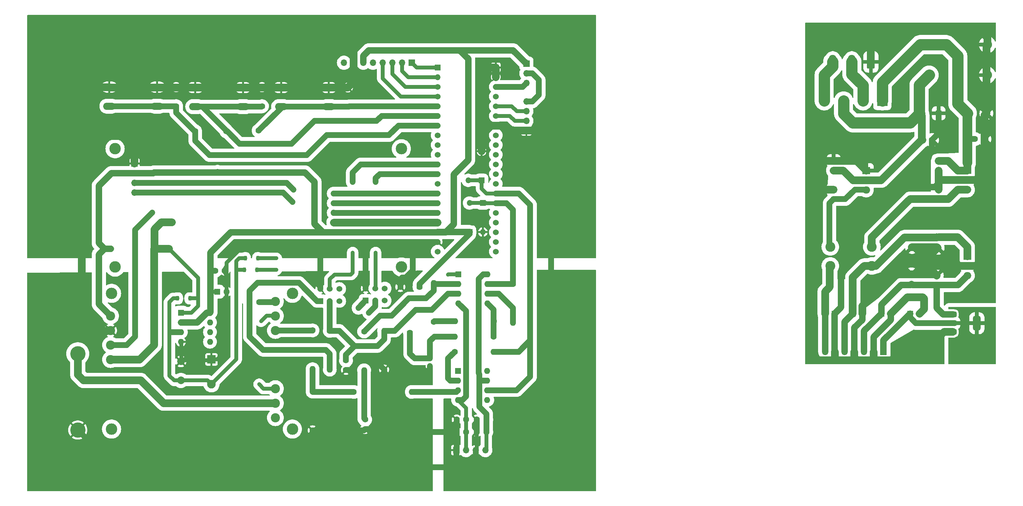
<source format=gbr>
%TF.GenerationSoftware,KiCad,Pcbnew,8.0.3*%
%TF.CreationDate,2024-11-22T15:21:49+07:00*%
%TF.ProjectId,oscilloscope,6f736369-6c6c-46f7-9363-6f70652e6b69,rev?*%
%TF.SameCoordinates,Original*%
%TF.FileFunction,Copper,L2,Bot*%
%TF.FilePolarity,Positive*%
%FSLAX46Y46*%
G04 Gerber Fmt 4.6, Leading zero omitted, Abs format (unit mm)*
G04 Created by KiCad (PCBNEW 8.0.3) date 2024-11-22 15:21:49*
%MOMM*%
%LPD*%
G01*
G04 APERTURE LIST*
G04 Aperture macros list*
%AMRoundRect*
0 Rectangle with rounded corners*
0 $1 Rounding radius*
0 $2 $3 $4 $5 $6 $7 $8 $9 X,Y pos of 4 corners*
0 Add a 4 corners polygon primitive as box body*
4,1,4,$2,$3,$4,$5,$6,$7,$8,$9,$2,$3,0*
0 Add four circle primitives for the rounded corners*
1,1,$1+$1,$2,$3*
1,1,$1+$1,$4,$5*
1,1,$1+$1,$6,$7*
1,1,$1+$1,$8,$9*
0 Add four rect primitives between the rounded corners*
20,1,$1+$1,$2,$3,$4,$5,0*
20,1,$1+$1,$4,$5,$6,$7,0*
20,1,$1+$1,$6,$7,$8,$9,0*
20,1,$1+$1,$8,$9,$2,$3,0*%
%AMHorizOval*
0 Thick line with rounded ends*
0 $1 width*
0 $2 $3 position (X,Y) of the first rounded end (center of the circle)*
0 $4 $5 position (X,Y) of the second rounded end (center of the circle)*
0 Add line between two ends*
20,1,$1,$2,$3,$4,$5,0*
0 Add two circle primitives to create the rounded ends*
1,1,$1,$2,$3*
1,1,$1,$4,$5*%
G04 Aperture macros list end*
%TA.AperFunction,ComponentPad*%
%ADD10R,1.600000X1.600000*%
%TD*%
%TA.AperFunction,ComponentPad*%
%ADD11C,1.600000*%
%TD*%
%TA.AperFunction,ComponentPad*%
%ADD12R,1.700000X1.700000*%
%TD*%
%TA.AperFunction,ComponentPad*%
%ADD13O,1.700000X1.700000*%
%TD*%
%TA.AperFunction,ComponentPad*%
%ADD14O,1.600000X1.600000*%
%TD*%
%TA.AperFunction,ComponentPad*%
%ADD15R,1.500000X1.500000*%
%TD*%
%TA.AperFunction,ComponentPad*%
%ADD16O,1.500000X1.500000*%
%TD*%
%TA.AperFunction,ComponentPad*%
%ADD17O,3.200000X1.900000*%
%TD*%
%TA.AperFunction,ComponentPad*%
%ADD18R,2.000000X1.905000*%
%TD*%
%TA.AperFunction,ComponentPad*%
%ADD19O,2.000000X1.905000*%
%TD*%
%TA.AperFunction,ComponentPad*%
%ADD20C,2.600000*%
%TD*%
%TA.AperFunction,ComponentPad*%
%ADD21C,3.000000*%
%TD*%
%TA.AperFunction,ComponentPad*%
%ADD22C,2.400000*%
%TD*%
%TA.AperFunction,ComponentPad*%
%ADD23R,2.250000X2.250000*%
%TD*%
%TA.AperFunction,ComponentPad*%
%ADD24C,2.250000*%
%TD*%
%TA.AperFunction,ComponentPad*%
%ADD25C,2.000000*%
%TD*%
%TA.AperFunction,ComponentPad*%
%ADD26C,4.000000*%
%TD*%
%TA.AperFunction,ComponentPad*%
%ADD27R,1.524000X1.524000*%
%TD*%
%TA.AperFunction,ComponentPad*%
%ADD28C,1.524000*%
%TD*%
%TA.AperFunction,ComponentPad*%
%ADD29O,2.400000X2.400000*%
%TD*%
%TA.AperFunction,ComponentPad*%
%ADD30O,1.524000X1.524000*%
%TD*%
%TA.AperFunction,ComponentPad*%
%ADD31R,1.200000X1.200000*%
%TD*%
%TA.AperFunction,ComponentPad*%
%ADD32C,1.200000*%
%TD*%
%TA.AperFunction,ComponentPad*%
%ADD33RoundRect,0.250000X0.750000X1.550000X-0.750000X1.550000X-0.750000X-1.550000X0.750000X-1.550000X0*%
%TD*%
%TA.AperFunction,ComponentPad*%
%ADD34O,2.000000X3.600000*%
%TD*%
%TA.AperFunction,ComponentPad*%
%ADD35HorizOval,1.600000X0.000000X0.000000X0.000000X0.000000X0*%
%TD*%
%TA.AperFunction,ComponentPad*%
%ADD36R,2.800000X2.800000*%
%TD*%
%TA.AperFunction,ComponentPad*%
%ADD37C,2.800000*%
%TD*%
%TA.AperFunction,ComponentPad*%
%ADD38C,1.620000*%
%TD*%
%TA.AperFunction,SMDPad,CuDef*%
%ADD39RoundRect,0.375000X-0.625000X-0.375000X0.625000X-0.375000X0.625000X0.375000X-0.625000X0.375000X0*%
%TD*%
%TA.AperFunction,SMDPad,CuDef*%
%ADD40RoundRect,0.500000X-0.500000X-1.400000X0.500000X-1.400000X0.500000X1.400000X-0.500000X1.400000X0*%
%TD*%
%TA.AperFunction,SMDPad,CuDef*%
%ADD41RoundRect,0.225000X-0.225000X-0.375000X0.225000X-0.375000X0.225000X0.375000X-0.225000X0.375000X0*%
%TD*%
%TA.AperFunction,ViaPad*%
%ADD42C,0.600000*%
%TD*%
%TA.AperFunction,Conductor*%
%ADD43C,1.500000*%
%TD*%
%TA.AperFunction,Conductor*%
%ADD44C,2.000000*%
%TD*%
%TA.AperFunction,Conductor*%
%ADD45C,1.000000*%
%TD*%
%TA.AperFunction,Conductor*%
%ADD46C,1.700000*%
%TD*%
%TA.AperFunction,Conductor*%
%ADD47C,3.000000*%
%TD*%
%TA.AperFunction,Conductor*%
%ADD48C,2.500000*%
%TD*%
G04 APERTURE END LIST*
D10*
%TO.P,C30,1*%
%TO.N,+5V*%
X71067621Y-100392500D03*
D11*
%TO.P,C30,2*%
%TO.N,GND*%
X73567621Y-100392500D03*
%TD*%
D12*
%TO.P,REF\u002A\u002A,1*%
%TO.N,GND*%
X133697621Y-141892500D03*
D13*
%TO.P,REF\u002A\u002A,2*%
%TO.N,-12V*%
X136237621Y-141892500D03*
%TO.P,REF\u002A\u002A,3*%
%TO.N,GND*%
X138777621Y-141892500D03*
%TO.P,REF\u002A\u002A,4*%
%TO.N,+12V*%
X141317621Y-141892500D03*
%TD*%
D11*
%TO.P,C3,1*%
%TO.N,/SETUP*%
X82827621Y-51782500D03*
%TO.P,C3,2*%
%TO.N,GND*%
X82827621Y-46782500D03*
%TD*%
D10*
%TO.P,C6,1*%
%TO.N,Net-(U1-VO)*%
X260067621Y-76142500D03*
D11*
%TO.P,C6,2*%
%TO.N,GND*%
X260067621Y-73642500D03*
%TD*%
%TO.P,C28,1*%
%TO.N,GND*%
X253067621Y-88692500D03*
%TO.P,C28,2*%
%TO.N,+12V*%
X253067621Y-86192500D03*
%TD*%
%TO.P,C27,1*%
%TO.N,Net-(D1--)*%
X255817621Y-60642500D03*
%TO.P,C27,2*%
%TO.N,GND*%
X258317621Y-60642500D03*
%TD*%
%TO.P,R9,1*%
%TO.N,GND*%
X114817621Y-120802500D03*
D14*
%TO.P,R9,2*%
%TO.N,Net-(SW5A-B)*%
X114817621Y-110642500D03*
%TD*%
D11*
%TO.P,R14,1*%
%TO.N,DC_MODE*%
X96067621Y-110522500D03*
D14*
%TO.P,R14,2*%
%TO.N,Net-(SW4A-B)*%
X96067621Y-120682500D03*
%TD*%
D10*
%TO.P,C7,1*%
%TO.N,Net-(D1-+)*%
X267567621Y-53642500D03*
D11*
%TO.P,C7,2*%
%TO.N,GND*%
X272567621Y-53642500D03*
%TD*%
D15*
%TO.P,D3,1,K*%
%TO.N,/ADC1_O*%
X140667621Y-77142500D03*
D16*
%TO.P,D3,2,A*%
%TO.N,GND*%
X140667621Y-84762500D03*
%TD*%
D11*
%TO.P,C2,1*%
%TO.N,/AUTO_STOP*%
X105327621Y-51902500D03*
%TO.P,C2,2*%
%TO.N,GND*%
X105327621Y-46902500D03*
%TD*%
D17*
%TO.P,SW1,1,1*%
%TO.N,GND*%
X42827621Y-46782500D03*
X55327621Y-46782500D03*
%TO.P,SW1,2,2*%
%TO.N,/MODE*%
X42827621Y-51782500D03*
X55327621Y-51782500D03*
%TD*%
D11*
%TO.P,R7,1*%
%TO.N,Net-(SW5A-B)*%
X100567621Y-110642500D03*
D14*
%TO.P,R7,2*%
%TO.N,Net-(SW5A-A)*%
X100567621Y-120802500D03*
%TD*%
D15*
%TO.P,D7,1,K*%
%TO.N,+5V*%
X136827621Y-63587500D03*
D16*
%TO.P,D7,2,A*%
%TO.N,/ADC2_O*%
X136827621Y-71207500D03*
%TD*%
D18*
%TO.P,U3,1,IN*%
%TO.N,+12V*%
X267567621Y-91102500D03*
D19*
%TO.P,U3,2,GND*%
%TO.N,GND*%
X267567621Y-93642500D03*
%TO.P,U3,3,OUT*%
%TO.N,+5V*%
X267567621Y-96182500D03*
%TD*%
D10*
%TO.P,U6,1*%
%TO.N,/MODE_PROTECT*%
X61567621Y-105892500D03*
D14*
%TO.P,U6,2,-*%
%TO.N,+5V*%
X61567621Y-108432500D03*
%TO.P,U6,3,+*%
%TO.N,Net-(D4-K)*%
X61567621Y-110972500D03*
%TO.P,U6,4,V-*%
%TO.N,GND*%
X61567621Y-113512500D03*
%TO.P,U6,5,+*%
%TO.N,unconnected-(U6B-+-Pad5)*%
X69187621Y-113512500D03*
%TO.P,U6,6,-*%
%TO.N,unconnected-(U6B---Pad6)*%
X69187621Y-110972500D03*
%TO.P,U6,7*%
%TO.N,unconnected-(U6-Pad7)*%
X69187621Y-108432500D03*
%TO.P,U6,8,V+*%
%TO.N,+5V*%
X69187621Y-105892500D03*
%TD*%
D11*
%TO.P,R17,1*%
%TO.N,Net-(U7--)*%
X133317621Y-116142500D03*
D14*
%TO.P,R17,2*%
%TO.N,/ADC2_O*%
X143477621Y-116142500D03*
%TD*%
D11*
%TO.P,C25,1*%
%TO.N,GND*%
X139067621Y-137142500D03*
%TO.P,C25,2*%
%TO.N,+12V*%
X141567621Y-137142500D03*
%TD*%
D12*
%TO.P,J2,1,Pin_1*%
%TO.N,+5V*%
X152067621Y-40642500D03*
D13*
%TO.P,J2,2,Pin_2*%
%TO.N,Net-(J2-Pin_2)*%
X152067621Y-43182500D03*
%TO.P,J2,3,Pin_3*%
%TO.N,+3.3V*%
X152067621Y-45722500D03*
%TD*%
D12*
%TO.P,J6,1,Pin_1*%
%TO.N,/NSS2*%
X122067621Y-40392500D03*
D13*
%TO.P,J6,2,Pin_2*%
%TO.N,/SCK2*%
X119527621Y-40392500D03*
%TO.P,J6,3,Pin_3*%
%TO.N,/MISO2*%
X116987621Y-40392500D03*
%TO.P,J6,4,Pin_4*%
%TO.N,/MOSI2*%
X114447621Y-40392500D03*
%TO.P,J6,5,Pin_5*%
%TO.N,unconnected-(J6-Pin_5-Pad5)*%
X111907621Y-40392500D03*
%TO.P,J6,6,Pin_6*%
%TO.N,+5V*%
X109367621Y-40392500D03*
%TO.P,J6,7,Pin_7*%
%TO.N,GND*%
X106827621Y-40392500D03*
%TO.P,J6,8,Pin_8*%
%TO.N,+3.3V*%
X104287621Y-40392500D03*
%TD*%
D20*
%TO.P,L2,1,1*%
%TO.N,Net-(U2-VO)*%
X231667621Y-88642500D03*
%TO.P,L2,2,2*%
%TO.N,-12V*%
X231667621Y-93642500D03*
%TD*%
D12*
%TO.P,J3,1,Pin_1*%
%TO.N,GND*%
X152067621Y-58182500D03*
D13*
%TO.P,J3,2,Pin_2*%
%TO.N,/TX3*%
X152067621Y-55642500D03*
%TO.P,J3,3,Pin_3*%
%TO.N,/RX3*%
X152067621Y-53102500D03*
%TO.P,J3,4,Pin_4*%
%TO.N,Net-(J2-Pin_2)*%
X152067621Y-50562500D03*
%TD*%
D17*
%TO.P,SW2,1,1*%
%TO.N,GND*%
X87827621Y-46902500D03*
X100327621Y-46902500D03*
%TO.P,SW2,2,2*%
%TO.N,/AUTO_STOP*%
X87827621Y-51902500D03*
X100327621Y-51902500D03*
%TD*%
D10*
%TO.P,U5,1*%
%TO.N,Net-(R10-Pad1)*%
X134267621Y-95842500D03*
D14*
%TO.P,U5,2,-*%
%TO.N,Net-(U5A--)*%
X134267621Y-98382500D03*
%TO.P,U5,3,+*%
%TO.N,Net-(SW5A-B)*%
X134267621Y-100922500D03*
%TO.P,U5,4,V-*%
%TO.N,-12V*%
X134267621Y-103462500D03*
%TO.P,U5,5,+*%
%TO.N,Net-(U5B-+)*%
X141887621Y-103462500D03*
%TO.P,U5,6,-*%
%TO.N,Net-(U5B--)*%
X141887621Y-100922500D03*
%TO.P,U5,7*%
%TO.N,/ADC1_O*%
X141887621Y-98382500D03*
%TO.P,U5,8,V+*%
%TO.N,+12V*%
X141887621Y-95842500D03*
%TD*%
D11*
%TO.P,C21,1*%
%TO.N,GND*%
X104817621Y-120892500D03*
%TO.P,C21,2*%
%TO.N,Net-(SW5A-B)*%
X104817621Y-118392500D03*
%TD*%
D21*
%TO.P,RELAY1,*%
%TO.N,*%
X90772621Y-100832500D03*
X43401621Y-100832500D03*
X90772621Y-136392500D03*
X43401621Y-136392500D03*
D22*
%TO.P,RELAY1,1,DC+*%
%TO.N,+5V*%
X43147621Y-106732500D03*
%TO.P,RELAY1,2,DC-*%
%TO.N,GND*%
X43147621Y-110542500D03*
%TO.P,RELAY1,3,IN1*%
%TO.N,/MODE_CONT*%
X43147621Y-114352500D03*
%TO.P,RELAY1,4,IN2*%
%TO.N,/MODE_PROTECT*%
X43147621Y-118162500D03*
%TO.P,RELAY1,5,NC1*%
%TO.N,AC_MODE*%
X86327621Y-102922500D03*
%TO.P,RELAY1,6,COM1*%
%TO.N,Net-(RELAY1-COM1)*%
X86327621Y-106732500D03*
%TO.P,RELAY1,7,NO1*%
%TO.N,DC_MODE*%
X86327621Y-110542500D03*
%TO.P,RELAY1,8,NC2*%
%TO.N,Net-(RELAY1-COM1)*%
X86327621Y-125782500D03*
%TO.P,RELAY1,9,COM2*%
%TO.N,Net-(J5-Pin_1)*%
X86327621Y-129592500D03*
%TO.P,RELAY1,10,NO2*%
%TO.N,unconnected-(RELAY1-NO2-Pad10)*%
X86327621Y-133402500D03*
%TD*%
D10*
%TO.P,C11,1*%
%TO.N,GND*%
X232817621Y-106142500D03*
D11*
%TO.P,C11,2*%
%TO.N,-12V*%
X230317621Y-106142500D03*
%TD*%
%TO.P,R10,1*%
%TO.N,Net-(R10-Pad1)*%
X127817621Y-108302500D03*
D14*
%TO.P,R10,2*%
%TO.N,Net-(U5A--)*%
X127817621Y-98142500D03*
%TD*%
D23*
%TO.P,SW6,1,1*%
%TO.N,GND*%
X69567621Y-118142500D03*
D24*
%TO.P,SW6,2,2*%
%TO.N,Net-(D4-K)*%
X69567621Y-124642500D03*
%TD*%
D10*
%TO.P,C13,1*%
%TO.N,+5V*%
X245067621Y-106142500D03*
D11*
%TO.P,C13,2*%
%TO.N,GND*%
X247567621Y-106142500D03*
%TD*%
D10*
%TO.P,C10,1*%
%TO.N,GND*%
X232567621Y-73642500D03*
D11*
%TO.P,C10,2*%
%TO.N,Net-(U2-VO)*%
X232567621Y-76142500D03*
%TD*%
%TO.P,C22,1*%
%TO.N,GND*%
X109817621Y-136392500D03*
%TO.P,C22,2*%
%TO.N,Net-(C22-Pad2)*%
X109817621Y-133892500D03*
%TD*%
D25*
%TO.P,C23,1*%
%TO.N,Net-(D4-K)*%
X61567621Y-123642500D03*
%TO.P,C23,2*%
%TO.N,GND*%
X61567621Y-118642500D03*
%TD*%
D10*
%TO.P,C8,1*%
%TO.N,GND*%
X260067621Y-53642500D03*
D11*
%TO.P,C8,2*%
%TO.N,Net-(D1--)*%
X255067621Y-53642500D03*
%TD*%
D26*
%TO.P,J5,1,Pin_1*%
%TO.N,Net-(J5-Pin_1)*%
X34567621Y-116642500D03*
%TO.P,J5,2,Pin_2*%
%TO.N,GND*%
X34567621Y-136642500D03*
%TD*%
D10*
%TO.P,C9,1*%
%TO.N,GND*%
X232567621Y-66142500D03*
D11*
%TO.P,C9,2*%
%TO.N,Net-(D1--)*%
X232567621Y-68642500D03*
%TD*%
D27*
%TO.P,SW5,1,A*%
%TO.N,Net-(SW5A-A)*%
X98067621Y-102842500D03*
D28*
%TO.P,SW5,2,B*%
%TO.N,Net-(SW5A-B)*%
X100567621Y-102842500D03*
%TO.P,SW5,3,A*%
%TO.N,GND*%
X98067621Y-99642500D03*
%TO.P,SW5,4,B*%
%TO.N,/AC_RANGE*%
X100567621Y-99642500D03*
%TO.P,SW5,5*%
%TO.N,N/C*%
X103067621Y-102842500D03*
%TO.P,SW5,6*%
X103067621Y-99642500D03*
%TD*%
D22*
%TO.P,R5,1*%
%TO.N,Net-(D1--)*%
X257567621Y-43642500D03*
D29*
%TO.P,R5,2*%
%TO.N,GND*%
X272807621Y-43642500D03*
%TD*%
D27*
%TO.P,STM32-1,1,B12*%
%TO.N,/NSS2*%
X128827621Y-41622500D03*
D30*
%TO.P,STM32-1,2,B13*%
%TO.N,/SCK2*%
X128827621Y-44162500D03*
D28*
%TO.P,STM32-1,3,B14*%
%TO.N,/MISO2*%
X128827621Y-46702500D03*
%TO.P,STM32-1,4,B15*%
%TO.N,/MOSI2*%
X128827621Y-49242500D03*
%TO.P,STM32-1,5,A8*%
%TO.N,/AUTO_STOP*%
X128827621Y-51782500D03*
%TO.P,STM32-1,6,A9*%
%TO.N,/SETUP*%
X128827621Y-54322500D03*
%TO.P,STM32-1,7,A10*%
%TO.N,/MODE*%
X128827621Y-56862500D03*
%TO.P,STM32-1,8,A11*%
%TO.N,/USB-*%
X128827621Y-59402500D03*
%TO.P,STM32-1,9,A12*%
%TO.N,/USB+*%
X128827621Y-61942500D03*
%TO.P,STM32-1,10,A15*%
%TO.N,unconnected-(STM32-1-A15-Pad10)*%
X128827621Y-64482500D03*
%TO.P,STM32-1,11,B3*%
%TO.N,/AC_RANGE*%
X128827621Y-67022500D03*
%TO.P,STM32-1,12,B4*%
%TO.N,/DC_RANGE*%
X128827621Y-69562500D03*
%TO.P,STM32-1,13,B5*%
%TO.N,unconnected-(STM32-1-B5-Pad13)*%
X128827621Y-72102500D03*
%TO.P,STM32-1,14,B6*%
%TO.N,/SDA*%
X128827621Y-74642500D03*
%TO.P,STM32-1,15,B7*%
%TO.N,/SCL*%
X128827621Y-77182500D03*
%TO.P,STM32-1,16,B8*%
%TO.N,/MODE_CONT*%
X128827621Y-79722500D03*
%TO.P,STM32-1,17,B9*%
%TO.N,/MODE_PROTECT*%
X128827621Y-82262500D03*
%TO.P,STM32-1,18,5V*%
%TO.N,+5V*%
X128827621Y-84802500D03*
%TO.P,STM32-1,19,GND*%
%TO.N,GND*%
X128827621Y-87342500D03*
%TO.P,STM32-1,20,3.3V*%
%TO.N,unconnected-(STM32-1-3.3V-Pad20)*%
X128827621Y-89882500D03*
%TO.P,STM32-1,21,VB*%
%TO.N,unconnected-(STM32-1-VB-Pad21)*%
X144067621Y-89882500D03*
%TO.P,STM32-1,22,C13*%
%TO.N,unconnected-(STM32-1-C13-Pad22)*%
X144067621Y-87342500D03*
%TO.P,STM32-1,23,C14*%
%TO.N,unconnected-(STM32-1-C14-Pad23)*%
X144067621Y-84802500D03*
%TO.P,STM32-1,24,C15*%
%TO.N,unconnected-(STM32-1-C15-Pad24)*%
X144067621Y-82262500D03*
%TO.P,STM32-1,25,A0*%
%TO.N,unconnected-(STM32-1-A0-Pad25)*%
X144067621Y-79722500D03*
%TO.P,STM32-1,26,A1*%
%TO.N,/ADC1_O*%
X144067621Y-77182500D03*
%TO.P,STM32-1,27,A2*%
%TO.N,/ADC2_O*%
X144067621Y-74642500D03*
%TO.P,STM32-1,28,A3*%
%TO.N,unconnected-(STM32-1-A3-Pad28)*%
X144067621Y-72102500D03*
%TO.P,STM32-1,29,A4*%
%TO.N,unconnected-(STM32-1-A4-Pad29)*%
X144067621Y-69562500D03*
%TO.P,STM32-1,30,A5*%
%TO.N,unconnected-(STM32-1-A5-Pad30)*%
X144067621Y-67022500D03*
%TO.P,STM32-1,31,A6*%
%TO.N,unconnected-(STM32-1-A6-Pad31)*%
X144067621Y-64482500D03*
%TO.P,STM32-1,32,A7*%
%TO.N,unconnected-(STM32-1-A7-Pad32)*%
X144067621Y-61942500D03*
%TO.P,STM32-1,33,B0*%
%TO.N,unconnected-(STM32-1-B0-Pad33)*%
X144067621Y-59402500D03*
%TO.P,STM32-1,34,B1*%
%TO.N,GND*%
X144067621Y-56862500D03*
%TO.P,STM32-1,35,B10*%
%TO.N,/TX3*%
X144067621Y-54322500D03*
%TO.P,STM32-1,36,B11*%
%TO.N,/RX3*%
X144067621Y-51782500D03*
%TO.P,STM32-1,37,R*%
%TO.N,unconnected-(STM32-1-R-Pad37)*%
X144067621Y-49242500D03*
%TO.P,STM32-1,38,3.3V*%
%TO.N,+3.3V*%
X144067621Y-46702500D03*
%TO.P,STM32-1,39,GND*%
%TO.N,GND*%
X144067621Y-44162500D03*
D27*
%TO.P,STM32-1,40,GND*%
X144067621Y-41622500D03*
%TD*%
D11*
%TO.P,R12,1*%
%TO.N,Net-(U5A--)*%
X109567621Y-110812500D03*
D14*
%TO.P,R12,2*%
%TO.N,Net-(C22-Pad2)*%
X109567621Y-120972500D03*
%TD*%
D11*
%TO.P,C18,1*%
%TO.N,GND*%
X139067621Y-133892500D03*
%TO.P,C18,2*%
%TO.N,+12V*%
X141567621Y-133892500D03*
%TD*%
D31*
%TO.P,C19,1*%
%TO.N,Net-(C19-Pad1)*%
X126817621Y-117892500D03*
D32*
%TO.P,C19,2*%
%TO.N,GND*%
X126817621Y-119892500D03*
%TD*%
D10*
%TO.P,C15,1*%
%TO.N,+3.3V*%
X252567621Y-106142500D03*
D11*
%TO.P,C15,2*%
%TO.N,GND*%
X255067621Y-106142500D03*
%TD*%
D33*
%TO.P,J4,1,Pin_1*%
%TO.N,GND*%
X242317621Y-40170000D03*
D34*
%TO.P,J4,2,Pin_2*%
%TO.N,Net-(J4-Pin_2)*%
X237317621Y-40170000D03*
%TO.P,J4,3,Pin_3*%
%TO.N,Net-(J4-Pin_3)*%
X232317621Y-40170000D03*
%TD*%
D27*
%TO.P,SW4,1,A*%
%TO.N,DC_MODE*%
X109967621Y-102742500D03*
D28*
%TO.P,SW4,2,B*%
%TO.N,Net-(SW4A-B)*%
X112467621Y-102742500D03*
%TO.P,SW4,3,A*%
%TO.N,GND*%
X109967621Y-99542500D03*
%TO.P,SW4,4,B*%
%TO.N,/DC_RANGE*%
X112467621Y-99542500D03*
%TO.P,SW4,5*%
%TO.N,N/C*%
X114967621Y-102742500D03*
%TO.P,SW4,6*%
X114967621Y-99542500D03*
%TD*%
D11*
%TO.P,C20,1*%
%TO.N,AC_MODE*%
X82067621Y-103142500D03*
%TO.P,C20,2*%
%TO.N,Net-(SW5A-A)*%
X79567621Y-103142500D03*
%TD*%
%TO.P,R1,1*%
%TO.N,+5V*%
X54539467Y-69142500D03*
D35*
%TO.P,R1,2*%
%TO.N,/MODE*%
X65315774Y-58366193D03*
%TD*%
D15*
%TO.P,D2,1,K*%
%TO.N,+5V*%
X137167621Y-84772500D03*
D16*
%TO.P,D2,2,A*%
%TO.N,/ADC1_O*%
X137167621Y-77152500D03*
%TD*%
D10*
%TO.P,C4,1*%
%TO.N,+12V*%
X237567621Y-106142500D03*
D11*
%TO.P,C4,2*%
%TO.N,GND*%
X240067621Y-106142500D03*
%TD*%
%TO.P,C1,1*%
%TO.N,/MODE*%
X60327621Y-51782500D03*
%TO.P,C1,2*%
%TO.N,GND*%
X60327621Y-46782500D03*
%TD*%
D36*
%TO.P,D1,1,+*%
%TO.N,Net-(D1-+)*%
X245317621Y-50392500D03*
D37*
%TO.P,D1,2*%
%TO.N,Net-(J4-Pin_2)*%
X240237621Y-50392500D03*
%TO.P,D1,3,-*%
%TO.N,Net-(D1--)*%
X235157621Y-50392500D03*
%TO.P,D1,4*%
%TO.N,Net-(J4-Pin_3)*%
X230077621Y-50392500D03*
%TD*%
D11*
%TO.P,C29,1*%
%TO.N,GND*%
X252967621Y-95842500D03*
%TO.P,C29,2*%
%TO.N,+5V*%
X252967621Y-98342500D03*
%TD*%
%TO.P,C24,1*%
%TO.N,-12V*%
X136317621Y-137142500D03*
%TO.P,C24,2*%
%TO.N,GND*%
X133817621Y-137142500D03*
%TD*%
D10*
%TO.P,C5,1*%
%TO.N,Net-(D1-+)*%
X260067621Y-66142500D03*
D11*
%TO.P,C5,2*%
%TO.N,GND*%
X260067621Y-68642500D03*
%TD*%
D18*
%TO.P,U2,1,GND*%
%TO.N,GND*%
X241067621Y-68642500D03*
D19*
%TO.P,U2,2,VI*%
%TO.N,Net-(D1--)*%
X241067621Y-71182500D03*
%TO.P,U2,3,VO*%
%TO.N,Net-(U2-VO)*%
X241067621Y-73722500D03*
%TD*%
D11*
%TO.P,R6,1*%
%TO.N,Net-(U5B-+)*%
X143487621Y-112142500D03*
D14*
%TO.P,R6,2*%
%TO.N,Net-(C19-Pad1)*%
X133327621Y-112142500D03*
%TD*%
D11*
%TO.P,C26,1*%
%TO.N,GND*%
X272067621Y-60392500D03*
%TO.P,C26,2*%
%TO.N,Net-(D1-+)*%
X269567621Y-60392500D03*
%TD*%
%TO.P,C17,1*%
%TO.N,-12V*%
X136317621Y-133892500D03*
%TO.P,C17,2*%
%TO.N,GND*%
X133817621Y-133892500D03*
%TD*%
D10*
%TO.P,C14,1*%
%TO.N,+5V*%
X259567621Y-98642500D03*
D11*
%TO.P,C14,2*%
%TO.N,GND*%
X259567621Y-96142500D03*
%TD*%
D10*
%TO.P,U7,1,VOS*%
%TO.N,unconnected-(U7-VOS-Pad1)*%
X134197621Y-121122500D03*
D14*
%TO.P,U7,2,-*%
%TO.N,Net-(U7--)*%
X134197621Y-123662500D03*
%TO.P,U7,3,+*%
%TO.N,Net-(U7-+)*%
X134197621Y-126202500D03*
%TO.P,U7,4,V-*%
%TO.N,-12V*%
X134197621Y-128742500D03*
%TO.P,U7,5,NC*%
%TO.N,unconnected-(U7-NC-Pad5)*%
X141817621Y-128742500D03*
%TO.P,U7,6*%
%TO.N,/ADC2_O*%
X141817621Y-126202500D03*
%TO.P,U7,7,V+*%
%TO.N,+12V*%
X141817621Y-123662500D03*
%TO.P,U7,8,VOS*%
%TO.N,unconnected-(U7-VOS-Pad8)*%
X141817621Y-121122500D03*
%TD*%
D20*
%TO.P,L1,1,1*%
%TO.N,Net-(U1-VO)*%
X242567621Y-88642500D03*
%TO.P,L1,2,2*%
%TO.N,+12V*%
X242567621Y-93642500D03*
%TD*%
D21*
%TO.P,LCD1,*%
%TO.N,*%
X44328521Y-62932500D03*
X44328521Y-93933200D03*
X119327101Y-93933200D03*
X119327621Y-62932500D03*
D12*
%TO.P,LCD1,1,GND*%
%TO.N,GND*%
X49447621Y-66782500D03*
D13*
%TO.P,LCD1,2,VCC*%
%TO.N,+5V*%
X49447621Y-69322500D03*
%TO.P,LCD1,3,SDA*%
%TO.N,/SDA*%
X49447621Y-71862500D03*
%TO.P,LCD1,4,SCL*%
%TO.N,/SCL*%
X49447621Y-74402500D03*
%TD*%
D38*
%TO.P,RV1,1,1*%
%TO.N,+5V*%
X124067621Y-99142500D03*
%TO.P,RV1,2,2*%
%TO.N,Net-(C19-Pad1)*%
X121567621Y-111142500D03*
%TO.P,RV1,3,3*%
%TO.N,GND*%
X119067621Y-99142500D03*
%TD*%
D18*
%TO.P,U1,1,VI*%
%TO.N,Net-(D1-+)*%
X267567621Y-68602500D03*
D19*
%TO.P,U1,2,GND*%
%TO.N,GND*%
X267567621Y-71142500D03*
%TO.P,U1,3,VO*%
%TO.N,Net-(U1-VO)*%
X267567621Y-73682500D03*
%TD*%
D11*
%TO.P,R11,1*%
%TO.N,/ADC1_O*%
X148567621Y-98392500D03*
D14*
%TO.P,R11,2*%
%TO.N,Net-(U5B--)*%
X148567621Y-108552500D03*
%TD*%
D11*
%TO.P,R8,1*%
%TO.N,Net-(U5B-+)*%
X143567621Y-108142500D03*
D14*
%TO.P,R8,2*%
%TO.N,Net-(R10-Pad1)*%
X133407621Y-108142500D03*
%TD*%
D15*
%TO.P,D8,1,K*%
%TO.N,/ADC2_O*%
X140327621Y-71217500D03*
D16*
%TO.P,D8,2,A*%
%TO.N,GND*%
X140327621Y-63597500D03*
%TD*%
D11*
%TO.P,R16,1*%
%TO.N,GND*%
X96067621Y-136722500D03*
D14*
%TO.P,R16,2*%
%TO.N,Net-(SW4A-B)*%
X96067621Y-126562500D03*
%TD*%
D11*
%TO.P,R3,1*%
%TO.N,+5V*%
X62667621Y-69142500D03*
D35*
%TO.P,R3,2*%
%TO.N,/SETUP*%
X73443928Y-58366193D03*
%TD*%
D17*
%TO.P,SW3,1,1*%
%TO.N,GND*%
X65327621Y-46902500D03*
X77827621Y-46902500D03*
%TO.P,SW3,2,2*%
%TO.N,/SETUP*%
X65327621Y-51902500D03*
X77827621Y-51902500D03*
%TD*%
D12*
%TO.P,REF\u002A\u002A,1*%
%TO.N,+3.3V*%
X245607621Y-116142500D03*
D13*
%TO.P,REF\u002A\u002A,2*%
%TO.N,GND*%
X243067621Y-116142500D03*
%TO.P,REF\u002A\u002A,3*%
%TO.N,+5V*%
X240527621Y-116142500D03*
%TO.P,REF\u002A\u002A,4*%
%TO.N,GND*%
X237987621Y-116142500D03*
%TO.P,REF\u002A\u002A,5*%
%TO.N,+12V*%
X235447621Y-116142500D03*
%TO.P,REF\u002A\u002A,6*%
%TO.N,GND*%
X232907621Y-116142500D03*
%TO.P,REF\u002A\u002A,7*%
%TO.N,-12V*%
X230367621Y-116142500D03*
%TD*%
D11*
%TO.P,R13,1*%
%TO.N,+5V*%
X43197621Y-89142500D03*
D14*
%TO.P,R13,2*%
%TO.N,/MODE_PROTECT*%
X58437621Y-89142500D03*
%TD*%
D10*
%TO.P,C12,1*%
%TO.N,+12V*%
X259817621Y-86392500D03*
D11*
%TO.P,C12,2*%
%TO.N,GND*%
X259817621Y-88892500D03*
%TD*%
%TO.P,C16,1*%
%TO.N,GND*%
X73067621Y-94892500D03*
%TO.P,C16,2*%
%TO.N,+5V*%
X70567621Y-94892500D03*
%TD*%
D22*
%TO.P,R4,1*%
%TO.N,Net-(D1-+)*%
X257567621Y-35642500D03*
D29*
%TO.P,R4,2*%
%TO.N,GND*%
X272807621Y-35642500D03*
%TD*%
D11*
%TO.P,R15,1*%
%TO.N,Net-(SW4A-B)*%
X106817621Y-126642500D03*
D14*
%TO.P,R15,2*%
%TO.N,Net-(U7-+)*%
X122057621Y-126642500D03*
%TD*%
D11*
%TO.P,R2,1*%
%TO.N,+5V*%
X71151314Y-68978807D03*
D35*
%TO.P,R2,2*%
%TO.N,/AUTO_STOP*%
X81927621Y-58202500D03*
%TD*%
D39*
%TO.P,U4,1,GND*%
%TO.N,GND*%
X263767621Y-110942500D03*
%TO.P,U4,2,VO*%
%TO.N,+3.3V*%
X263767621Y-108642500D03*
D40*
X270067621Y-108642500D03*
D39*
%TO.P,U4,3,VI*%
%TO.N,+5V*%
X263767621Y-106342500D03*
%TD*%
D41*
%TO.P,D6,1,K*%
%TO.N,Net-(D4-K)*%
X78167621Y-94642500D03*
%TO.P,D6,2,A*%
%TO.N,/ADC2_O*%
X81467621Y-94642500D03*
%TD*%
%TO.P,D5,1,K*%
%TO.N,Net-(D4-K)*%
X78417621Y-91642500D03*
%TO.P,D5,2,A*%
%TO.N,/ADC1_O*%
X81717621Y-91642500D03*
%TD*%
%TO.P,D4,1,K*%
%TO.N,Net-(D4-K)*%
X60667621Y-102142500D03*
%TO.P,D4,2,A*%
%TO.N,/MODE_PROTECT*%
X63967621Y-102142500D03*
%TD*%
D42*
%TO.N,Net-(SW4A-B)*%
X110817621Y-105892500D03*
%TO.N,DC_MODE*%
X108067621Y-104642500D03*
%TO.N,Net-(RELAY1-COM1)*%
X82567621Y-108142500D03*
X82067621Y-124642500D03*
%TO.N,/SDA*%
X101567621Y-74652500D03*
X91067621Y-73642500D03*
%TO.N,/SCL*%
X101567621Y-77182500D03*
X90827621Y-76902500D03*
%TO.N,/ADC1_O*%
X148567621Y-92392500D03*
X86567621Y-91642500D03*
%TO.N,/MODE_PROTECT*%
X101667621Y-82242500D03*
X59267621Y-82242500D03*
%TO.N,/ADC2_O*%
X86567621Y-94642500D03*
X153067621Y-93892500D03*
%TO.N,/MODE_CONT*%
X54067621Y-79642500D03*
X101567621Y-79702500D03*
%TO.N,/DC_RANGE*%
X112567621Y-71642500D03*
X112567621Y-90142500D03*
%TO.N,/AC_RANGE*%
X106567621Y-90142500D03*
X106567621Y-71642500D03*
%TO.N,Net-(R10-Pad1)*%
X131617621Y-95842500D03*
X130817621Y-108142500D03*
%TD*%
D43*
%TO.N,Net-(SW4A-B)*%
X112467621Y-104242500D02*
X110817621Y-105892500D01*
X112467621Y-102742500D02*
X112467621Y-104242500D01*
%TO.N,DC_MODE*%
X109967621Y-102742500D02*
X108067621Y-104642500D01*
D44*
%TO.N,/MODE_PROTECT*%
X54667621Y-84042500D02*
X54667621Y-89142500D01*
X56467621Y-82242500D02*
X54667621Y-84042500D01*
X59267621Y-82242500D02*
X56467621Y-82242500D01*
X54567621Y-114392500D02*
X50797621Y-118162500D01*
X54567621Y-89242500D02*
X54567621Y-114392500D01*
X50797621Y-118162500D02*
X43147621Y-118162500D01*
X54667621Y-89142500D02*
X54567621Y-89242500D01*
D45*
%TO.N,Net-(D4-K)*%
X59817621Y-123642500D02*
X61567621Y-123642500D01*
X58567621Y-103142500D02*
X58567621Y-122392500D01*
X58567621Y-122392500D02*
X59817621Y-123642500D01*
X59567621Y-102142500D02*
X58567621Y-103142500D01*
X60667621Y-102142500D02*
X59567621Y-102142500D01*
D43*
X61567621Y-110972500D02*
X58897621Y-110972500D01*
D45*
%TO.N,GND*%
X73567621Y-100392500D02*
X73567621Y-95392500D01*
X78996301Y-87342500D02*
X100367621Y-87342500D01*
X73567621Y-92771180D02*
X78996301Y-87342500D01*
X73567621Y-95392500D02*
X73567621Y-92771180D01*
X73567621Y-95392500D02*
X73067621Y-94892500D01*
X73567621Y-115642500D02*
X73567621Y-100392500D01*
X71067621Y-118142500D02*
X73567621Y-115642500D01*
X69567621Y-118142500D02*
X71067621Y-118142500D01*
%TO.N,+5V*%
X71067621Y-100392500D02*
X69317621Y-100392500D01*
D43*
X70567621Y-94892500D02*
X69317621Y-94892500D01*
D46*
X69317621Y-94892500D02*
X69317621Y-100392500D01*
X69317621Y-90142500D02*
X69317621Y-94892500D01*
X65837621Y-108432500D02*
X61567621Y-108432500D01*
X68377621Y-105892500D02*
X65837621Y-108432500D01*
X69187621Y-105892500D02*
X68377621Y-105892500D01*
D45*
%TO.N,/MODE_PROTECT*%
X66067621Y-104142500D02*
X66067621Y-102392500D01*
X64317621Y-105892500D02*
X66067621Y-104142500D01*
X61567621Y-105892500D02*
X64317621Y-105892500D01*
X65817621Y-102142500D02*
X66067621Y-102392500D01*
X63967621Y-102142500D02*
X65817621Y-102142500D01*
D46*
%TO.N,+5V*%
X69317621Y-100392500D02*
X69317621Y-105762500D01*
D45*
%TO.N,GND*%
X61697621Y-118512500D02*
X61567621Y-118642500D01*
X61697621Y-113642500D02*
X61697621Y-118512500D01*
X61567621Y-113512500D02*
X61697621Y-113642500D01*
%TO.N,/MODE_PROTECT*%
X66067621Y-102392500D02*
X66067621Y-100892500D01*
D46*
%TO.N,+5V*%
X69317621Y-105762500D02*
X69187621Y-105892500D01*
D45*
%TO.N,+12V*%
X141567621Y-141642500D02*
X141317621Y-141892500D01*
X141567621Y-137142500D02*
X141567621Y-141642500D01*
%TO.N,GND*%
X138777621Y-141892500D02*
X139067621Y-141602500D01*
%TO.N,-12V*%
X136317621Y-141812500D02*
X136237621Y-141892500D01*
D43*
%TO.N,GND*%
X138777621Y-141892500D02*
X138857621Y-141972500D01*
D45*
%TO.N,-12V*%
X136317621Y-133892500D02*
X136317621Y-141812500D01*
D43*
%TO.N,GND*%
X133817621Y-141772500D02*
X133697621Y-141892500D01*
X133777621Y-146087424D02*
X134067621Y-146377424D01*
X133777621Y-141972500D02*
X133777621Y-146087424D01*
X133817621Y-137142500D02*
X133817621Y-141772500D01*
X133697621Y-141892500D02*
X133777621Y-141972500D01*
D45*
X139067621Y-141602500D02*
X139067621Y-137142500D01*
D43*
X138857621Y-141972500D02*
X138857621Y-146377424D01*
X138857621Y-146377424D02*
X134067621Y-146377424D01*
X134067621Y-146377424D02*
X93552545Y-146377424D01*
X93552545Y-146377424D02*
X90567621Y-143392500D01*
D45*
%TO.N,Net-(RELAY1-COM1)*%
X86327621Y-125782500D02*
X83207621Y-125782500D01*
X83207621Y-125782500D02*
X82067621Y-124642500D01*
X84067621Y-106642500D02*
X86237621Y-106642500D01*
X86237621Y-106642500D02*
X86327621Y-106732500D01*
X82567621Y-108142500D02*
X84067621Y-106642500D01*
D44*
%TO.N,GND*%
X260167621Y-71142500D02*
X260067621Y-71042500D01*
X238735540Y-118392500D02*
X233317621Y-118392500D01*
X232567621Y-66142500D02*
X238567621Y-66142500D01*
X256217621Y-104992500D02*
X256217621Y-102192500D01*
D43*
X125317621Y-122392500D02*
X120817621Y-122392500D01*
X122317621Y-87342500D02*
X128827621Y-87342500D01*
D44*
X158567621Y-54032500D02*
X154417621Y-58182500D01*
D43*
X139067621Y-133892500D02*
X139067621Y-137142500D01*
D44*
X251867621Y-101842500D02*
X247567621Y-106142500D01*
D43*
X106067621Y-120892500D02*
X109067621Y-117892500D01*
X118317621Y-124892500D02*
X118317621Y-136392500D01*
D44*
X253067621Y-88692500D02*
X259617621Y-88692500D01*
X263767621Y-110942500D02*
X261517621Y-110942500D01*
X48067621Y-59642500D02*
X49447621Y-61022500D01*
X35567621Y-52052500D02*
X40837621Y-46782500D01*
D43*
X120466189Y-96683200D02*
X122317621Y-94831768D01*
D44*
X141587621Y-41622500D02*
X140327621Y-42882500D01*
X156317621Y-34142500D02*
X109567621Y-34142500D01*
X146287621Y-56862500D02*
X144067621Y-56862500D01*
X259567621Y-96142500D02*
X257567621Y-94142500D01*
X35567621Y-105142500D02*
X41067621Y-110642500D01*
X242317621Y-40170000D02*
X242317621Y-35842500D01*
D46*
X247567621Y-107742500D02*
X243067621Y-112242500D01*
D43*
X100367621Y-87342500D02*
X111067621Y-87342500D01*
D44*
X257567621Y-91142500D02*
X259817621Y-88892500D01*
D43*
X109487621Y-136722500D02*
X109817621Y-136392500D01*
D44*
X36067621Y-59642500D02*
X48067621Y-59642500D01*
D45*
X69567621Y-118142500D02*
X69317621Y-118392500D01*
D44*
X260067621Y-68642500D02*
X260067621Y-71042500D01*
X256217621Y-102192500D02*
X255867621Y-101842500D01*
X49447621Y-61022500D02*
X49447621Y-66782500D01*
X233317621Y-118392500D02*
X233167621Y-118242500D01*
X43147621Y-110562500D02*
X43067621Y-110642500D01*
D43*
X258317621Y-60642500D02*
X258317621Y-63642500D01*
D44*
X270617621Y-31692500D02*
X272807621Y-33882500D01*
X272067621Y-92142500D02*
X272067621Y-72142500D01*
D43*
X90567621Y-143392500D02*
X96067621Y-137892500D01*
D46*
X237167621Y-92692500D02*
X237167621Y-84792500D01*
D44*
X226067621Y-67642500D02*
X227567621Y-66142500D01*
D46*
X232817621Y-106142500D02*
X232817621Y-116052500D01*
D44*
X254067621Y-118392500D02*
X243317621Y-118392500D01*
X272067621Y-72142500D02*
X271082741Y-71157620D01*
D46*
X232817621Y-116052500D02*
X232907621Y-116142500D01*
D44*
X142847621Y-56862500D02*
X144067621Y-56862500D01*
X272807621Y-43642500D02*
X272567621Y-43402500D01*
X267567621Y-71142500D02*
X260167621Y-71142500D01*
D46*
X259417621Y-72992500D02*
X260067621Y-73642500D01*
D44*
X243067621Y-118142500D02*
X242817621Y-118392500D01*
X271082741Y-71157620D02*
X267567621Y-71157620D01*
X240067621Y-104142500D02*
X240067621Y-106142500D01*
D45*
X61817621Y-118392500D02*
X61567621Y-118642500D01*
D44*
X239035540Y-118392500D02*
X238885540Y-118242500D01*
X242317621Y-35842500D02*
X246467621Y-31692500D01*
X259617621Y-88692500D02*
X259817621Y-88892500D01*
D43*
X96067621Y-137892500D02*
X96067621Y-136722500D01*
D44*
X238567621Y-66142500D02*
X241067621Y-68642500D01*
X232567621Y-73642500D02*
X227467621Y-73642500D01*
D43*
X111067621Y-87342500D02*
X114117621Y-87342500D01*
X114067621Y-136392500D02*
X109817621Y-136392500D01*
D44*
X233017621Y-118392500D02*
X228317621Y-118392500D01*
X35567621Y-60142500D02*
X35567621Y-52052500D01*
X259267621Y-95842500D02*
X248367621Y-95842500D01*
D46*
X243067621Y-112242500D02*
X243067621Y-116142500D01*
D44*
X267567621Y-93642500D02*
X257567621Y-93642500D01*
X246467621Y-31692500D02*
X270617621Y-31692500D01*
D43*
X114817621Y-120802500D02*
X114817621Y-135642500D01*
D44*
X243317621Y-118392500D02*
X243067621Y-118142500D01*
X226067621Y-71392500D02*
X226067621Y-67642500D01*
X232907621Y-117982500D02*
X232907621Y-116142500D01*
X41067621Y-110642500D02*
X43067621Y-110642500D01*
X228317621Y-118392500D02*
X226067621Y-116142500D01*
D43*
X126817621Y-119892500D02*
X126817621Y-120892500D01*
X118317621Y-136392500D02*
X119067621Y-137142500D01*
D44*
X147607621Y-58182500D02*
X146287621Y-56862500D01*
X158567621Y-36392500D02*
X156317621Y-34142500D01*
D43*
X119067621Y-97142500D02*
X119526921Y-96683200D01*
D46*
X234517621Y-95342500D02*
X237167621Y-92692500D01*
D43*
X109967621Y-88442500D02*
X111067621Y-87342500D01*
D44*
X233167621Y-118242500D02*
X232907621Y-117982500D01*
X226067621Y-116142500D02*
X226067621Y-71892500D01*
D43*
X119067621Y-99142500D02*
X119067621Y-97142500D01*
D44*
X144067621Y-41622500D02*
X141587621Y-41622500D01*
X238885540Y-118242500D02*
X238735540Y-118392500D01*
D46*
X237987621Y-109822500D02*
X237987621Y-116142500D01*
D44*
X233167621Y-118242500D02*
X233017621Y-118392500D01*
X140327621Y-42882500D02*
X140327621Y-59382500D01*
X242817621Y-118392500D02*
X239035540Y-118392500D01*
D43*
X34567621Y-136642500D02*
X41317621Y-143392500D01*
X259417621Y-72542500D02*
X259417621Y-72992500D01*
D44*
X255867621Y-101842500D02*
X251867621Y-101842500D01*
D43*
X104817621Y-120892500D02*
X106067621Y-120892500D01*
X158567621Y-140892500D02*
X158567621Y-54032500D01*
D44*
X272567621Y-43402500D02*
X272567621Y-35882500D01*
X261517621Y-110942500D02*
X254067621Y-118392500D01*
X272067621Y-54142500D02*
X272567621Y-53642500D01*
X152067621Y-58182500D02*
X147607621Y-58182500D01*
D43*
X98067621Y-89642500D02*
X100367621Y-87342500D01*
X258317621Y-63642500D02*
X248967621Y-72992500D01*
X122317621Y-94831768D02*
X122317621Y-87342500D01*
D44*
X35567621Y-60142500D02*
X36067621Y-59642500D01*
X272807621Y-43642500D02*
X272567621Y-43882500D01*
D46*
X240067621Y-107742500D02*
X237987621Y-109822500D01*
D44*
X272567621Y-43882500D02*
X272567621Y-53642500D01*
X272567621Y-35882500D02*
X272807621Y-35642500D01*
X272067621Y-70172740D02*
X272067621Y-54142500D01*
D46*
X234517621Y-104442500D02*
X234517621Y-95342500D01*
D44*
X100327621Y-46902500D02*
X42947621Y-46902500D01*
X272807621Y-33882500D02*
X272807621Y-35642500D01*
X106827621Y-40392500D02*
X106827621Y-45402500D01*
X35567621Y-37142500D02*
X35567621Y-52052500D01*
D43*
X41317621Y-143392500D02*
X90567621Y-143392500D01*
D44*
X106827621Y-36882500D02*
X106827621Y-40392500D01*
D46*
X232817621Y-106142500D02*
X234517621Y-104442500D01*
D44*
X259567621Y-96142500D02*
X259267621Y-95842500D01*
X154417621Y-58182500D02*
X152067621Y-58182500D01*
X158567621Y-54032500D02*
X158567621Y-36392500D01*
X140327621Y-63597500D02*
X140327621Y-59382500D01*
X267567621Y-93642500D02*
X270567621Y-93642500D01*
X38567621Y-34142500D02*
X35567621Y-37142500D01*
X257567621Y-94142500D02*
X257567621Y-93642500D01*
X270567621Y-93642500D02*
X272067621Y-92142500D01*
D43*
X98067621Y-99642500D02*
X98067621Y-89642500D01*
D44*
X243067621Y-118142500D02*
X243067621Y-116142500D01*
X238885540Y-118242500D02*
X237987621Y-118242500D01*
D43*
X114117621Y-87342500D02*
X122317621Y-87342500D01*
D46*
X247567621Y-106142500D02*
X247567621Y-107742500D01*
D43*
X109067621Y-117892500D02*
X111907621Y-117892500D01*
X111907621Y-117892500D02*
X114817621Y-120802500D01*
D44*
X248367621Y-95842500D02*
X240067621Y-104142500D01*
D43*
X120817621Y-122392500D02*
X118317621Y-124892500D01*
D44*
X43147621Y-110542500D02*
X43147621Y-110562500D01*
X271082741Y-71157620D02*
X272067621Y-70172740D01*
X35567621Y-60142500D02*
X35567621Y-105142500D01*
D43*
X96067621Y-136722500D02*
X109487621Y-136722500D01*
X114817621Y-135642500D02*
X114067621Y-136392500D01*
D44*
X227567621Y-66142500D02*
X232567621Y-66142500D01*
X260067621Y-71042500D02*
X260067621Y-73642500D01*
D46*
X237167621Y-84792500D02*
X248967621Y-72992500D01*
D44*
X100327621Y-46902500D02*
X105327621Y-46902500D01*
X144067621Y-44162500D02*
X144067621Y-41622500D01*
D43*
X153067621Y-146392500D02*
X158567621Y-140892500D01*
X126817621Y-120892500D02*
X125317621Y-122392500D01*
X133817621Y-133892500D02*
X133817621Y-137142500D01*
D44*
X109567621Y-34142500D02*
X106827621Y-36882500D01*
X42947621Y-46902500D02*
X42827621Y-46782500D01*
X40837621Y-46782500D02*
X42827621Y-46782500D01*
D43*
X138857621Y-146377424D02*
X138872697Y-146392500D01*
X119526921Y-96683200D02*
X120466189Y-96683200D01*
D45*
X69317621Y-118392500D02*
X61817621Y-118392500D01*
D43*
X260067621Y-53642500D02*
X260067621Y-58892500D01*
D44*
X140327621Y-59382500D02*
X142847621Y-56862500D01*
X109567621Y-34142500D02*
X38567621Y-34142500D01*
X257567621Y-93642500D02*
X257567621Y-91142500D01*
X237987621Y-118242500D02*
X237987621Y-116142500D01*
X106827621Y-45402500D02*
X105327621Y-46902500D01*
D43*
X138872697Y-146392500D02*
X153067621Y-146392500D01*
D46*
X248967621Y-72992500D02*
X259417621Y-72992500D01*
D43*
X109967621Y-99542500D02*
X109967621Y-88442500D01*
X119067621Y-137142500D02*
X133817621Y-137142500D01*
D46*
X240067621Y-106142500D02*
X240067621Y-107742500D01*
D43*
X260067621Y-58892500D02*
X258317621Y-60642500D01*
D44*
X255067621Y-106142500D02*
X256217621Y-104992500D01*
D43*
%TO.N,/MODE*%
X55327621Y-51782500D02*
X60327621Y-51782500D01*
X60327621Y-53526194D02*
X60327621Y-51782500D01*
X94567621Y-64642500D02*
X69067621Y-64642500D01*
X118597621Y-56862500D02*
X116067621Y-59392500D01*
X99817621Y-59392500D02*
X94567621Y-64642500D01*
X65167620Y-58366193D02*
X60327621Y-53526194D01*
X116067621Y-59392500D02*
X99817621Y-59392500D01*
X55327621Y-51782500D02*
X42827621Y-51782500D01*
X128827621Y-56862500D02*
X118597621Y-56862500D01*
X65315774Y-60890653D02*
X65315774Y-58366193D01*
X69067621Y-64642500D02*
X65315774Y-60890653D01*
X65315774Y-58366193D02*
X65167620Y-58366193D01*
%TO.N,/AUTO_STOP*%
X100327621Y-51902500D02*
X87827621Y-51902500D01*
X87827621Y-52302500D02*
X87827621Y-51902500D01*
X105577621Y-51902500D02*
X105697621Y-51782500D01*
X105327621Y-51902500D02*
X100327621Y-51902500D01*
X105327621Y-51902500D02*
X105577621Y-51902500D01*
X105697621Y-51782500D02*
X128827621Y-51782500D01*
X81927621Y-58202500D02*
X87827621Y-52302500D01*
%TO.N,/SETUP*%
X65327621Y-51902500D02*
X67203927Y-51902500D01*
X90567621Y-61642500D02*
X76943927Y-61642500D01*
X112817621Y-55642500D02*
X96567621Y-55642500D01*
X65327621Y-51902500D02*
X77827621Y-51902500D01*
X76943927Y-61642500D02*
X73667620Y-58366193D01*
X82707621Y-51902500D02*
X82827621Y-51782500D01*
X73667620Y-58366193D02*
X73443928Y-58366193D01*
X114137621Y-54322500D02*
X112817621Y-55642500D01*
X96567621Y-55642500D02*
X90567621Y-61642500D01*
X128827621Y-54322500D02*
X114137621Y-54322500D01*
X77827621Y-51902500D02*
X82707621Y-51902500D01*
X67203927Y-51902500D02*
X73443928Y-58142501D01*
X73443928Y-58142501D02*
X73443928Y-58366193D01*
%TO.N,+3.3V*%
X144067621Y-46702500D02*
X151087621Y-46702500D01*
D46*
X245607621Y-113102500D02*
X252567621Y-106142500D01*
D43*
X254067621Y-108642500D02*
X263767621Y-108642500D01*
X151087621Y-46702500D02*
X152067621Y-45722500D01*
X252567621Y-107142500D02*
X254067621Y-108642500D01*
X252567621Y-106142500D02*
X252567621Y-107142500D01*
D46*
X245607621Y-116142500D02*
X245607621Y-113102500D01*
D45*
%TO.N,/RX3*%
X148207621Y-51782500D02*
X144067621Y-51782500D01*
X152067621Y-53102500D02*
X149527621Y-53102500D01*
X149527621Y-53102500D02*
X148207621Y-51782500D01*
%TO.N,/TX3*%
X149067621Y-55642500D02*
X147747621Y-54322500D01*
X152067621Y-55642500D02*
X149067621Y-55642500D01*
X147747621Y-54322500D02*
X144067621Y-54322500D01*
D43*
%TO.N,/SDA*%
X91067621Y-73642500D02*
X89287621Y-71862500D01*
X101567621Y-74652500D02*
X101577621Y-74642500D01*
X89287621Y-71862500D02*
X49447621Y-71862500D01*
X101577621Y-74642500D02*
X128827621Y-74642500D01*
%TO.N,/SCL*%
X101567621Y-77182500D02*
X128827621Y-77182500D01*
X88327621Y-74402500D02*
X90827621Y-76902500D01*
X49447621Y-74402500D02*
X88327621Y-74402500D01*
D46*
%TO.N,+5V*%
X49447621Y-69322500D02*
X54359467Y-69322500D01*
X96567621Y-82642500D02*
X98727621Y-84802500D01*
X43387621Y-69322500D02*
X49447621Y-69322500D01*
X110817621Y-37142500D02*
X134567621Y-37142500D01*
X40067621Y-103652500D02*
X43147621Y-106732500D01*
X252967621Y-98342500D02*
X252667621Y-98642500D01*
X98727621Y-84802500D02*
X74657621Y-84802500D01*
X133067621Y-69642500D02*
X133067621Y-82692500D01*
X245067621Y-103842500D02*
X245067621Y-106142500D01*
X136827621Y-39402500D02*
X134567621Y-37142500D01*
X41567621Y-89142500D02*
X40067621Y-87642500D01*
X98727621Y-84802500D02*
X128827621Y-84802500D01*
X134567621Y-37142500D02*
X148567621Y-37142500D01*
X259567621Y-98642500D02*
X259567621Y-104642500D01*
X54539467Y-69142500D02*
X62667621Y-69142500D01*
X133067621Y-82692500D02*
X130957621Y-84802500D01*
X40067621Y-72642500D02*
X43387621Y-69322500D01*
X71315007Y-69142500D02*
X94067621Y-69142500D01*
X259567621Y-104642500D02*
X261267621Y-106342500D01*
X245067621Y-106142500D02*
X240527621Y-110682500D01*
X136827621Y-65882500D02*
X133067621Y-69642500D01*
X261267621Y-106342500D02*
X263767621Y-106342500D01*
X148567621Y-37142500D02*
X152067621Y-40642500D01*
X265107621Y-98642500D02*
X259567621Y-98642500D01*
X136827621Y-63587500D02*
X136827621Y-39402500D01*
X43197621Y-89142500D02*
X41567621Y-89142500D01*
D43*
X124067621Y-98392500D02*
X137167621Y-85292500D01*
D46*
X62667621Y-69142500D02*
X70987621Y-69142500D01*
X252967621Y-98342500D02*
X253267621Y-98642500D01*
X128827621Y-84802500D02*
X128857621Y-84772500D01*
X267567621Y-96182500D02*
X265107621Y-98642500D01*
X96567621Y-71642500D02*
X96567621Y-82642500D01*
X250267621Y-98642500D02*
X245067621Y-103842500D01*
X74657621Y-84802500D02*
X69317621Y-90142500D01*
X109367621Y-40392500D02*
X109367621Y-38592500D01*
X41567621Y-89142500D02*
X40067621Y-90642500D01*
X253267621Y-98642500D02*
X259567621Y-98642500D01*
D43*
X137167621Y-85292500D02*
X137167621Y-84772500D01*
D46*
X136827621Y-63587500D02*
X136827621Y-65882500D01*
X54359467Y-69322500D02*
X54539467Y-69142500D01*
X109367621Y-38592500D02*
X110817621Y-37142500D01*
X94067621Y-69142500D02*
X96567621Y-71642500D01*
X252667621Y-98642500D02*
X250267621Y-98642500D01*
X130957621Y-84802500D02*
X128827621Y-84802500D01*
X240527621Y-110682500D02*
X240527621Y-116142500D01*
D43*
X124067621Y-99142500D02*
X124067621Y-98392500D01*
D46*
X128857621Y-84772500D02*
X137167621Y-84772500D01*
X40067621Y-87642500D02*
X40067621Y-72642500D01*
X40067621Y-90642500D02*
X40067621Y-103652500D01*
D43*
%TO.N,AC_MODE*%
X82067621Y-103142500D02*
X86107621Y-103142500D01*
X86107621Y-103142500D02*
X86327621Y-102922500D01*
%TO.N,Net-(SW5A-B)*%
X107067621Y-114642500D02*
X103067621Y-110642500D01*
X100567621Y-110142500D02*
X100567621Y-102842500D01*
X131537621Y-100922500D02*
X134267621Y-100922500D01*
X114817621Y-110642500D02*
X117567621Y-110642500D01*
X103067621Y-110642500D02*
X100567621Y-110642500D01*
X114817621Y-110642500D02*
X114817621Y-112892500D01*
X114817621Y-112892500D02*
X113067621Y-114642500D01*
X113067621Y-114642500D02*
X107067621Y-114642500D01*
X104817621Y-116892500D02*
X107067621Y-114642500D01*
X123067621Y-105142500D02*
X127317621Y-105142500D01*
X104817621Y-118392500D02*
X104817621Y-116892500D01*
X127317621Y-105142500D02*
X131537621Y-100922500D01*
X117567621Y-110642500D02*
X123067621Y-105142500D01*
X100567621Y-110642500D02*
X100567621Y-110142500D01*
%TO.N,/ADC1_O*%
X148567621Y-98392500D02*
X148567621Y-92392500D01*
X146857621Y-77182500D02*
X144067621Y-77182500D01*
X148567621Y-92392500D02*
X148567621Y-78892500D01*
D45*
X141487621Y-77142500D02*
X140667621Y-77142500D01*
D43*
X141897621Y-98392500D02*
X141887621Y-98382500D01*
X148567621Y-98392500D02*
X141897621Y-98392500D01*
D45*
X144067621Y-77182500D02*
X141527621Y-77182500D01*
X81717621Y-91642500D02*
X86567621Y-91642500D01*
X141527621Y-77182500D02*
X141487621Y-77142500D01*
X140657621Y-77152500D02*
X140667621Y-77142500D01*
D43*
X148567621Y-78892500D02*
X146857621Y-77182500D01*
D45*
X137167621Y-77152500D02*
X140657621Y-77152500D01*
D44*
%TO.N,/MODE_PROTECT*%
X54667621Y-89142500D02*
X58437621Y-89142500D01*
D45*
X66067621Y-100892500D02*
X66067621Y-96772500D01*
X66067621Y-96772500D02*
X58437621Y-89142500D01*
D44*
X128827621Y-82262500D02*
X101687621Y-82262500D01*
D43*
%TO.N,/ADC2_O*%
X150067621Y-116142500D02*
X153067621Y-113142500D01*
D45*
X136827621Y-71207500D02*
X140317621Y-71207500D01*
D43*
X153067621Y-122642500D02*
X153067621Y-113142500D01*
D45*
X86567621Y-94642500D02*
X81467621Y-94642500D01*
D43*
X149507621Y-126202500D02*
X153067621Y-122642500D01*
X153067621Y-93892500D02*
X153067621Y-77642500D01*
X153067621Y-113142500D02*
X153067621Y-93892500D01*
D45*
X144067621Y-74642500D02*
X141567621Y-74642500D01*
X140327621Y-73402500D02*
X140327621Y-71217500D01*
D43*
X143477621Y-116142500D02*
X150067621Y-116142500D01*
X153067621Y-77642500D02*
X150067621Y-74642500D01*
D45*
X141567621Y-74642500D02*
X140327621Y-73402500D01*
D43*
X150067621Y-74642500D02*
X144067621Y-74642500D01*
D45*
X140317621Y-71207500D02*
X140327621Y-71217500D01*
D43*
X141817621Y-126202500D02*
X149507621Y-126202500D01*
D45*
%TO.N,/MOSI2*%
X114447621Y-40392500D02*
X114447621Y-44522500D01*
X119167621Y-49242500D02*
X128827621Y-49242500D01*
X114447621Y-44522500D02*
X119167621Y-49242500D01*
%TO.N,/MISO2*%
X116987621Y-43312500D02*
X116987621Y-40392500D01*
X120377621Y-46702500D02*
X116987621Y-43312500D01*
X128827621Y-46702500D02*
X120377621Y-46702500D01*
%TO.N,/SCK2*%
X119527621Y-42602500D02*
X119527621Y-40392500D01*
X121087621Y-44162500D02*
X119527621Y-42602500D01*
X128827621Y-44162500D02*
X121087621Y-44162500D01*
%TO.N,/NSS2*%
X128827621Y-41622500D02*
X123297621Y-41622500D01*
X123297621Y-41622500D02*
X122067621Y-40392500D01*
D43*
%TO.N,Net-(J2-Pin_2)*%
X153607621Y-43182500D02*
X152067621Y-43182500D01*
X153647621Y-50562500D02*
X155317621Y-48892500D01*
X152067621Y-50562500D02*
X153647621Y-50562500D01*
X155317621Y-44892500D02*
X153607621Y-43182500D01*
X155317621Y-48892500D02*
X155317621Y-44892500D01*
%TO.N,+12V*%
X139567621Y-97031130D02*
X139567621Y-121771638D01*
D46*
X235447621Y-108262500D02*
X235447621Y-116142500D01*
D44*
X237567621Y-106142500D02*
X237567621Y-96642500D01*
D43*
X139767621Y-130592500D02*
X139767621Y-123592500D01*
X141567621Y-132392500D02*
X139767621Y-130592500D01*
D44*
X265067621Y-86142500D02*
X260067621Y-86142500D01*
X243667621Y-93642500D02*
X242567621Y-93642500D01*
D43*
X139767621Y-123592500D02*
X139837621Y-123662500D01*
D44*
X259567621Y-86142500D02*
X259517621Y-86192500D01*
X259517621Y-86192500D02*
X251117621Y-86192500D01*
D43*
X140756251Y-95842500D02*
X139567621Y-97031130D01*
D46*
X237567621Y-106142500D02*
X235447621Y-108262500D01*
D44*
X237567621Y-96642500D02*
X240567621Y-93642500D01*
X251117621Y-86192500D02*
X243667621Y-93642500D01*
D43*
X139837621Y-123662500D02*
X141817621Y-123662500D01*
X141567621Y-137142500D02*
X141567621Y-133892500D01*
X139567621Y-121771638D02*
X139767621Y-121971638D01*
D44*
X240567621Y-93642500D02*
X242567621Y-93642500D01*
X267567621Y-91102500D02*
X267567621Y-88642500D01*
D43*
X139767621Y-121971638D02*
X139767621Y-123592500D01*
X141887621Y-95842500D02*
X140756251Y-95842500D01*
D44*
X267567621Y-88642500D02*
X265067621Y-86142500D01*
D43*
X141567621Y-133892500D02*
X141567621Y-132392500D01*
D44*
%TO.N,-12V*%
X231567621Y-93742500D02*
X231567621Y-99142500D01*
X230317621Y-100392500D02*
X230317621Y-106142500D01*
D45*
X136317621Y-133892500D02*
X136317621Y-130862500D01*
D44*
X231567621Y-99142500D02*
X230317621Y-100392500D01*
D43*
X135328991Y-128742500D02*
X134197621Y-128742500D01*
D46*
X230367621Y-106192500D02*
X230367621Y-116142500D01*
D43*
X134267621Y-103462500D02*
X136247621Y-105442500D01*
D45*
X136317621Y-130862500D02*
X134197621Y-128742500D01*
D44*
X231667621Y-93642500D02*
X231567621Y-93742500D01*
D43*
X136247621Y-105442500D02*
X136247621Y-127823870D01*
D44*
X230317621Y-106142500D02*
X230367621Y-106192500D01*
D43*
X136247621Y-127823870D02*
X135328991Y-128742500D01*
%TO.N,Net-(SW5A-A)*%
X100567621Y-116642500D02*
X99567621Y-115642500D01*
X79567621Y-100142500D02*
X79567621Y-103142500D01*
X99567621Y-115642500D02*
X83067621Y-115642500D01*
X81627621Y-98082500D02*
X79567621Y-100142500D01*
X79567621Y-112142500D02*
X79567621Y-103142500D01*
X97267621Y-102842500D02*
X92507621Y-98082500D01*
X83067621Y-115642500D02*
X79567621Y-112142500D01*
X98067621Y-102842500D02*
X97267621Y-102842500D01*
X100567621Y-120802500D02*
X100567621Y-116642500D01*
X92507621Y-98082500D02*
X81627621Y-98082500D01*
%TO.N,DC_MODE*%
X96047621Y-110542500D02*
X96067621Y-110522500D01*
X86327621Y-110542500D02*
X96047621Y-110542500D01*
%TO.N,Net-(SW4A-B)*%
X96147621Y-126642500D02*
X96067621Y-126562500D01*
X96067621Y-126562500D02*
X96067621Y-120682500D01*
X106817621Y-126642500D02*
X96147621Y-126642500D01*
D47*
%TO.N,Net-(D1-+)*%
X255197621Y-35642500D02*
X245317621Y-45522500D01*
X257567621Y-35642500D02*
X255197621Y-35642500D01*
X265067621Y-51142500D02*
X265067621Y-38642500D01*
X262067621Y-35642500D02*
X257567621Y-35642500D01*
D43*
X269567621Y-60392500D02*
X267567621Y-60392500D01*
D44*
X260067621Y-66142500D02*
X262567621Y-66142500D01*
D47*
X267567621Y-53642500D02*
X265067621Y-51142500D01*
D44*
X262567621Y-66142500D02*
X265067621Y-68642500D01*
X267567621Y-68602500D02*
X267567621Y-66642500D01*
D47*
X245317621Y-45522500D02*
X245317621Y-50392500D01*
X265067621Y-38642500D02*
X262067621Y-35642500D01*
D48*
X267567621Y-66642500D02*
X267567621Y-60392500D01*
D44*
X267527621Y-68642500D02*
X267567621Y-68602500D01*
X265067621Y-68642500D02*
X267527621Y-68642500D01*
D48*
X267567621Y-60392500D02*
X267567621Y-53642500D01*
D43*
%TO.N,/MODE_CONT*%
X54067621Y-79642500D02*
X49567621Y-84142500D01*
X47357621Y-114352500D02*
X43147621Y-114352500D01*
X101587621Y-79722500D02*
X128827621Y-79722500D01*
X101567621Y-79702500D02*
X101587621Y-79722500D01*
X49567621Y-84142500D02*
X49567621Y-112142500D01*
X49567621Y-112142500D02*
X47357621Y-114352500D01*
%TO.N,/DC_RANGE*%
X112567621Y-70642500D02*
X113647621Y-69562500D01*
X112567621Y-71642500D02*
X112567621Y-70642500D01*
D45*
X112567621Y-90142500D02*
X112567621Y-99442500D01*
D43*
X113647621Y-69562500D02*
X128827621Y-69562500D01*
D45*
X112567621Y-99442500D02*
X112467621Y-99542500D01*
%TO.N,/AC_RANGE*%
X100567621Y-97142500D02*
X100567621Y-99642500D01*
D43*
X106567621Y-71642500D02*
X106567621Y-69142500D01*
D45*
X106567621Y-95392500D02*
X106067621Y-95892500D01*
X106067621Y-95892500D02*
X101817621Y-95892500D01*
X101817621Y-95892500D02*
X100567621Y-97142500D01*
X106567621Y-90142500D02*
X106567621Y-95392500D01*
D43*
X106567621Y-69142500D02*
X108687621Y-67022500D01*
X108687621Y-67022500D02*
X128827621Y-67022500D01*
D44*
%TO.N,Net-(U1-VO)*%
X242567621Y-86142500D02*
X242567621Y-88642500D01*
X260067621Y-76142500D02*
X252567621Y-76142500D01*
X265027621Y-73682500D02*
X262567621Y-76142500D01*
X262567621Y-76142500D02*
X260067621Y-76142500D01*
X267567621Y-73682500D02*
X265027621Y-73682500D01*
X252567621Y-76142500D02*
X242567621Y-86142500D01*
%TO.N,Net-(D1--)*%
X235067621Y-68642500D02*
X237607621Y-71182500D01*
X255567621Y-60642500D02*
X255817621Y-60642500D01*
D47*
X235157621Y-53732500D02*
X235157621Y-50392500D01*
X237567621Y-56142500D02*
X235157621Y-53732500D01*
X252567621Y-56142500D02*
X237567621Y-56142500D01*
X254947621Y-53522500D02*
X255067621Y-53642500D01*
D44*
X255667621Y-54242500D02*
X255067621Y-53642500D01*
D47*
X257567621Y-43642500D02*
X254947621Y-46262500D01*
X254947621Y-46262500D02*
X254947621Y-53522500D01*
X255067621Y-53642500D02*
X252567621Y-56142500D01*
D44*
X237607621Y-71182500D02*
X241067621Y-71182500D01*
X245027621Y-71182500D02*
X255567621Y-60642500D01*
X255817621Y-60642500D02*
X255667621Y-60492500D01*
X241067621Y-71182500D02*
X245027621Y-71182500D01*
X255667621Y-60492500D02*
X255667621Y-54242500D01*
X232567621Y-68642500D02*
X235067621Y-68642500D01*
D43*
%TO.N,Net-(U2-VO)*%
X231467621Y-88442500D02*
X231467621Y-77242500D01*
X231667621Y-88642500D02*
X231467621Y-88442500D01*
X232567621Y-76142500D02*
X235607621Y-76142500D01*
X235607621Y-76142500D02*
X238107621Y-73642500D01*
X231467621Y-77242500D02*
X232567621Y-76142500D01*
X240987621Y-73642500D02*
X241067621Y-73722500D01*
X238107621Y-73642500D02*
X240987621Y-73642500D01*
%TO.N,Net-(C19-Pad1)*%
X121567621Y-116642500D02*
X122817621Y-117892500D01*
X126817621Y-113267500D02*
X127942621Y-112142500D01*
X126817621Y-117892500D02*
X126817621Y-113267500D01*
X129567621Y-112142500D02*
X133327621Y-112142500D01*
X127942621Y-112142500D02*
X129567621Y-112142500D01*
X122817621Y-117892500D02*
X126817621Y-117892500D01*
X121567621Y-111142500D02*
X121567621Y-116642500D01*
D45*
%TO.N,Net-(D4-K)*%
X68567621Y-123642500D02*
X61567621Y-123642500D01*
X76817621Y-91642500D02*
X76067621Y-92392500D01*
X69567621Y-124642500D02*
X68567621Y-123642500D01*
X78417621Y-91642500D02*
X76817621Y-91642500D01*
X76067621Y-118142500D02*
X69567621Y-124642500D01*
X76067621Y-94642500D02*
X76067621Y-118142500D01*
X78167621Y-94642500D02*
X76067621Y-94642500D01*
X76067621Y-92392500D02*
X76067621Y-94642500D01*
D47*
%TO.N,Net-(J4-Pin_2)*%
X240237621Y-46312500D02*
X240237621Y-50392500D01*
X237317621Y-43392500D02*
X240237621Y-46312500D01*
X237317621Y-40170000D02*
X237317621Y-43392500D01*
D44*
%TO.N,Net-(J5-Pin_1)*%
X36067621Y-123642500D02*
X51067621Y-123642500D01*
X34567621Y-122142500D02*
X36067621Y-123642500D01*
X57017621Y-129592500D02*
X86327621Y-129592500D01*
X34567621Y-116642500D02*
X34567621Y-122142500D01*
X51067621Y-123642500D02*
X57017621Y-129592500D01*
D43*
%TO.N,Net-(U5A--)*%
X127817621Y-100142500D02*
X127817621Y-98142500D01*
X113737621Y-106642500D02*
X116817621Y-106642500D01*
X116817621Y-106642500D02*
X121317621Y-102142500D01*
X125817621Y-102142500D02*
X127817621Y-100142500D01*
X109567621Y-110812500D02*
X113737621Y-106642500D01*
X134267621Y-98382500D02*
X128057621Y-98382500D01*
X128057621Y-98382500D02*
X127817621Y-98142500D01*
X121317621Y-102142500D02*
X125817621Y-102142500D01*
%TO.N,Net-(U7-+)*%
X122057621Y-126642500D02*
X133757621Y-126642500D01*
X133757621Y-126642500D02*
X134197621Y-126202500D01*
%TO.N,Net-(C22-Pad2)*%
X109567621Y-120972500D02*
X109567621Y-133642500D01*
X109567621Y-133642500D02*
X109817621Y-133892500D01*
D45*
%TO.N,Net-(R10-Pad1)*%
X134267621Y-95842500D02*
X131617621Y-95842500D01*
D43*
X130817621Y-108142500D02*
X127977621Y-108142500D01*
D45*
X131567621Y-95892500D02*
X131617621Y-95842500D01*
D43*
X127977621Y-108142500D02*
X127817621Y-108302500D01*
X133407621Y-108142500D02*
X130817621Y-108142500D01*
%TO.N,Net-(U5B--)*%
X148567621Y-104642500D02*
X148567621Y-108552500D01*
X144847621Y-100922500D02*
X148567621Y-104642500D01*
X141887621Y-100922500D02*
X144847621Y-100922500D01*
%TO.N,Net-(U7--)*%
X131567621Y-117892500D02*
X131567621Y-123142500D01*
X133317621Y-116142500D02*
X131567621Y-117892500D01*
X131567621Y-123142500D02*
X132087621Y-123662500D01*
X132087621Y-123662500D02*
X134197621Y-123662500D01*
D47*
%TO.N,Net-(J4-Pin_3)*%
X230067621Y-46142500D02*
X230077621Y-46152500D01*
X230077621Y-46152500D02*
X230077621Y-50392500D01*
X232317621Y-40170000D02*
X232317621Y-41392500D01*
X230067621Y-43642500D02*
X230067621Y-46142500D01*
X232317621Y-41392500D02*
X230067621Y-43642500D01*
D43*
%TO.N,Net-(U5B-+)*%
X143487621Y-112142500D02*
X143487621Y-105062500D01*
X143487621Y-105062500D02*
X141887621Y-103462500D01*
%TD*%
%TA.AperFunction,Conductor*%
%TO.N,GND*%
G36*
X275010660Y-29912185D02*
G01*
X275056415Y-29964989D01*
X275067621Y-30016500D01*
X275067621Y-34719392D01*
X275047936Y-34786431D01*
X274995132Y-34832186D01*
X274925974Y-34842130D01*
X274862418Y-34813105D01*
X274832409Y-34774236D01*
X274716967Y-34540143D01*
X274556741Y-34300350D01*
X274366593Y-34083527D01*
X274149770Y-33893379D01*
X273909977Y-33733153D01*
X273651333Y-33605604D01*
X273651323Y-33605600D01*
X273378257Y-33512907D01*
X273378237Y-33512902D01*
X273307621Y-33498855D01*
X273307621Y-35308526D01*
X273287740Y-35274092D01*
X273176029Y-35162381D01*
X273039212Y-35083389D01*
X272886612Y-35042500D01*
X272728630Y-35042500D01*
X272576030Y-35083389D01*
X272439213Y-35162381D01*
X272327502Y-35274092D01*
X272248510Y-35410909D01*
X272207621Y-35563509D01*
X272207621Y-35721491D01*
X272248510Y-35874091D01*
X272327502Y-36010908D01*
X272439213Y-36122619D01*
X272576030Y-36201611D01*
X272728630Y-36242500D01*
X272886612Y-36242500D01*
X273039212Y-36201611D01*
X273176029Y-36122619D01*
X273287740Y-36010908D01*
X273307621Y-35976473D01*
X273307621Y-37786141D01*
X273378244Y-37772096D01*
X273378247Y-37772095D01*
X273651323Y-37679399D01*
X273651333Y-37679395D01*
X273909977Y-37551846D01*
X274149770Y-37391620D01*
X274366593Y-37201472D01*
X274556741Y-36984649D01*
X274716967Y-36744856D01*
X274832409Y-36510763D01*
X274879714Y-36459344D01*
X274947309Y-36441662D01*
X275013734Y-36463332D01*
X275057898Y-36517473D01*
X275067621Y-36565607D01*
X275067621Y-42719392D01*
X275047936Y-42786431D01*
X274995132Y-42832186D01*
X274925974Y-42842130D01*
X274862418Y-42813105D01*
X274832409Y-42774236D01*
X274716967Y-42540143D01*
X274556741Y-42300350D01*
X274366593Y-42083527D01*
X274149770Y-41893379D01*
X273909977Y-41733153D01*
X273651333Y-41605604D01*
X273651323Y-41605600D01*
X273378257Y-41512907D01*
X273378237Y-41512902D01*
X273307621Y-41498855D01*
X273307621Y-43308526D01*
X273287740Y-43274092D01*
X273176029Y-43162381D01*
X273039212Y-43083389D01*
X272886612Y-43042500D01*
X272728630Y-43042500D01*
X272576030Y-43083389D01*
X272439213Y-43162381D01*
X272327502Y-43274092D01*
X272248510Y-43410909D01*
X272207621Y-43563509D01*
X272207621Y-43721491D01*
X272248510Y-43874091D01*
X272327502Y-44010908D01*
X272439213Y-44122619D01*
X272576030Y-44201611D01*
X272728630Y-44242500D01*
X272886612Y-44242500D01*
X273039212Y-44201611D01*
X273176029Y-44122619D01*
X273287740Y-44010908D01*
X273307621Y-43976473D01*
X273307621Y-45786141D01*
X273378244Y-45772096D01*
X273378247Y-45772095D01*
X273651323Y-45679399D01*
X273651333Y-45679395D01*
X273909977Y-45551846D01*
X274149770Y-45391620D01*
X274366593Y-45201472D01*
X274556741Y-44984649D01*
X274716967Y-44744856D01*
X274832409Y-44510763D01*
X274879714Y-44459344D01*
X274947309Y-44441662D01*
X275013734Y-44463332D01*
X275057898Y-44517473D01*
X275067621Y-44565607D01*
X275067621Y-103263000D01*
X275047936Y-103330039D01*
X274995132Y-103375794D01*
X274943621Y-103387000D01*
X262691621Y-103387000D01*
X262690968Y-103387003D01*
X262680041Y-103387066D01*
X262680027Y-103387067D01*
X262477875Y-103409981D01*
X262426374Y-103421185D01*
X262334679Y-103445717D01*
X262148096Y-103526806D01*
X262148089Y-103526810D01*
X261981654Y-103643794D01*
X261981641Y-103643805D01*
X261928846Y-103689552D01*
X261812440Y-103808669D01*
X261711357Y-103959760D01*
X261657718Y-104004534D01*
X261588388Y-104013201D01*
X261525379Y-103983009D01*
X261520614Y-103978490D01*
X261454440Y-103912316D01*
X261420955Y-103850993D01*
X261418121Y-103824635D01*
X261418121Y-100617000D01*
X261437806Y-100549961D01*
X261490610Y-100504206D01*
X261542121Y-100493000D01*
X264982461Y-100493000D01*
X264982493Y-100493001D01*
X264986333Y-100493001D01*
X265228902Y-100493001D01*
X265228909Y-100493001D01*
X265469410Y-100461338D01*
X265703721Y-100398554D01*
X265757184Y-100376409D01*
X265927833Y-100305724D01*
X266137910Y-100184436D01*
X266330359Y-100036765D01*
X266501886Y-99865238D01*
X266501886Y-99865237D01*
X268375424Y-97991697D01*
X268415646Y-97964821D01*
X268480764Y-97937850D01*
X268702478Y-97809844D01*
X268905586Y-97653993D01*
X269086614Y-97472965D01*
X269242465Y-97269857D01*
X269370471Y-97048143D01*
X269468443Y-96811618D01*
X269534704Y-96564329D01*
X269568121Y-96310506D01*
X269568121Y-96054494D01*
X269534704Y-95800671D01*
X269468443Y-95553382D01*
X269408813Y-95409423D01*
X269370476Y-95316868D01*
X269370469Y-95316853D01*
X269242465Y-95095143D01*
X269159925Y-94987574D01*
X269134731Y-94922405D01*
X269148769Y-94853960D01*
X269159926Y-94836601D01*
X269242040Y-94729588D01*
X269242052Y-94729570D01*
X269370018Y-94507928D01*
X269370023Y-94507917D01*
X269467968Y-94271457D01*
X269502523Y-94142500D01*
X267801595Y-94142500D01*
X267905329Y-94082610D01*
X268007731Y-93980208D01*
X268080139Y-93854792D01*
X268117621Y-93714909D01*
X268117621Y-93570091D01*
X268080139Y-93430208D01*
X268007731Y-93304792D01*
X267905329Y-93202390D01*
X267801595Y-93142500D01*
X269502523Y-93142500D01*
X269502522Y-93142499D01*
X269467968Y-93013542D01*
X269370018Y-92777071D01*
X269368220Y-92773424D01*
X269369673Y-92772707D01*
X269354760Y-92711321D01*
X269377591Y-92645287D01*
X269382493Y-92638852D01*
X269407319Y-92608407D01*
X269501530Y-92428049D01*
X269557507Y-92232418D01*
X269568121Y-92113037D01*
X269568121Y-91224527D01*
X269568121Y-88511380D01*
X269545766Y-88341580D01*
X269533892Y-88251384D01*
X269466019Y-87998081D01*
X269365664Y-87755803D01*
X269327901Y-87690395D01*
X269234545Y-87528697D01*
X269230703Y-87523690D01*
X269112711Y-87369919D01*
X269112707Y-87369916D01*
X269074903Y-87320647D01*
X266389477Y-84635221D01*
X266389470Y-84635215D01*
X266228582Y-84511762D01*
X266228581Y-84511761D01*
X266181424Y-84475575D01*
X265954321Y-84344458D01*
X265954311Y-84344454D01*
X265712040Y-84244102D01*
X265581468Y-84209115D01*
X265458737Y-84176229D01*
X265458736Y-84176228D01*
X265458733Y-84176228D01*
X265328739Y-84159115D01*
X265198748Y-84142000D01*
X265198741Y-84142000D01*
X259936501Y-84142000D01*
X259936495Y-84142000D01*
X259936490Y-84142001D01*
X259833804Y-84155520D01*
X259801435Y-84155520D01*
X259698743Y-84142001D01*
X259698741Y-84142001D01*
X259436502Y-84142001D01*
X259436501Y-84142001D01*
X259176506Y-84176229D01*
X259133415Y-84187775D01*
X259101323Y-84192000D01*
X250986493Y-84192000D01*
X250856503Y-84209115D01*
X250856502Y-84209115D01*
X250726508Y-84226228D01*
X250473201Y-84294102D01*
X250230930Y-84394454D01*
X250230920Y-84394458D01*
X250003818Y-84525575D01*
X249917252Y-84592000D01*
X249795771Y-84685215D01*
X249795764Y-84685221D01*
X244940679Y-89540306D01*
X244879356Y-89573791D01*
X244809664Y-89568807D01*
X244753731Y-89526935D01*
X244729314Y-89461471D01*
X244735578Y-89412771D01*
X244794501Y-89239191D01*
X244853334Y-88943420D01*
X244873057Y-88642500D01*
X244853334Y-88341580D01*
X244848993Y-88319759D01*
X244824343Y-88195834D01*
X244794501Y-88045809D01*
X244778300Y-87998081D01*
X244697569Y-87760255D01*
X244697565Y-87760245D01*
X244580909Y-87523690D01*
X244568121Y-87468846D01*
X244568121Y-87022496D01*
X244587806Y-86955457D01*
X244604440Y-86934815D01*
X253359936Y-78179319D01*
X253421259Y-78145834D01*
X253447617Y-78143000D01*
X262698734Y-78143000D01*
X262698741Y-78143000D01*
X262828739Y-78125885D01*
X262958737Y-78108771D01*
X263212040Y-78040898D01*
X263454318Y-77940543D01*
X263536667Y-77892999D01*
X263681424Y-77809424D01*
X263803379Y-77715844D01*
X263889472Y-77649783D01*
X264638996Y-76900259D01*
X265819937Y-75719319D01*
X265881260Y-75685834D01*
X265907618Y-75683000D01*
X267698734Y-75683000D01*
X267698741Y-75683000D01*
X267958737Y-75648770D01*
X268212040Y-75580898D01*
X268454318Y-75480543D01*
X268681424Y-75349424D01*
X268889472Y-75189782D01*
X268889476Y-75189777D01*
X268889481Y-75189774D01*
X269074895Y-75004360D01*
X269074898Y-75004355D01*
X269074903Y-75004351D01*
X269234545Y-74796303D01*
X269365664Y-74569197D01*
X269466019Y-74326919D01*
X269533891Y-74073616D01*
X269568121Y-73813620D01*
X269568121Y-73551380D01*
X269533891Y-73291384D01*
X269466019Y-73038081D01*
X269387874Y-72849422D01*
X269365667Y-72795809D01*
X269365662Y-72795800D01*
X269252981Y-72600630D01*
X269236509Y-72532732D01*
X269236543Y-72532057D01*
X269252742Y-72237786D01*
X269269167Y-72182604D01*
X269370021Y-72007921D01*
X269370023Y-72007917D01*
X269467968Y-71771457D01*
X269502523Y-71642500D01*
X269416524Y-71642500D01*
X269349485Y-71622815D01*
X269303730Y-71570011D01*
X269292711Y-71511685D01*
X269324719Y-70930208D01*
X269334105Y-70759682D01*
X269357445Y-70693828D01*
X269412684Y-70651045D01*
X269457918Y-70642500D01*
X269502523Y-70642500D01*
X269502522Y-70642499D01*
X269467968Y-70513542D01*
X269372571Y-70283233D01*
X269363319Y-70228967D01*
X269365033Y-70197822D01*
X269388373Y-70131969D01*
X269392716Y-70126314D01*
X269407319Y-70108407D01*
X269501530Y-69928049D01*
X269557507Y-69732418D01*
X269568121Y-69613037D01*
X269568121Y-68642500D01*
X269568121Y-67711759D01*
X269584735Y-67649757D01*
X269585825Y-67647868D01*
X269590364Y-67640007D01*
X269703260Y-67367452D01*
X269779614Y-67082493D01*
X269818121Y-66790006D01*
X269818121Y-62282291D01*
X269837806Y-62215252D01*
X269890610Y-62169497D01*
X269923641Y-62159676D01*
X269969387Y-62152781D01*
X269969387Y-62152780D01*
X269969393Y-62152780D01*
X270227262Y-62073238D01*
X270470396Y-61956151D01*
X270693362Y-61804135D01*
X270733647Y-61766755D01*
X270796177Y-61735587D01*
X270865634Y-61743173D01*
X270902328Y-61766754D01*
X270942192Y-61803742D01*
X271165104Y-61955720D01*
X271165106Y-61955721D01*
X271408160Y-62072769D01*
X271408158Y-62072769D01*
X271665958Y-62152290D01*
X271665964Y-62152292D01*
X271932722Y-62192499D01*
X271932731Y-62192500D01*
X272202511Y-62192500D01*
X272202519Y-62192499D01*
X272469277Y-62152292D01*
X272469283Y-62152290D01*
X272727079Y-62072770D01*
X272938816Y-61970802D01*
X271448194Y-60480180D01*
X271414709Y-60418857D01*
X271419693Y-60349165D01*
X271425687Y-60339839D01*
X271667621Y-60339839D01*
X271667621Y-60445161D01*
X271694880Y-60546894D01*
X271747541Y-60638106D01*
X271822015Y-60712580D01*
X271913227Y-60765241D01*
X272014960Y-60792500D01*
X272120282Y-60792500D01*
X272222015Y-60765241D01*
X272313227Y-60712580D01*
X272387701Y-60638106D01*
X272440362Y-60546894D01*
X272467621Y-60445161D01*
X272467621Y-60392499D01*
X272774728Y-60392499D01*
X272774728Y-60392501D01*
X273644130Y-61261903D01*
X273644131Y-61261903D01*
X273693911Y-61175682D01*
X273693914Y-61175675D01*
X273792472Y-60924552D01*
X273792478Y-60924533D01*
X273852507Y-60661528D01*
X273852507Y-60661526D01*
X273872668Y-60392504D01*
X273872668Y-60392495D01*
X273852507Y-60123473D01*
X273852507Y-60123471D01*
X273792478Y-59860466D01*
X273792472Y-59860447D01*
X273693911Y-59609318D01*
X273644130Y-59523095D01*
X272774728Y-60392499D01*
X272467621Y-60392499D01*
X272467621Y-60339839D01*
X272440362Y-60238106D01*
X272387701Y-60146894D01*
X272313227Y-60072420D01*
X272222015Y-60019759D01*
X272120282Y-59992500D01*
X272014960Y-59992500D01*
X271913227Y-60019759D01*
X271822015Y-60072420D01*
X271747541Y-60146894D01*
X271694880Y-60238106D01*
X271667621Y-60339839D01*
X271425687Y-60339839D01*
X271448194Y-60304818D01*
X272067621Y-59685393D01*
X272938817Y-58814197D01*
X272938816Y-58814195D01*
X272727081Y-58712230D01*
X272727083Y-58712230D01*
X272469283Y-58632709D01*
X272469277Y-58632707D01*
X272202519Y-58592500D01*
X271932722Y-58592500D01*
X271665964Y-58632707D01*
X271665958Y-58632709D01*
X271408159Y-58712230D01*
X271165106Y-58829278D01*
X271165104Y-58829279D01*
X270942188Y-58981260D01*
X270902326Y-59018246D01*
X270839793Y-59049413D01*
X270770337Y-59041824D01*
X270733648Y-59018244D01*
X270693362Y-58980865D01*
X270470396Y-58828849D01*
X270470392Y-58828847D01*
X270470389Y-58828845D01*
X270470388Y-58828844D01*
X270227264Y-58711763D01*
X270227266Y-58711763D01*
X269969401Y-58632222D01*
X269969398Y-58632221D01*
X269969394Y-58632220D01*
X269969393Y-58632220D01*
X269947448Y-58628912D01*
X269923637Y-58625323D01*
X269860281Y-58595865D01*
X269822908Y-58536830D01*
X269818121Y-58502708D01*
X269818121Y-55220803D01*
X271696423Y-55220803D01*
X271908160Y-55322769D01*
X271908158Y-55322769D01*
X272165958Y-55402290D01*
X272165964Y-55402292D01*
X272432722Y-55442499D01*
X272432731Y-55442500D01*
X272702511Y-55442500D01*
X272702519Y-55442499D01*
X272969277Y-55402292D01*
X272969283Y-55402290D01*
X273227079Y-55322770D01*
X273438816Y-55220802D01*
X272567621Y-54349607D01*
X271696423Y-55220803D01*
X269818121Y-55220803D01*
X269818121Y-54760656D01*
X269830401Y-54706854D01*
X269838080Y-54690908D01*
X269881422Y-54600908D01*
X269974181Y-54335818D01*
X270036676Y-54062009D01*
X270041946Y-54015241D01*
X270057980Y-53872931D01*
X270068121Y-53782925D01*
X270068121Y-53642495D01*
X270762574Y-53642495D01*
X270762574Y-53642504D01*
X270782734Y-53911526D01*
X270782734Y-53911528D01*
X270842763Y-54174533D01*
X270842769Y-54174552D01*
X270941330Y-54425681D01*
X270991110Y-54511902D01*
X270991111Y-54511903D01*
X271860514Y-53642500D01*
X271807853Y-53589839D01*
X272167621Y-53589839D01*
X272167621Y-53695161D01*
X272194880Y-53796894D01*
X272247541Y-53888106D01*
X272322015Y-53962580D01*
X272413227Y-54015241D01*
X272514960Y-54042500D01*
X272620282Y-54042500D01*
X272722015Y-54015241D01*
X272813227Y-53962580D01*
X272887701Y-53888106D01*
X272940362Y-53796894D01*
X272967621Y-53695161D01*
X272967621Y-53642499D01*
X273274728Y-53642499D01*
X273274728Y-53642500D01*
X274144130Y-54511903D01*
X274144131Y-54511903D01*
X274193911Y-54425682D01*
X274193914Y-54425675D01*
X274292472Y-54174552D01*
X274292478Y-54174533D01*
X274352507Y-53911528D01*
X274352507Y-53911526D01*
X274372668Y-53642504D01*
X274372668Y-53642495D01*
X274352507Y-53373473D01*
X274352507Y-53373471D01*
X274292478Y-53110466D01*
X274292472Y-53110447D01*
X274193911Y-52859318D01*
X274144130Y-52773095D01*
X273274728Y-53642499D01*
X272967621Y-53642499D01*
X272967621Y-53589839D01*
X272940362Y-53488106D01*
X272887701Y-53396894D01*
X272813227Y-53322420D01*
X272722015Y-53269759D01*
X272620282Y-53242500D01*
X272514960Y-53242500D01*
X272413227Y-53269759D01*
X272322015Y-53322420D01*
X272247541Y-53396894D01*
X272194880Y-53488106D01*
X272167621Y-53589839D01*
X271807853Y-53589839D01*
X270991110Y-52773096D01*
X270941329Y-52859321D01*
X270941327Y-52859325D01*
X270842769Y-53110447D01*
X270842763Y-53110466D01*
X270782734Y-53373471D01*
X270782734Y-53373473D01*
X270762574Y-53642495D01*
X270068121Y-53642495D01*
X270068121Y-53502075D01*
X270047879Y-53322420D01*
X270036678Y-53223005D01*
X270036675Y-53222987D01*
X269974181Y-52949182D01*
X269974177Y-52949170D01*
X269925942Y-52811324D01*
X269881422Y-52684092D01*
X269759566Y-52431055D01*
X269610144Y-52193252D01*
X269507224Y-52064195D01*
X271696424Y-52064195D01*
X271696424Y-52064196D01*
X272567621Y-52935393D01*
X272567622Y-52935393D01*
X273438817Y-52064197D01*
X273438816Y-52064195D01*
X273227081Y-51962230D01*
X273227083Y-51962230D01*
X272969283Y-51882709D01*
X272969277Y-51882707D01*
X272702519Y-51842500D01*
X272432722Y-51842500D01*
X272165964Y-51882707D01*
X272165958Y-51882709D01*
X271908159Y-51962230D01*
X271696424Y-52064195D01*
X269507224Y-52064195D01*
X269435037Y-51973675D01*
X267604440Y-50143078D01*
X267570955Y-50081755D01*
X267568121Y-50055397D01*
X267568121Y-44142500D01*
X270663977Y-44142500D01*
X270678023Y-44213116D01*
X270678028Y-44213136D01*
X270770721Y-44486202D01*
X270770725Y-44486212D01*
X270898274Y-44744856D01*
X271058500Y-44984649D01*
X271248648Y-45201472D01*
X271465471Y-45391620D01*
X271705264Y-45551846D01*
X271963908Y-45679395D01*
X271963918Y-45679399D01*
X272236994Y-45772095D01*
X272236997Y-45772096D01*
X272307621Y-45786142D01*
X272307621Y-44142500D01*
X270663977Y-44142500D01*
X267568121Y-44142500D01*
X267568121Y-43142500D01*
X270663977Y-43142500D01*
X272307621Y-43142500D01*
X272307621Y-41498855D01*
X272237004Y-41512902D01*
X272236984Y-41512907D01*
X271963918Y-41605600D01*
X271963908Y-41605604D01*
X271705264Y-41733153D01*
X271465471Y-41893379D01*
X271248648Y-42083527D01*
X271058500Y-42300350D01*
X270898274Y-42540143D01*
X270770725Y-42798787D01*
X270770721Y-42798797D01*
X270678028Y-43071863D01*
X270678023Y-43071883D01*
X270663977Y-43142500D01*
X267568121Y-43142500D01*
X267568121Y-38502072D01*
X267568120Y-38502068D01*
X267568019Y-38501175D01*
X267540419Y-38256209D01*
X267536678Y-38223005D01*
X267536675Y-38222987D01*
X267496769Y-38048149D01*
X267474181Y-37949182D01*
X267381422Y-37684092D01*
X267259566Y-37431055D01*
X267110144Y-37193252D01*
X266935037Y-36973675D01*
X266736446Y-36775084D01*
X266103862Y-36142500D01*
X270663977Y-36142500D01*
X270678023Y-36213116D01*
X270678028Y-36213136D01*
X270770721Y-36486202D01*
X270770725Y-36486212D01*
X270898274Y-36744856D01*
X271058500Y-36984649D01*
X271248648Y-37201472D01*
X271465471Y-37391620D01*
X271705264Y-37551846D01*
X271963908Y-37679395D01*
X271963918Y-37679399D01*
X272236994Y-37772095D01*
X272236997Y-37772096D01*
X272307621Y-37786142D01*
X272307621Y-36142500D01*
X270663977Y-36142500D01*
X266103862Y-36142500D01*
X265103862Y-35142500D01*
X270663977Y-35142500D01*
X272307621Y-35142500D01*
X272307621Y-33498855D01*
X272237004Y-33512902D01*
X272236984Y-33512907D01*
X271963918Y-33605600D01*
X271963908Y-33605604D01*
X271705264Y-33733153D01*
X271465471Y-33893379D01*
X271248648Y-34083527D01*
X271058500Y-34300350D01*
X270898274Y-34540143D01*
X270770725Y-34798787D01*
X270770721Y-34798797D01*
X270678028Y-35071863D01*
X270678023Y-35071883D01*
X270663977Y-35142500D01*
X265103862Y-35142500D01*
X263736446Y-33775084D01*
X263516869Y-33599977D01*
X263279066Y-33450555D01*
X263279063Y-33450553D01*
X263026032Y-33328700D01*
X262760950Y-33235943D01*
X262760938Y-33235939D01*
X262487133Y-33173445D01*
X262487115Y-33173442D01*
X262208052Y-33142000D01*
X262208046Y-33142000D01*
X257708046Y-33142000D01*
X255338046Y-33142000D01*
X255057196Y-33142000D01*
X255057189Y-33142000D01*
X254778126Y-33173442D01*
X254778108Y-33173445D01*
X254504303Y-33235939D01*
X254504291Y-33235943D01*
X254239209Y-33328700D01*
X253986178Y-33450553D01*
X253748374Y-33599976D01*
X253528796Y-33775083D01*
X243450204Y-43853675D01*
X243275097Y-44073253D01*
X243125674Y-44311057D01*
X243003821Y-44564088D01*
X242911064Y-44829170D01*
X242911060Y-44829182D01*
X242848566Y-45102987D01*
X242848563Y-45103005D01*
X242817121Y-45382068D01*
X242817121Y-45383605D01*
X242817014Y-45383967D01*
X242816926Y-45385546D01*
X242816557Y-45385525D01*
X242797436Y-45450644D01*
X242744632Y-45496399D01*
X242675474Y-45506343D01*
X242611918Y-45477318D01*
X242576080Y-45424560D01*
X242570364Y-45408227D01*
X242551422Y-45354092D01*
X242429566Y-45101055D01*
X242280144Y-44863252D01*
X242105037Y-44643675D01*
X241906446Y-44445084D01*
X239854440Y-42393078D01*
X239820955Y-42331755D01*
X239818121Y-42305397D01*
X239818121Y-41784197D01*
X240317622Y-41784197D01*
X240328021Y-41916332D01*
X240382998Y-42134519D01*
X240476049Y-42339374D01*
X240476052Y-42339380D01*
X240604180Y-42524323D01*
X240604190Y-42524335D01*
X240763285Y-42683430D01*
X240763297Y-42683440D01*
X240948240Y-42811568D01*
X240948246Y-42811571D01*
X241153101Y-42904622D01*
X241371288Y-42959599D01*
X241503431Y-42969999D01*
X241817620Y-42969999D01*
X242817621Y-42969999D01*
X243131803Y-42969999D01*
X243131818Y-42969998D01*
X243263953Y-42959599D01*
X243482140Y-42904622D01*
X243686995Y-42811571D01*
X243687001Y-42811568D01*
X243871944Y-42683440D01*
X243871956Y-42683430D01*
X244031051Y-42524335D01*
X244031061Y-42524323D01*
X244159189Y-42339380D01*
X244159192Y-42339374D01*
X244252243Y-42134519D01*
X244307220Y-41916332D01*
X244317620Y-41784196D01*
X244317621Y-41784184D01*
X244317621Y-40670000D01*
X242817621Y-40670000D01*
X242817621Y-42969999D01*
X241817620Y-42969999D01*
X241817621Y-42969998D01*
X241817621Y-40670000D01*
X240317622Y-40670000D01*
X240317622Y-41784197D01*
X239818121Y-41784197D01*
X239818121Y-40101056D01*
X241617621Y-40101056D01*
X241617621Y-40238944D01*
X241644522Y-40374182D01*
X241697289Y-40501574D01*
X241773895Y-40616224D01*
X241871397Y-40713726D01*
X241986047Y-40790332D01*
X242113439Y-40843099D01*
X242248677Y-40870000D01*
X242386565Y-40870000D01*
X242521803Y-40843099D01*
X242649195Y-40790332D01*
X242763845Y-40713726D01*
X242861347Y-40616224D01*
X242937953Y-40501574D01*
X242990720Y-40374182D01*
X243017621Y-40238944D01*
X243017621Y-40101056D01*
X242990720Y-39965818D01*
X242937953Y-39838426D01*
X242861347Y-39723776D01*
X242807571Y-39670000D01*
X242817621Y-39670000D01*
X244317620Y-39670000D01*
X244317620Y-38555817D01*
X244317619Y-38555802D01*
X244307220Y-38423667D01*
X244252243Y-38205480D01*
X244159192Y-38000625D01*
X244159189Y-38000619D01*
X244031061Y-37815676D01*
X244031051Y-37815664D01*
X243871956Y-37656569D01*
X243871944Y-37656559D01*
X243687001Y-37528431D01*
X243686995Y-37528428D01*
X243482140Y-37435377D01*
X243263953Y-37380400D01*
X243131817Y-37370000D01*
X242817621Y-37370000D01*
X242817621Y-39670000D01*
X242807571Y-39670000D01*
X242763845Y-39626274D01*
X242649195Y-39549668D01*
X242521803Y-39496901D01*
X242386565Y-39470000D01*
X242248677Y-39470000D01*
X242113439Y-39496901D01*
X241986047Y-39549668D01*
X241871397Y-39626274D01*
X241773895Y-39723776D01*
X241697289Y-39838426D01*
X241644522Y-39965818D01*
X241617621Y-40101056D01*
X239818121Y-40101056D01*
X239818121Y-40029572D01*
X239818120Y-40029568D01*
X239786678Y-39750505D01*
X239786675Y-39750487D01*
X239724181Y-39476682D01*
X239724177Y-39476670D01*
X239700579Y-39409232D01*
X239631422Y-39211592D01*
X239509566Y-38958555D01*
X239360144Y-38720752D01*
X239228601Y-38555803D01*
X240317621Y-38555803D01*
X240317621Y-39670000D01*
X241817621Y-39670000D01*
X241817621Y-37370000D01*
X241503438Y-37370000D01*
X241503423Y-37370001D01*
X241371288Y-37380400D01*
X241153101Y-37435377D01*
X240948246Y-37528428D01*
X240948240Y-37528431D01*
X240763297Y-37656559D01*
X240763285Y-37656569D01*
X240604190Y-37815664D01*
X240604180Y-37815676D01*
X240476052Y-38000619D01*
X240476049Y-38000625D01*
X240382998Y-38205480D01*
X240328021Y-38423667D01*
X240317621Y-38555803D01*
X239228601Y-38555803D01*
X239185037Y-38501175D01*
X239056857Y-38372995D01*
X239037150Y-38347313D01*
X239037149Y-38347312D01*
X238984545Y-38256197D01*
X238824903Y-38048149D01*
X238824902Y-38048148D01*
X238824895Y-38048140D01*
X238639481Y-37862726D01*
X238639472Y-37862718D01*
X238431424Y-37703075D01*
X238204321Y-37571958D01*
X238204311Y-37571953D01*
X237962049Y-37471605D01*
X237962042Y-37471603D01*
X237962040Y-37471602D01*
X237708737Y-37403730D01*
X237650960Y-37396123D01*
X237448748Y-37369500D01*
X237448741Y-37369500D01*
X237186501Y-37369500D01*
X237186493Y-37369500D01*
X236955393Y-37399926D01*
X236926505Y-37403730D01*
X236673202Y-37471602D01*
X236673192Y-37471605D01*
X236430930Y-37571953D01*
X236430920Y-37571958D01*
X236203817Y-37703075D01*
X235995769Y-37862718D01*
X235810339Y-38048148D01*
X235650704Y-38256186D01*
X235650689Y-38256209D01*
X235598090Y-38347312D01*
X235578386Y-38372992D01*
X235450204Y-38501175D01*
X235275097Y-38720753D01*
X235125674Y-38958557D01*
X235003821Y-39211588D01*
X234934662Y-39409232D01*
X234893940Y-39466008D01*
X234828988Y-39491755D01*
X234760426Y-39478299D01*
X234710023Y-39429911D01*
X234700580Y-39409232D01*
X234661607Y-39297856D01*
X234631422Y-39211592D01*
X234509566Y-38958555D01*
X234360144Y-38720752D01*
X234185037Y-38501175D01*
X234056857Y-38372995D01*
X234037150Y-38347313D01*
X234037149Y-38347312D01*
X233984545Y-38256197D01*
X233824903Y-38048149D01*
X233824902Y-38048148D01*
X233824895Y-38048140D01*
X233639481Y-37862726D01*
X233639472Y-37862718D01*
X233431424Y-37703075D01*
X233204321Y-37571958D01*
X233204311Y-37571953D01*
X232962049Y-37471605D01*
X232962042Y-37471603D01*
X232962040Y-37471602D01*
X232708737Y-37403730D01*
X232650960Y-37396123D01*
X232448748Y-37369500D01*
X232448741Y-37369500D01*
X232186501Y-37369500D01*
X232186493Y-37369500D01*
X231955393Y-37399926D01*
X231926505Y-37403730D01*
X231673202Y-37471602D01*
X231673192Y-37471605D01*
X231430930Y-37571953D01*
X231430920Y-37571958D01*
X231203817Y-37703075D01*
X230995769Y-37862718D01*
X230810339Y-38048148D01*
X230650704Y-38256186D01*
X230650689Y-38256209D01*
X230598090Y-38347312D01*
X230578386Y-38372992D01*
X230450204Y-38501175D01*
X230275097Y-38720753D01*
X230125674Y-38958557D01*
X230003821Y-39211588D01*
X229911064Y-39476670D01*
X229911060Y-39476682D01*
X229848566Y-39750487D01*
X229848563Y-39750505D01*
X229817121Y-40029568D01*
X229817121Y-40305397D01*
X229797436Y-40372436D01*
X229780802Y-40393078D01*
X228200204Y-41973675D01*
X228025097Y-42193253D01*
X227875674Y-42431057D01*
X227753821Y-42684088D01*
X227661064Y-42949170D01*
X227661060Y-42949182D01*
X227598566Y-43222987D01*
X227598563Y-43223005D01*
X227567121Y-43502068D01*
X227567121Y-46282928D01*
X227576341Y-46364755D01*
X227577121Y-46378639D01*
X227577121Y-50532931D01*
X227608563Y-50811994D01*
X227608566Y-50812012D01*
X227671060Y-51085817D01*
X227671064Y-51085829D01*
X227763821Y-51350911D01*
X227885674Y-51603942D01*
X227885676Y-51603945D01*
X228035098Y-51841748D01*
X228210205Y-52061325D01*
X228408796Y-52259916D01*
X228628373Y-52435023D01*
X228866176Y-52584445D01*
X229119213Y-52706301D01*
X229310099Y-52773095D01*
X229384291Y-52799056D01*
X229384303Y-52799060D01*
X229658112Y-52861555D01*
X229658118Y-52861555D01*
X229658126Y-52861557D01*
X229844168Y-52882518D01*
X229937190Y-52892999D01*
X229937193Y-52893000D01*
X229937196Y-52893000D01*
X230218049Y-52893000D01*
X230218050Y-52892999D01*
X230380411Y-52874706D01*
X230497115Y-52861557D01*
X230497120Y-52861556D01*
X230497130Y-52861555D01*
X230770939Y-52799060D01*
X231036029Y-52706301D01*
X231289066Y-52584445D01*
X231526869Y-52435023D01*
X231746446Y-52259916D01*
X231945037Y-52061325D01*
X232120144Y-51841748D01*
X232269566Y-51603945D01*
X232391422Y-51350908D01*
X232416081Y-51280435D01*
X232456801Y-51223663D01*
X232521754Y-51197916D01*
X232590316Y-51211372D01*
X232640718Y-51259760D01*
X232657121Y-51321394D01*
X232657121Y-53872931D01*
X232688563Y-54151994D01*
X232688566Y-54152012D01*
X232751060Y-54425817D01*
X232751064Y-54425829D01*
X232843821Y-54690911D01*
X232965674Y-54943942D01*
X232988081Y-54979603D01*
X233115098Y-55181748D01*
X233290205Y-55401325D01*
X235700205Y-57811325D01*
X235898796Y-58009916D01*
X236118373Y-58185023D01*
X236356176Y-58334445D01*
X236609213Y-58456301D01*
X236741837Y-58502708D01*
X236874291Y-58549056D01*
X236874303Y-58549060D01*
X237148112Y-58611555D01*
X237148118Y-58611555D01*
X237148126Y-58611557D01*
X237331520Y-58632220D01*
X237427190Y-58642999D01*
X237427193Y-58643000D01*
X237427196Y-58643000D01*
X252708049Y-58643000D01*
X252708050Y-58642999D01*
X252864935Y-58625323D01*
X252987115Y-58611557D01*
X252987120Y-58611556D01*
X252987130Y-58611555D01*
X253260939Y-58549060D01*
X253502166Y-58464650D01*
X253571945Y-58461089D01*
X253632572Y-58495817D01*
X253664800Y-58557811D01*
X253667121Y-58581692D01*
X253667121Y-59662504D01*
X253647436Y-59729543D01*
X253630802Y-59750185D01*
X244235306Y-69145681D01*
X244173983Y-69179166D01*
X244147625Y-69182000D01*
X243158483Y-69182000D01*
X243091444Y-69162315D01*
X243070802Y-69145681D01*
X243067621Y-69142500D01*
X241301595Y-69142500D01*
X241405329Y-69082610D01*
X241507731Y-68980208D01*
X241580139Y-68854792D01*
X241617621Y-68714909D01*
X241617621Y-68570091D01*
X241580139Y-68430208D01*
X241507731Y-68304792D01*
X241405329Y-68202390D01*
X241301595Y-68142500D01*
X241567621Y-68142500D01*
X243067621Y-68142500D01*
X243067621Y-67632002D01*
X243067620Y-67631999D01*
X243057012Y-67512674D01*
X243057011Y-67512671D01*
X243001063Y-67317138D01*
X242906899Y-67136870D01*
X242778374Y-66979246D01*
X242620750Y-66850721D01*
X242440482Y-66756557D01*
X242244949Y-66700609D01*
X242244946Y-66700608D01*
X242125621Y-66690000D01*
X241567621Y-66690000D01*
X241567621Y-68142500D01*
X241301595Y-68142500D01*
X241279913Y-68129982D01*
X241140030Y-68092500D01*
X240995212Y-68092500D01*
X240855329Y-68129982D01*
X240729913Y-68202390D01*
X240627511Y-68304792D01*
X240567621Y-68408525D01*
X240567621Y-66690000D01*
X240009620Y-66690000D01*
X239890295Y-66700608D01*
X239890292Y-66700609D01*
X239694759Y-66756557D01*
X239514491Y-66850721D01*
X239356867Y-66979246D01*
X239228342Y-67136870D01*
X239134178Y-67317138D01*
X239078230Y-67512671D01*
X239078229Y-67512674D01*
X239067621Y-67631999D01*
X239067621Y-67743138D01*
X239047936Y-67810177D01*
X238995132Y-67855932D01*
X238925974Y-67865876D01*
X238862418Y-67836851D01*
X238855940Y-67830819D01*
X238067620Y-67042499D01*
X236442848Y-67138074D01*
X236374769Y-67122360D01*
X236360081Y-67112664D01*
X236251304Y-67029197D01*
X236251302Y-67029195D01*
X236181423Y-66975575D01*
X235954321Y-66844458D01*
X235954311Y-66844454D01*
X235712040Y-66744102D01*
X235458737Y-66676229D01*
X235458736Y-66676228D01*
X235458733Y-66676228D01*
X235328739Y-66659115D01*
X235198748Y-66642000D01*
X235198741Y-66642000D01*
X232436501Y-66642000D01*
X232436495Y-66642000D01*
X232432925Y-66642234D01*
X232424814Y-66642500D01*
X230767621Y-66642500D01*
X230767621Y-67000500D01*
X230778229Y-67119825D01*
X230778230Y-67119828D01*
X230834177Y-67315359D01*
X230892729Y-67427452D01*
X230906320Y-67495987D01*
X230890208Y-67546862D01*
X230769577Y-67755804D01*
X230769574Y-67755809D01*
X230669226Y-67998071D01*
X230669223Y-67998081D01*
X230603732Y-68242500D01*
X230601351Y-68251385D01*
X230567121Y-68511372D01*
X230567121Y-68773627D01*
X230591999Y-68962580D01*
X230601351Y-69033616D01*
X230643924Y-69192500D01*
X230669223Y-69286918D01*
X230669226Y-69286928D01*
X230769574Y-69529190D01*
X230769579Y-69529200D01*
X230900696Y-69756303D01*
X231060339Y-69964351D01*
X231060346Y-69964359D01*
X231107595Y-70011607D01*
X231141081Y-70072930D01*
X231143781Y-70105050D01*
X231050972Y-72100425D01*
X231028194Y-72166478D01*
X231023208Y-72173024D01*
X230928346Y-72289363D01*
X230834177Y-72469640D01*
X230778230Y-72665171D01*
X230778229Y-72665174D01*
X230767621Y-72784499D01*
X230767621Y-73142500D01*
X230872604Y-73142500D01*
X230939643Y-73162185D01*
X230985398Y-73214989D01*
X230996469Y-73272257D01*
X230961492Y-74024263D01*
X230938715Y-74090314D01*
X230883842Y-74133566D01*
X230837627Y-74142500D01*
X230767621Y-74142500D01*
X230767621Y-74500500D01*
X230778229Y-74619825D01*
X230778230Y-74619828D01*
X230834178Y-74815361D01*
X230901782Y-74944783D01*
X230915739Y-75007956D01*
X230902806Y-75285998D01*
X230880028Y-75352050D01*
X230866621Y-75367917D01*
X230148707Y-76085831D01*
X230148701Y-76085838D01*
X230105223Y-76142498D01*
X230105224Y-76142499D01*
X230009009Y-76267888D01*
X229894278Y-76466608D01*
X229894271Y-76466623D01*
X229806463Y-76678612D01*
X229747074Y-76900259D01*
X229747072Y-76900270D01*
X229717121Y-77127758D01*
X229717121Y-87383224D01*
X229697436Y-87450263D01*
X229696223Y-87452115D01*
X229671055Y-87489780D01*
X229537683Y-87760231D01*
X229537674Y-87760252D01*
X229440743Y-88045801D01*
X229440739Y-88045816D01*
X229381909Y-88341569D01*
X229381908Y-88341579D01*
X229381908Y-88341580D01*
X229362185Y-88642500D01*
X229375581Y-88846894D01*
X229381908Y-88943418D01*
X229381909Y-88943430D01*
X229440739Y-89239183D01*
X229440743Y-89239198D01*
X229537674Y-89524747D01*
X229537683Y-89524768D01*
X229671052Y-89795213D01*
X229671056Y-89795220D01*
X229838594Y-90045959D01*
X230037431Y-90272689D01*
X230264161Y-90471526D01*
X230514900Y-90639064D01*
X230514907Y-90639068D01*
X230785352Y-90772437D01*
X230785357Y-90772439D01*
X230785369Y-90772445D01*
X231070930Y-90869380D01*
X231250676Y-90905134D01*
X231366690Y-90928211D01*
X231366691Y-90928211D01*
X231366701Y-90928213D01*
X231667621Y-90947936D01*
X231968541Y-90928213D01*
X232264312Y-90869380D01*
X232549873Y-90772445D01*
X232820339Y-90639066D01*
X233071082Y-90471525D01*
X233297810Y-90272689D01*
X233496646Y-90045961D01*
X233664187Y-89795218D01*
X233797566Y-89524752D01*
X233894501Y-89239191D01*
X233953334Y-88943420D01*
X233973057Y-88642500D01*
X233953334Y-88341580D01*
X233948993Y-88319759D01*
X233924343Y-88195834D01*
X233894501Y-88045809D01*
X233797566Y-87760248D01*
X233763118Y-87690395D01*
X233664189Y-87489786D01*
X233664185Y-87489779D01*
X233496647Y-87239040D01*
X233297817Y-87012319D01*
X233297810Y-87012311D01*
X233284659Y-87000778D01*
X233260360Y-86979467D01*
X233222937Y-86920465D01*
X233218121Y-86886241D01*
X233218121Y-78018943D01*
X233237806Y-77951904D01*
X233254440Y-77931262D01*
X233256383Y-77929319D01*
X233317706Y-77895834D01*
X233344064Y-77893000D01*
X235722348Y-77893000D01*
X235722355Y-77893000D01*
X235923392Y-77866532D01*
X235923393Y-77866532D01*
X235949850Y-77863050D01*
X235949855Y-77863048D01*
X235949860Y-77863048D01*
X236171508Y-77803658D01*
X236383509Y-77715844D01*
X236400298Y-77706151D01*
X236582233Y-77601111D01*
X236719337Y-77495907D01*
X236764282Y-77461420D01*
X238796383Y-75429319D01*
X238857706Y-75395834D01*
X238884064Y-75393000D01*
X239974288Y-75393000D01*
X240036287Y-75409612D01*
X240154478Y-75477850D01*
X240154483Y-75477852D01*
X240154489Y-75477855D01*
X240276803Y-75528518D01*
X240391003Y-75575822D01*
X240638292Y-75642083D01*
X240892115Y-75675500D01*
X240892122Y-75675500D01*
X241243120Y-75675500D01*
X241243127Y-75675500D01*
X241496950Y-75642083D01*
X241744239Y-75575822D01*
X241980764Y-75477850D01*
X242136602Y-75387876D01*
X242202473Y-75349847D01*
X242202473Y-75349846D01*
X242202478Y-75349844D01*
X242405586Y-75193993D01*
X242586614Y-75012965D01*
X242742465Y-74809857D01*
X242870471Y-74588143D01*
X242968443Y-74351618D01*
X243034704Y-74104329D01*
X243068121Y-73850506D01*
X243068121Y-73594494D01*
X243034704Y-73340671D01*
X243034280Y-73339088D01*
X243034291Y-73338598D01*
X243033912Y-73336690D01*
X243034339Y-73336605D01*
X243035945Y-73269240D01*
X243075109Y-73211379D01*
X243139339Y-73183876D01*
X243154056Y-73183000D01*
X245158734Y-73183000D01*
X245158741Y-73183000D01*
X245288739Y-73165885D01*
X245418737Y-73148771D01*
X245672040Y-73080898D01*
X245914318Y-72980543D01*
X246141424Y-72849424D01*
X246231752Y-72780111D01*
X246349472Y-72689783D01*
X256506598Y-62532655D01*
X256546818Y-62505780D01*
X256704318Y-62440543D01*
X256790306Y-62390898D01*
X256931424Y-62309424D01*
X257021752Y-62240111D01*
X257139472Y-62149783D01*
X257145300Y-62143954D01*
X257206619Y-62110467D01*
X257276311Y-62115448D01*
X257302835Y-62129178D01*
X257415097Y-62205716D01*
X257415106Y-62205721D01*
X257658160Y-62322769D01*
X257658158Y-62322769D01*
X257915958Y-62402290D01*
X257915964Y-62402292D01*
X258182722Y-62442499D01*
X258182731Y-62442500D01*
X258452511Y-62442500D01*
X258452519Y-62442499D01*
X258719277Y-62402292D01*
X258719283Y-62402290D01*
X258977079Y-62322770D01*
X259188816Y-62220802D01*
X257852462Y-60884448D01*
X257818977Y-60823125D01*
X257817205Y-60780576D01*
X257818121Y-60773620D01*
X257818121Y-60589839D01*
X257917621Y-60589839D01*
X257917621Y-60695161D01*
X257944880Y-60796894D01*
X257997541Y-60888106D01*
X258072015Y-60962580D01*
X258163227Y-61015241D01*
X258264960Y-61042500D01*
X258370282Y-61042500D01*
X258472015Y-61015241D01*
X258563227Y-60962580D01*
X258637701Y-60888106D01*
X258690362Y-60796894D01*
X258717621Y-60695161D01*
X258717621Y-60642499D01*
X259024728Y-60642499D01*
X259024728Y-60642500D01*
X259894130Y-61511903D01*
X259894131Y-61511903D01*
X259943911Y-61425682D01*
X259943914Y-61425675D01*
X260042472Y-61174552D01*
X260042478Y-61174533D01*
X260102507Y-60911528D01*
X260102507Y-60911526D01*
X260122668Y-60642504D01*
X260122668Y-60642495D01*
X260102507Y-60373473D01*
X260102507Y-60373471D01*
X260042478Y-60110466D01*
X260042472Y-60110447D01*
X259943911Y-59859318D01*
X259894130Y-59773095D01*
X259024728Y-60642499D01*
X258717621Y-60642499D01*
X258717621Y-60589839D01*
X258690362Y-60488106D01*
X258637701Y-60396894D01*
X258563227Y-60322420D01*
X258472015Y-60269759D01*
X258370282Y-60242500D01*
X258264960Y-60242500D01*
X258163227Y-60269759D01*
X258072015Y-60322420D01*
X257997541Y-60396894D01*
X257944880Y-60488106D01*
X257917621Y-60589839D01*
X257818121Y-60589839D01*
X257818121Y-60511380D01*
X257817205Y-60504422D01*
X257827967Y-60435386D01*
X257852462Y-60400550D01*
X258317621Y-59935393D01*
X259188817Y-59064197D01*
X259188816Y-59064195D01*
X258977081Y-58962230D01*
X258977083Y-58962230D01*
X258719283Y-58882709D01*
X258719277Y-58882707D01*
X258452519Y-58842500D01*
X258182722Y-58842500D01*
X257915964Y-58882707D01*
X257915953Y-58882710D01*
X257828670Y-58909633D01*
X257758806Y-58910583D01*
X257699520Y-58873611D01*
X257669634Y-58810456D01*
X257668121Y-58791142D01*
X257668121Y-54500500D01*
X258267621Y-54500500D01*
X258278229Y-54619825D01*
X258278230Y-54619828D01*
X258334178Y-54815361D01*
X258428342Y-54995629D01*
X258556867Y-55153253D01*
X258714491Y-55281778D01*
X258894759Y-55375942D01*
X259090292Y-55431890D01*
X259090295Y-55431891D01*
X259209620Y-55442499D01*
X259209623Y-55442500D01*
X259567621Y-55442500D01*
X260567621Y-55442500D01*
X260925619Y-55442500D01*
X260925621Y-55442499D01*
X261044946Y-55431891D01*
X261044949Y-55431890D01*
X261240482Y-55375942D01*
X261420750Y-55281778D01*
X261578374Y-55153253D01*
X261706899Y-54995629D01*
X261801063Y-54815361D01*
X261857011Y-54619828D01*
X261857012Y-54619825D01*
X261867620Y-54500500D01*
X261867621Y-54500498D01*
X261867621Y-54142500D01*
X260567621Y-54142500D01*
X260567621Y-55442500D01*
X259567621Y-55442500D01*
X259567621Y-54142500D01*
X258267621Y-54142500D01*
X258267621Y-54500500D01*
X257668121Y-54500500D01*
X257668121Y-54111386D01*
X257668120Y-54111372D01*
X257649567Y-53970451D01*
X257649567Y-53970450D01*
X257633892Y-53851385D01*
X257572346Y-53621691D01*
X257568153Y-53589839D01*
X259667621Y-53589839D01*
X259667621Y-53695161D01*
X259694880Y-53796894D01*
X259747541Y-53888106D01*
X259822015Y-53962580D01*
X259913227Y-54015241D01*
X260014960Y-54042500D01*
X260120282Y-54042500D01*
X260222015Y-54015241D01*
X260313227Y-53962580D01*
X260387701Y-53888106D01*
X260440362Y-53796894D01*
X260467621Y-53695161D01*
X260467621Y-53589839D01*
X260440362Y-53488106D01*
X260387701Y-53396894D01*
X260313227Y-53322420D01*
X260222015Y-53269759D01*
X260120282Y-53242500D01*
X260014960Y-53242500D01*
X259913227Y-53269759D01*
X259822015Y-53322420D01*
X259747541Y-53396894D01*
X259694880Y-53488106D01*
X259667621Y-53589839D01*
X257568153Y-53589839D01*
X257568121Y-53589598D01*
X257568121Y-53502072D01*
X257568120Y-53502068D01*
X257536678Y-53223005D01*
X257536675Y-53222987D01*
X257474182Y-52949187D01*
X257474181Y-52949182D01*
X257455079Y-52894591D01*
X257448121Y-52853637D01*
X257448121Y-52784499D01*
X258267621Y-52784499D01*
X258267621Y-53142500D01*
X259567621Y-53142500D01*
X260567621Y-53142500D01*
X261867621Y-53142500D01*
X261867621Y-52784502D01*
X261867620Y-52784499D01*
X261857012Y-52665174D01*
X261857011Y-52665171D01*
X261801063Y-52469638D01*
X261706899Y-52289370D01*
X261578374Y-52131746D01*
X261420750Y-52003221D01*
X261240482Y-51909057D01*
X261044949Y-51853109D01*
X261044946Y-51853108D01*
X260925621Y-51842500D01*
X260567621Y-51842500D01*
X260567621Y-53142500D01*
X259567621Y-53142500D01*
X259567621Y-51842500D01*
X259209620Y-51842500D01*
X259090295Y-51853108D01*
X259090292Y-51853109D01*
X258894759Y-51909057D01*
X258714491Y-52003221D01*
X258556867Y-52131746D01*
X258428342Y-52289370D01*
X258334178Y-52469638D01*
X258278230Y-52665171D01*
X258278229Y-52665174D01*
X258267621Y-52784499D01*
X257448121Y-52784499D01*
X257448121Y-47349603D01*
X257467806Y-47282564D01*
X257484440Y-47261922D01*
X258381607Y-46364755D01*
X259435037Y-45311325D01*
X259610145Y-45091748D01*
X259759566Y-44853945D01*
X259881423Y-44600907D01*
X259881424Y-44600902D01*
X259881427Y-44600897D01*
X259953443Y-44395084D01*
X259974181Y-44335818D01*
X260036676Y-44062008D01*
X260068121Y-43782925D01*
X260068121Y-43502075D01*
X260036676Y-43222991D01*
X259974181Y-42949181D01*
X259881423Y-42684092D01*
X259759566Y-42431055D01*
X259610145Y-42193252D01*
X259435037Y-41973675D01*
X259236446Y-41775084D01*
X259016869Y-41599976D01*
X258779066Y-41450555D01*
X258779063Y-41450553D01*
X258526030Y-41328698D01*
X258260941Y-41235940D01*
X258260939Y-41235939D01*
X257987133Y-41173445D01*
X257987115Y-41173442D01*
X257708052Y-41142000D01*
X257708046Y-41142000D01*
X257427196Y-41142000D01*
X257427189Y-41142000D01*
X257148127Y-41173442D01*
X257148109Y-41173445D01*
X256874303Y-41235939D01*
X256874301Y-41235940D01*
X256609212Y-41328698D01*
X256356178Y-41450553D01*
X256118374Y-41599975D01*
X255898796Y-41775083D01*
X253080204Y-44593675D01*
X252905097Y-44813253D01*
X252755674Y-45051057D01*
X252633821Y-45304088D01*
X252541064Y-45569170D01*
X252541060Y-45569182D01*
X252478566Y-45842987D01*
X252478563Y-45843005D01*
X252447121Y-46122068D01*
X252447121Y-52675397D01*
X252427436Y-52742436D01*
X252410802Y-52763078D01*
X251568199Y-53605681D01*
X251506876Y-53639166D01*
X251480518Y-53642000D01*
X238654724Y-53642000D01*
X238587685Y-53622315D01*
X238567043Y-53605681D01*
X237694440Y-52733078D01*
X237660955Y-52671755D01*
X237658121Y-52645397D01*
X237658121Y-51321394D01*
X237677806Y-51254355D01*
X237730610Y-51208600D01*
X237799768Y-51198656D01*
X237863324Y-51227681D01*
X237899160Y-51280435D01*
X237923820Y-51350908D01*
X237923824Y-51350916D01*
X237923825Y-51350919D01*
X238045674Y-51603942D01*
X238045676Y-51603945D01*
X238195098Y-51841748D01*
X238370205Y-52061325D01*
X238568796Y-52259916D01*
X238788373Y-52435023D01*
X239026176Y-52584445D01*
X239279213Y-52706301D01*
X239470099Y-52773095D01*
X239544291Y-52799056D01*
X239544303Y-52799060D01*
X239818112Y-52861555D01*
X239818118Y-52861555D01*
X239818126Y-52861557D01*
X240004168Y-52882518D01*
X240097190Y-52892999D01*
X240097193Y-52893000D01*
X240097196Y-52893000D01*
X240378049Y-52893000D01*
X240378050Y-52892999D01*
X240540411Y-52874706D01*
X240657115Y-52861557D01*
X240657120Y-52861556D01*
X240657130Y-52861555D01*
X240930939Y-52799060D01*
X241196029Y-52706301D01*
X241449066Y-52584445D01*
X241686869Y-52435023D01*
X241906446Y-52259916D01*
X242105037Y-52061325D01*
X242280144Y-51841748D01*
X242429566Y-51603945D01*
X242551422Y-51350908D01*
X242644181Y-51085818D01*
X242656730Y-51030836D01*
X242690838Y-50969858D01*
X242752500Y-50937000D01*
X242822137Y-50942695D01*
X242877641Y-50985135D01*
X242898512Y-51030837D01*
X242911058Y-51085809D01*
X242912022Y-51089152D01*
X242911834Y-51089206D01*
X242911835Y-51089210D01*
X242911766Y-51089225D01*
X242911203Y-51089387D01*
X242917121Y-51124203D01*
X242917121Y-51850528D01*
X242917122Y-51850534D01*
X242927734Y-51969915D01*
X242983710Y-52165545D01*
X242983711Y-52165548D01*
X242983712Y-52165549D01*
X243077923Y-52345907D01*
X243077925Y-52345909D01*
X243206511Y-52503609D01*
X243300424Y-52580184D01*
X243364214Y-52632198D01*
X243544572Y-52726409D01*
X243740203Y-52782386D01*
X243859584Y-52793000D01*
X244585912Y-52792999D01*
X244620727Y-52798908D01*
X244620961Y-52798097D01*
X244624298Y-52799058D01*
X244624303Y-52799060D01*
X244624308Y-52799061D01*
X244624311Y-52799062D01*
X244806842Y-52840723D01*
X244898112Y-52861555D01*
X244898118Y-52861555D01*
X244898126Y-52861557D01*
X245084168Y-52882518D01*
X245177190Y-52892999D01*
X245177193Y-52893000D01*
X245177196Y-52893000D01*
X245458049Y-52893000D01*
X245458050Y-52892999D01*
X245620411Y-52874706D01*
X245737115Y-52861557D01*
X245737120Y-52861556D01*
X245737130Y-52861555D01*
X246010939Y-52799060D01*
X246010948Y-52799056D01*
X246014281Y-52798097D01*
X246014517Y-52798916D01*
X246049329Y-52792999D01*
X246775649Y-52792999D01*
X246775657Y-52792999D01*
X246895039Y-52782386D01*
X247090670Y-52726409D01*
X247271028Y-52632198D01*
X247428730Y-52503609D01*
X247557319Y-52345907D01*
X247651530Y-52165549D01*
X247707507Y-51969918D01*
X247718121Y-51850537D01*
X247718120Y-51124205D01*
X247724041Y-51089380D01*
X247723651Y-51089267D01*
X247723407Y-51089212D01*
X247723410Y-51089198D01*
X247723222Y-51089144D01*
X247724177Y-51085829D01*
X247724181Y-51085818D01*
X247786676Y-50812009D01*
X247818121Y-50532925D01*
X247818121Y-46609603D01*
X247837806Y-46542564D01*
X247854440Y-46521922D01*
X256197043Y-38179319D01*
X256258366Y-38145834D01*
X256284724Y-38143000D01*
X257427196Y-38143000D01*
X260980518Y-38143000D01*
X261047557Y-38162685D01*
X261068199Y-38179319D01*
X262530802Y-39641922D01*
X262564287Y-39703245D01*
X262567121Y-39729603D01*
X262567121Y-51282931D01*
X262598563Y-51561994D01*
X262598566Y-51562012D01*
X262661060Y-51835817D01*
X262661064Y-51835829D01*
X262753821Y-52100911D01*
X262875674Y-52353942D01*
X262875676Y-52353945D01*
X263025098Y-52591748D01*
X263132766Y-52726759D01*
X263200204Y-52811324D01*
X265280802Y-54891922D01*
X265314287Y-54953245D01*
X265317121Y-54979603D01*
X265317121Y-63868972D01*
X265297436Y-63936011D01*
X265244632Y-63981766D01*
X265198613Y-63992850D01*
X261837206Y-64141878D01*
X261831714Y-64142000D01*
X259936493Y-64142000D01*
X259705393Y-64172426D01*
X259676505Y-64176230D01*
X259423202Y-64244102D01*
X259423192Y-64244105D01*
X259246047Y-64317482D01*
X259198194Y-64337303D01*
X259161725Y-64346255D01*
X259090206Y-64352613D01*
X259090204Y-64352613D01*
X259090203Y-64352614D01*
X259050997Y-64363832D01*
X258894575Y-64408589D01*
X258804393Y-64455696D01*
X258714214Y-64502802D01*
X258714212Y-64502803D01*
X258714211Y-64502804D01*
X258556511Y-64631390D01*
X258427925Y-64789090D01*
X258427923Y-64789093D01*
X258333712Y-64969451D01*
X258333711Y-64969453D01*
X258277734Y-65165084D01*
X258271375Y-65236604D01*
X258262423Y-65273073D01*
X258169228Y-65498065D01*
X258169223Y-65498081D01*
X258103732Y-65742500D01*
X258101351Y-65751385D01*
X258067121Y-66011372D01*
X258067121Y-66273614D01*
X258067356Y-66277200D01*
X258067621Y-66285309D01*
X258067621Y-74018000D01*
X258047936Y-74085039D01*
X257995132Y-74130794D01*
X257943621Y-74142000D01*
X252436493Y-74142000D01*
X252289389Y-74161368D01*
X252289388Y-74161368D01*
X252176507Y-74176228D01*
X251929180Y-74242500D01*
X251923207Y-74244100D01*
X251923192Y-74244105D01*
X251680930Y-74344453D01*
X251680920Y-74344458D01*
X251453814Y-74475577D01*
X251418340Y-74502800D01*
X251418337Y-74502802D01*
X251245771Y-74635215D01*
X251245764Y-74635221D01*
X241060342Y-84820643D01*
X241060336Y-84820650D01*
X241003590Y-84894604D01*
X240900696Y-85028697D01*
X240845525Y-85124258D01*
X240769579Y-85255799D01*
X240769575Y-85255809D01*
X240669223Y-85498080D01*
X240601348Y-85751391D01*
X240594769Y-85801380D01*
X240594768Y-85801384D01*
X240567121Y-86011372D01*
X240567121Y-87468846D01*
X240554333Y-87523690D01*
X240437676Y-87760245D01*
X240437672Y-87760255D01*
X240340744Y-88045796D01*
X240340739Y-88045816D01*
X240281909Y-88341569D01*
X240281908Y-88341579D01*
X240281908Y-88341580D01*
X240262185Y-88642500D01*
X240275581Y-88846894D01*
X240281908Y-88943418D01*
X240281909Y-88943430D01*
X240340739Y-89239183D01*
X240340743Y-89239198D01*
X240437674Y-89524747D01*
X240437683Y-89524768D01*
X240571052Y-89795213D01*
X240571056Y-89795220D01*
X240738594Y-90045959D01*
X240937431Y-90272689D01*
X241164161Y-90471526D01*
X241414900Y-90639064D01*
X241414907Y-90639068D01*
X241685352Y-90772437D01*
X241685357Y-90772439D01*
X241685369Y-90772445D01*
X241970930Y-90869380D01*
X242150676Y-90905134D01*
X242266690Y-90928211D01*
X242266691Y-90928211D01*
X242266701Y-90928213D01*
X242567621Y-90947936D01*
X242868541Y-90928213D01*
X243164312Y-90869380D01*
X243337890Y-90810457D01*
X243407696Y-90807548D01*
X243467996Y-90842842D01*
X243499642Y-90905134D01*
X243492588Y-90974646D01*
X243465427Y-91015558D01*
X243128649Y-91352336D01*
X243067326Y-91385821D01*
X243016778Y-91386272D01*
X242868541Y-91356787D01*
X242567621Y-91337064D01*
X242567620Y-91337064D01*
X242417161Y-91346925D01*
X242266701Y-91356787D01*
X242266700Y-91356787D01*
X242266690Y-91356788D01*
X241970937Y-91415618D01*
X241970917Y-91415623D01*
X241685376Y-91512551D01*
X241685366Y-91512555D01*
X241448811Y-91629212D01*
X241393967Y-91642000D01*
X240436493Y-91642000D01*
X240289389Y-91661368D01*
X240289388Y-91661368D01*
X240176507Y-91676228D01*
X239931046Y-91742000D01*
X239931045Y-91741999D01*
X239923211Y-91744099D01*
X239923192Y-91744105D01*
X239680930Y-91844453D01*
X239680920Y-91844458D01*
X239453818Y-91975575D01*
X239379450Y-92032640D01*
X239245771Y-92135215D01*
X239245764Y-92135221D01*
X236060342Y-95320643D01*
X236060336Y-95320650D01*
X235992219Y-95409423D01*
X235900694Y-95528699D01*
X235900693Y-95528701D01*
X235796732Y-95708770D01*
X235796732Y-95708771D01*
X235786792Y-95725986D01*
X235769577Y-95755803D01*
X235769576Y-95755806D01*
X235669223Y-95998080D01*
X235601350Y-96251384D01*
X235601349Y-96251389D01*
X235594354Y-96304527D01*
X235594354Y-96304528D01*
X235567121Y-96511372D01*
X235567121Y-97018500D01*
X235547436Y-97085539D01*
X235494632Y-97131294D01*
X235443121Y-97142500D01*
X233692121Y-97142500D01*
X233625082Y-97122815D01*
X233579327Y-97070011D01*
X233568121Y-97018500D01*
X233568121Y-94976605D01*
X233587806Y-94909566D01*
X233588988Y-94907760D01*
X233664187Y-94795218D01*
X233797566Y-94524752D01*
X233894501Y-94239191D01*
X233953334Y-93943420D01*
X233973057Y-93642500D01*
X233953334Y-93341580D01*
X233894501Y-93045809D01*
X233797566Y-92760248D01*
X233769440Y-92703215D01*
X233664189Y-92489786D01*
X233664185Y-92489779D01*
X233496647Y-92239040D01*
X233297810Y-92012310D01*
X233071080Y-91813473D01*
X232820341Y-91645935D01*
X232820334Y-91645931D01*
X232549889Y-91512562D01*
X232549868Y-91512553D01*
X232264319Y-91415622D01*
X232264313Y-91415620D01*
X232264312Y-91415620D01*
X232264310Y-91415619D01*
X232264304Y-91415618D01*
X231968551Y-91356788D01*
X231968542Y-91356787D01*
X231968541Y-91356787D01*
X231667621Y-91337064D01*
X231366701Y-91356787D01*
X231366700Y-91356787D01*
X231366690Y-91356788D01*
X231070937Y-91415618D01*
X231070922Y-91415622D01*
X230785373Y-91512553D01*
X230785352Y-91512562D01*
X230514907Y-91645931D01*
X230514900Y-91645935D01*
X230264161Y-91813473D01*
X230037431Y-92012310D01*
X229838594Y-92239040D01*
X229671056Y-92489779D01*
X229671052Y-92489786D01*
X229537683Y-92760231D01*
X229537674Y-92760252D01*
X229440743Y-93045801D01*
X229440739Y-93045816D01*
X229381909Y-93341569D01*
X229381908Y-93341581D01*
X229362185Y-93642500D01*
X229381908Y-93943418D01*
X229381909Y-93943430D01*
X229440739Y-94239183D01*
X229440743Y-94239198D01*
X229537674Y-94524746D01*
X229537676Y-94524752D01*
X229554333Y-94558528D01*
X229567121Y-94613372D01*
X229567121Y-98262503D01*
X229547436Y-98329542D01*
X229530802Y-98350184D01*
X228810342Y-99070643D01*
X228810338Y-99070648D01*
X228739699Y-99162709D01*
X228739697Y-99162711D01*
X228650695Y-99278697D01*
X228650693Y-99278701D01*
X228522620Y-99500534D01*
X228522616Y-99500542D01*
X228519580Y-99505798D01*
X228519577Y-99505805D01*
X228419223Y-99748080D01*
X228351349Y-100001387D01*
X228334236Y-100131381D01*
X228334236Y-100131382D01*
X228317121Y-100261372D01*
X228317121Y-106273626D01*
X228321348Y-106305724D01*
X228321348Y-106305726D01*
X228351349Y-106533612D01*
X228406276Y-106738599D01*
X228419224Y-106786921D01*
X228419226Y-106786928D01*
X228507682Y-107000477D01*
X228517121Y-107047930D01*
X228517121Y-116071981D01*
X228516805Y-116080827D01*
X228512394Y-116142498D01*
X228512394Y-116142499D01*
X228516805Y-116204170D01*
X228517121Y-116213017D01*
X228517121Y-116263788D01*
X228525283Y-116325786D01*
X228526028Y-116333124D01*
X228531278Y-116406527D01*
X228531278Y-116406530D01*
X228541917Y-116455433D01*
X228543690Y-116465605D01*
X228548783Y-116504289D01*
X228548785Y-116504299D01*
X228568012Y-116576056D01*
X228569403Y-116581790D01*
X228587542Y-116665174D01*
X228587545Y-116665182D01*
X228600926Y-116701061D01*
X228604516Y-116712290D01*
X228611567Y-116738600D01*
X228611570Y-116738609D01*
X228611572Y-116738613D01*
X228644491Y-116818088D01*
X228646112Y-116822206D01*
X228680047Y-116913189D01*
X228692757Y-116936466D01*
X228698480Y-116948429D01*
X228704394Y-116962706D01*
X228704397Y-116962712D01*
X228753320Y-117047451D01*
X228754723Y-117049950D01*
X228806904Y-117145510D01*
X228806906Y-117145512D01*
X228815729Y-117157299D01*
X228823844Y-117169601D01*
X228824026Y-117169916D01*
X228825682Y-117172784D01*
X228825691Y-117172797D01*
X228892412Y-117259750D01*
X228893303Y-117260926D01*
X228965527Y-117357407D01*
X228965543Y-117357425D01*
X228970913Y-117362795D01*
X228970929Y-117362812D01*
X229147982Y-117539865D01*
X229148006Y-117539888D01*
X229152695Y-117544577D01*
X229152700Y-117544581D01*
X229152706Y-117544587D01*
X229249260Y-117616866D01*
X229250234Y-117617603D01*
X229337332Y-117684436D01*
X229340511Y-117686271D01*
X229352820Y-117694390D01*
X229364610Y-117703216D01*
X229364612Y-117703217D01*
X229460133Y-117755376D01*
X229462706Y-117756821D01*
X229547405Y-117805722D01*
X229547406Y-117805722D01*
X229547409Y-117805724D01*
X229556562Y-117809515D01*
X229561686Y-117811638D01*
X229573660Y-117817367D01*
X229596923Y-117830070D01*
X229596928Y-117830071D01*
X229596932Y-117830074D01*
X229687888Y-117863998D01*
X229687912Y-117864007D01*
X229692031Y-117865628D01*
X229727553Y-117880341D01*
X229771521Y-117898554D01*
X229797831Y-117905603D01*
X229809067Y-117909196D01*
X229844939Y-117922576D01*
X229844943Y-117922577D01*
X229928318Y-117940714D01*
X229934054Y-117942105D01*
X230005832Y-117961338D01*
X230044538Y-117966433D01*
X230054654Y-117968196D01*
X230103595Y-117978843D01*
X230176997Y-117984092D01*
X230184317Y-117984834D01*
X230246333Y-117993000D01*
X230297103Y-117993000D01*
X230305949Y-117993316D01*
X230367620Y-117997727D01*
X230367621Y-117997727D01*
X230367622Y-117997727D01*
X230429293Y-117993316D01*
X230438139Y-117993000D01*
X230488903Y-117993000D01*
X230488909Y-117993000D01*
X230550930Y-117984833D01*
X230558240Y-117984092D01*
X230631647Y-117978843D01*
X230680572Y-117968199D01*
X230690714Y-117966431D01*
X230729410Y-117961338D01*
X230801205Y-117942099D01*
X230806872Y-117940725D01*
X230890299Y-117922577D01*
X230926185Y-117909191D01*
X230937414Y-117905602D01*
X230963721Y-117898554D01*
X231043228Y-117865620D01*
X231047270Y-117864029D01*
X231138310Y-117830074D01*
X231161595Y-117817358D01*
X231173533Y-117811646D01*
X231187833Y-117805724D01*
X231272595Y-117756785D01*
X231275108Y-117755376D01*
X231370623Y-117703221D01*
X231370623Y-117703220D01*
X231370632Y-117703216D01*
X231382423Y-117694388D01*
X231394744Y-117686263D01*
X231397910Y-117684436D01*
X231484888Y-117617694D01*
X231485981Y-117616866D01*
X231486049Y-117616815D01*
X231563729Y-117558664D01*
X231629191Y-117534249D01*
X231697464Y-117549101D01*
X231712348Y-117558666D01*
X231904884Y-117702797D01*
X231904885Y-117702798D01*
X232137134Y-117829615D01*
X232385078Y-117922094D01*
X232407621Y-117926998D01*
X232407621Y-116208326D01*
X232441696Y-116335493D01*
X232507522Y-116449507D01*
X232600614Y-116542599D01*
X232714628Y-116608425D01*
X232841795Y-116642500D01*
X232973447Y-116642500D01*
X233100614Y-116608425D01*
X233214628Y-116542599D01*
X233307720Y-116449507D01*
X233373546Y-116335493D01*
X233407621Y-116208326D01*
X233407621Y-117926998D01*
X233430163Y-117922094D01*
X233678107Y-117829615D01*
X233910356Y-117702798D01*
X233910357Y-117702797D01*
X234102893Y-117558666D01*
X234168357Y-117534249D01*
X234236630Y-117549100D01*
X234251510Y-117558663D01*
X234329260Y-117616866D01*
X234330237Y-117617605D01*
X234417332Y-117684436D01*
X234420511Y-117686271D01*
X234432820Y-117694390D01*
X234444610Y-117703216D01*
X234444612Y-117703217D01*
X234540133Y-117755376D01*
X234542706Y-117756821D01*
X234627405Y-117805722D01*
X234627406Y-117805722D01*
X234627409Y-117805724D01*
X234636562Y-117809515D01*
X234641686Y-117811638D01*
X234653660Y-117817367D01*
X234676923Y-117830070D01*
X234676928Y-117830071D01*
X234676932Y-117830074D01*
X234767888Y-117863998D01*
X234767912Y-117864007D01*
X234772031Y-117865628D01*
X234807553Y-117880341D01*
X234851521Y-117898554D01*
X234877831Y-117905603D01*
X234889067Y-117909196D01*
X234924939Y-117922576D01*
X234924943Y-117922577D01*
X235008318Y-117940714D01*
X235014054Y-117942105D01*
X235085832Y-117961338D01*
X235124538Y-117966433D01*
X235134654Y-117968196D01*
X235183595Y-117978843D01*
X235256997Y-117984092D01*
X235264317Y-117984834D01*
X235326333Y-117993000D01*
X235377103Y-117993000D01*
X235385949Y-117993316D01*
X235447620Y-117997727D01*
X235447621Y-117997727D01*
X235447622Y-117997727D01*
X235509293Y-117993316D01*
X235518139Y-117993000D01*
X235568903Y-117993000D01*
X235568909Y-117993000D01*
X235630930Y-117984833D01*
X235638240Y-117984092D01*
X235711647Y-117978843D01*
X235760572Y-117968199D01*
X235770714Y-117966431D01*
X235809410Y-117961338D01*
X235881205Y-117942099D01*
X235886872Y-117940725D01*
X235970299Y-117922577D01*
X236006185Y-117909191D01*
X236017414Y-117905602D01*
X236043721Y-117898554D01*
X236123228Y-117865620D01*
X236127270Y-117864029D01*
X236218310Y-117830074D01*
X236241595Y-117817358D01*
X236253533Y-117811646D01*
X236267833Y-117805724D01*
X236352595Y-117756785D01*
X236355108Y-117755376D01*
X236450623Y-117703221D01*
X236450623Y-117703220D01*
X236450632Y-117703216D01*
X236462423Y-117694388D01*
X236474744Y-117686263D01*
X236477910Y-117684436D01*
X236564888Y-117617694D01*
X236565981Y-117616866D01*
X236566049Y-117616815D01*
X236643729Y-117558664D01*
X236709191Y-117534249D01*
X236777464Y-117549101D01*
X236792348Y-117558666D01*
X236984884Y-117702797D01*
X236984885Y-117702798D01*
X237217134Y-117829615D01*
X237465078Y-117922094D01*
X237487621Y-117926998D01*
X237487621Y-116208326D01*
X237521696Y-116335493D01*
X237587522Y-116449507D01*
X237680614Y-116542599D01*
X237794628Y-116608425D01*
X237921795Y-116642500D01*
X238053447Y-116642500D01*
X238180614Y-116608425D01*
X238294628Y-116542599D01*
X238387720Y-116449507D01*
X238453546Y-116335493D01*
X238487621Y-116208326D01*
X238487621Y-117926998D01*
X238510163Y-117922094D01*
X238758107Y-117829615D01*
X238990356Y-117702798D01*
X238990357Y-117702797D01*
X239182893Y-117558666D01*
X239248357Y-117534249D01*
X239316630Y-117549100D01*
X239331510Y-117558663D01*
X239409260Y-117616866D01*
X239410237Y-117617605D01*
X239497332Y-117684436D01*
X239500511Y-117686271D01*
X239512820Y-117694390D01*
X239524610Y-117703216D01*
X239524612Y-117703217D01*
X239620133Y-117755376D01*
X239622706Y-117756821D01*
X239707405Y-117805722D01*
X239707406Y-117805722D01*
X239707409Y-117805724D01*
X239716562Y-117809515D01*
X239721686Y-117811638D01*
X239733660Y-117817367D01*
X239756923Y-117830070D01*
X239756928Y-117830071D01*
X239756932Y-117830074D01*
X239847888Y-117863998D01*
X239847912Y-117864007D01*
X239852031Y-117865628D01*
X239887553Y-117880341D01*
X239931521Y-117898554D01*
X239957831Y-117905603D01*
X239969067Y-117909196D01*
X240004939Y-117922576D01*
X240004943Y-117922577D01*
X240088318Y-117940714D01*
X240094054Y-117942105D01*
X240165832Y-117961338D01*
X240204538Y-117966433D01*
X240214654Y-117968196D01*
X240263595Y-117978843D01*
X240336997Y-117984092D01*
X240344317Y-117984834D01*
X240406333Y-117993000D01*
X240457103Y-117993000D01*
X240465949Y-117993316D01*
X240527620Y-117997727D01*
X240527621Y-117997727D01*
X240527622Y-117997727D01*
X240589293Y-117993316D01*
X240598139Y-117993000D01*
X240648903Y-117993000D01*
X240648909Y-117993000D01*
X240710930Y-117984833D01*
X240718240Y-117984092D01*
X240791647Y-117978843D01*
X240840572Y-117968199D01*
X240850714Y-117966431D01*
X240889410Y-117961338D01*
X240961205Y-117942099D01*
X240966872Y-117940725D01*
X241050299Y-117922577D01*
X241086185Y-117909191D01*
X241097414Y-117905602D01*
X241123721Y-117898554D01*
X241203228Y-117865620D01*
X241207270Y-117864029D01*
X241298310Y-117830074D01*
X241321595Y-117817358D01*
X241333533Y-117811646D01*
X241347833Y-117805724D01*
X241432595Y-117756785D01*
X241435108Y-117755376D01*
X241530623Y-117703221D01*
X241530623Y-117703220D01*
X241530632Y-117703216D01*
X241542423Y-117694388D01*
X241554744Y-117686263D01*
X241557910Y-117684436D01*
X241644888Y-117617694D01*
X241645981Y-117616866D01*
X241646049Y-117616815D01*
X241723729Y-117558664D01*
X241789191Y-117534249D01*
X241857464Y-117549101D01*
X241872348Y-117558666D01*
X242064884Y-117702797D01*
X242064885Y-117702798D01*
X242297134Y-117829615D01*
X242545078Y-117922094D01*
X242567621Y-117926998D01*
X242567621Y-116208326D01*
X242601696Y-116335493D01*
X242667522Y-116449507D01*
X242760614Y-116542599D01*
X242874628Y-116608425D01*
X243001795Y-116642500D01*
X243133447Y-116642500D01*
X243260614Y-116608425D01*
X243374628Y-116542599D01*
X243467720Y-116449507D01*
X243533546Y-116335493D01*
X243567621Y-116208326D01*
X243567621Y-117926998D01*
X243590163Y-117922094D01*
X243838104Y-117829616D01*
X243982304Y-117750876D01*
X244050577Y-117736024D01*
X244116042Y-117760440D01*
X244120081Y-117763597D01*
X244204214Y-117832198D01*
X244384572Y-117926409D01*
X244580203Y-117982386D01*
X244699584Y-117993000D01*
X245478720Y-117992999D01*
X245478738Y-117993000D01*
X245486333Y-117993000D01*
X245736505Y-117993000D01*
X245736521Y-117992999D01*
X246515649Y-117992999D01*
X246515657Y-117992999D01*
X246635039Y-117982386D01*
X246830670Y-117926409D01*
X247011028Y-117832198D01*
X247168730Y-117703609D01*
X247297319Y-117545907D01*
X247391530Y-117365549D01*
X247447507Y-117169918D01*
X247458121Y-117050537D01*
X247458121Y-116260592D01*
X247458121Y-113940235D01*
X247477806Y-113873196D01*
X247519748Y-113833064D01*
X253514336Y-110344411D01*
X253582177Y-110327705D01*
X253608791Y-110331807D01*
X253725382Y-110363048D01*
X253751844Y-110366531D01*
X253751848Y-110366533D01*
X253751849Y-110366532D01*
X253952887Y-110393000D01*
X261443621Y-110393000D01*
X261510660Y-110412685D01*
X261556415Y-110465489D01*
X261567621Y-110517000D01*
X261567621Y-112506623D01*
X261566985Y-112519168D01*
X261562121Y-112566998D01*
X261562121Y-119268500D01*
X261542436Y-119335539D01*
X261489632Y-119381294D01*
X261438121Y-119392500D01*
X225192121Y-119392500D01*
X225125082Y-119372815D01*
X225079327Y-119320011D01*
X225068121Y-119268500D01*
X225068121Y-66089839D01*
X232167621Y-66089839D01*
X232167621Y-66195161D01*
X232194880Y-66296894D01*
X232247541Y-66388106D01*
X232322015Y-66462580D01*
X232413227Y-66515241D01*
X232514960Y-66542500D01*
X232620282Y-66542500D01*
X232722015Y-66515241D01*
X232813227Y-66462580D01*
X232887701Y-66388106D01*
X232940362Y-66296894D01*
X232967621Y-66195161D01*
X232967621Y-66089839D01*
X232940362Y-65988106D01*
X232887701Y-65896894D01*
X232813227Y-65822420D01*
X232722015Y-65769759D01*
X232620282Y-65742500D01*
X232514960Y-65742500D01*
X232413227Y-65769759D01*
X232322015Y-65822420D01*
X232247541Y-65896894D01*
X232194880Y-65988106D01*
X232167621Y-66089839D01*
X225068121Y-66089839D01*
X225068121Y-65284499D01*
X230767621Y-65284499D01*
X230767621Y-65642500D01*
X232067621Y-65642500D01*
X233067621Y-65642500D01*
X234367621Y-65642500D01*
X234367621Y-65284502D01*
X234367620Y-65284499D01*
X234357012Y-65165174D01*
X234357011Y-65165171D01*
X234301063Y-64969638D01*
X234206899Y-64789370D01*
X234078374Y-64631746D01*
X233920750Y-64503221D01*
X233740482Y-64409057D01*
X233544949Y-64353109D01*
X233544946Y-64353108D01*
X233425621Y-64342500D01*
X233067621Y-64342500D01*
X233067621Y-65642500D01*
X232067621Y-65642500D01*
X232067621Y-64342500D01*
X231709620Y-64342500D01*
X231590295Y-64353108D01*
X231590292Y-64353109D01*
X231394759Y-64409057D01*
X231214491Y-64503221D01*
X231056867Y-64631746D01*
X230928342Y-64789370D01*
X230834178Y-64969638D01*
X230778230Y-65165171D01*
X230778229Y-65165174D01*
X230767621Y-65284499D01*
X225068121Y-65284499D01*
X225068121Y-30016500D01*
X225087806Y-29949461D01*
X225140610Y-29903706D01*
X225192121Y-29892500D01*
X274943621Y-29892500D01*
X275010660Y-29912185D01*
G37*
%TD.AperFunction*%
%TA.AperFunction,Conductor*%
G36*
X232714628Y-115676575D02*
G01*
X232600614Y-115742401D01*
X232507522Y-115835493D01*
X232441696Y-115949507D01*
X232407621Y-116076674D01*
X232407621Y-115766500D01*
X232427306Y-115699461D01*
X232480110Y-115653706D01*
X232531621Y-115642500D01*
X232841795Y-115642500D01*
X232714628Y-115676575D01*
G37*
%TD.AperFunction*%
%TA.AperFunction,Conductor*%
G36*
X233350660Y-115662185D02*
G01*
X233396415Y-115714989D01*
X233407621Y-115766500D01*
X233407621Y-116076674D01*
X233373546Y-115949507D01*
X233307720Y-115835493D01*
X233214628Y-115742401D01*
X233100614Y-115676575D01*
X232973447Y-115642500D01*
X233283621Y-115642500D01*
X233350660Y-115662185D01*
G37*
%TD.AperFunction*%
%TA.AperFunction,Conductor*%
G36*
X237794628Y-115676575D02*
G01*
X237680614Y-115742401D01*
X237587522Y-115835493D01*
X237521696Y-115949507D01*
X237487621Y-116076674D01*
X237487621Y-115766500D01*
X237507306Y-115699461D01*
X237560110Y-115653706D01*
X237611621Y-115642500D01*
X237921795Y-115642500D01*
X237794628Y-115676575D01*
G37*
%TD.AperFunction*%
%TA.AperFunction,Conductor*%
G36*
X238430660Y-115662185D02*
G01*
X238476415Y-115714989D01*
X238487621Y-115766500D01*
X238487621Y-116076674D01*
X238453546Y-115949507D01*
X238387720Y-115835493D01*
X238294628Y-115742401D01*
X238180614Y-115676575D01*
X238053447Y-115642500D01*
X238363621Y-115642500D01*
X238430660Y-115662185D01*
G37*
%TD.AperFunction*%
%TA.AperFunction,Conductor*%
G36*
X242874628Y-115676575D02*
G01*
X242760614Y-115742401D01*
X242667522Y-115835493D01*
X242601696Y-115949507D01*
X242567621Y-116076674D01*
X242567621Y-115766500D01*
X242587306Y-115699461D01*
X242640110Y-115653706D01*
X242691621Y-115642500D01*
X243001795Y-115642500D01*
X242874628Y-115676575D01*
G37*
%TD.AperFunction*%
%TA.AperFunction,Conductor*%
G36*
X243510660Y-115662185D02*
G01*
X243556415Y-115714989D01*
X243567621Y-115766500D01*
X243567621Y-116076674D01*
X243533546Y-115949507D01*
X243467720Y-115835493D01*
X243374628Y-115742401D01*
X243260614Y-115676575D01*
X243133447Y-115642500D01*
X243443621Y-115642500D01*
X243510660Y-115662185D01*
G37*
%TD.AperFunction*%
%TA.AperFunction,Conductor*%
G36*
X264254664Y-88162685D02*
G01*
X264275306Y-88179319D01*
X265530802Y-89434815D01*
X265564287Y-89496138D01*
X265567121Y-89522496D01*
X265567121Y-92113028D01*
X265567122Y-92113034D01*
X265577734Y-92232415D01*
X265633710Y-92428045D01*
X265633711Y-92428047D01*
X265633712Y-92428049D01*
X265727923Y-92608407D01*
X265727925Y-92608409D01*
X265752721Y-92638819D01*
X265779830Y-92703215D01*
X265767821Y-92772045D01*
X265766289Y-92774910D01*
X265765217Y-92777085D01*
X265667273Y-93013542D01*
X265632719Y-93142499D01*
X265632719Y-93142500D01*
X267333647Y-93142500D01*
X267229913Y-93202390D01*
X267127511Y-93304792D01*
X267055103Y-93430208D01*
X267017621Y-93570091D01*
X267017621Y-93714909D01*
X267055103Y-93854792D01*
X267127511Y-93980208D01*
X267229913Y-94082610D01*
X267333647Y-94142500D01*
X265632719Y-94142500D01*
X265667273Y-94271457D01*
X265765218Y-94507917D01*
X265765223Y-94507928D01*
X265893189Y-94729570D01*
X265893200Y-94729586D01*
X265975316Y-94836602D01*
X266000510Y-94901771D01*
X265986472Y-94970216D01*
X265975316Y-94987574D01*
X265892776Y-95095143D01*
X265764774Y-95316850D01*
X265764768Y-95316863D01*
X265737798Y-95381972D01*
X265710919Y-95422198D01*
X264377437Y-96755681D01*
X264316114Y-96789166D01*
X264289756Y-96792000D01*
X261421159Y-96792000D01*
X261354120Y-96772315D01*
X261308365Y-96719511D01*
X261298421Y-96650353D01*
X261300268Y-96640408D01*
X261352507Y-96411528D01*
X261352507Y-96411526D01*
X261372668Y-96142504D01*
X261372668Y-96142495D01*
X261352507Y-95873473D01*
X261352507Y-95873471D01*
X261292478Y-95610466D01*
X261292472Y-95610447D01*
X261193911Y-95359318D01*
X261144130Y-95273095D01*
X259661547Y-96755681D01*
X259600224Y-96789166D01*
X259573866Y-96792000D01*
X259561376Y-96792000D01*
X259494337Y-96772315D01*
X259473695Y-96755681D01*
X258807853Y-96089839D01*
X259167621Y-96089839D01*
X259167621Y-96195161D01*
X259194880Y-96296894D01*
X259247541Y-96388106D01*
X259322015Y-96462580D01*
X259413227Y-96515241D01*
X259514960Y-96542500D01*
X259620282Y-96542500D01*
X259722015Y-96515241D01*
X259813227Y-96462580D01*
X259887701Y-96388106D01*
X259940362Y-96296894D01*
X259967621Y-96195161D01*
X259967621Y-96089839D01*
X259940362Y-95988106D01*
X259887701Y-95896894D01*
X259813227Y-95822420D01*
X259722015Y-95769759D01*
X259620282Y-95742500D01*
X259514960Y-95742500D01*
X259413227Y-95769759D01*
X259322015Y-95822420D01*
X259247541Y-95896894D01*
X259194880Y-95988106D01*
X259167621Y-96089839D01*
X258807853Y-96089839D01*
X257991110Y-95273096D01*
X257941329Y-95359321D01*
X257941327Y-95359325D01*
X257842769Y-95610447D01*
X257842763Y-95610466D01*
X257782734Y-95873471D01*
X257782734Y-95873473D01*
X257762574Y-96142495D01*
X257762574Y-96142504D01*
X257782734Y-96411526D01*
X257782734Y-96411528D01*
X257834974Y-96640408D01*
X257830701Y-96710147D01*
X257789402Y-96766504D01*
X257724190Y-96791587D01*
X257714083Y-96792000D01*
X254710511Y-96792000D01*
X254643472Y-96772315D01*
X254597717Y-96719511D01*
X254587773Y-96650353D01*
X254595083Y-96622698D01*
X254692472Y-96374552D01*
X254692478Y-96374533D01*
X254752507Y-96111528D01*
X254752507Y-96111526D01*
X254772668Y-95842504D01*
X254772668Y-95842495D01*
X254752507Y-95573473D01*
X254752507Y-95573471D01*
X254692478Y-95310466D01*
X254692472Y-95310447D01*
X254593911Y-95059318D01*
X254544130Y-94973095D01*
X253061548Y-96455680D01*
X253000225Y-96489165D01*
X252973867Y-96491999D01*
X252961375Y-96491999D01*
X252894336Y-96472314D01*
X252873694Y-96455680D01*
X252207853Y-95789839D01*
X252567621Y-95789839D01*
X252567621Y-95895161D01*
X252594880Y-95996894D01*
X252647541Y-96088106D01*
X252722015Y-96162580D01*
X252813227Y-96215241D01*
X252914960Y-96242500D01*
X253020282Y-96242500D01*
X253122015Y-96215241D01*
X253213227Y-96162580D01*
X253287701Y-96088106D01*
X253340362Y-95996894D01*
X253367621Y-95895161D01*
X253367621Y-95789839D01*
X253340362Y-95688106D01*
X253287701Y-95596894D01*
X253213227Y-95522420D01*
X253122015Y-95469759D01*
X253020282Y-95442500D01*
X252914960Y-95442500D01*
X252813227Y-95469759D01*
X252722015Y-95522420D01*
X252647541Y-95596894D01*
X252594880Y-95688106D01*
X252567621Y-95789839D01*
X252207853Y-95789839D01*
X251391110Y-94973096D01*
X251341329Y-95059321D01*
X251341327Y-95059325D01*
X251242769Y-95310447D01*
X251242763Y-95310466D01*
X251182734Y-95573471D01*
X251182734Y-95573473D01*
X251162574Y-95842495D01*
X251162574Y-95842504D01*
X251182734Y-96111526D01*
X251182734Y-96111528D01*
X251242763Y-96374533D01*
X251242769Y-96374552D01*
X251340159Y-96622698D01*
X251346328Y-96692295D01*
X251313890Y-96754178D01*
X251253145Y-96788701D01*
X251224731Y-96792000D01*
X250392781Y-96792000D01*
X250392749Y-96791999D01*
X250388909Y-96791999D01*
X250146333Y-96791999D01*
X250146325Y-96791999D01*
X249905832Y-96823662D01*
X249671523Y-96886444D01*
X249564284Y-96930865D01*
X249564283Y-96930865D01*
X249447420Y-96979270D01*
X249447406Y-96979277D01*
X249237327Y-97100567D01*
X249044884Y-97248233D01*
X249044878Y-97248238D01*
X248873356Y-97419762D01*
X248873352Y-97419766D01*
X244216688Y-102076429D01*
X244205347Y-102086463D01*
X241352905Y-104314934D01*
X241287957Y-104340695D01*
X241272865Y-104341164D01*
X239688421Y-104293867D01*
X239621999Y-104272191D01*
X239577840Y-104218045D01*
X239568121Y-104169922D01*
X239568121Y-97522496D01*
X239587806Y-97455457D01*
X239604440Y-97434815D01*
X240452809Y-96586446D01*
X241342218Y-95697036D01*
X241403539Y-95663553D01*
X241473231Y-95668537D01*
X241484741Y-95673507D01*
X241685366Y-95772444D01*
X241685376Y-95772448D01*
X241970917Y-95869376D01*
X241970921Y-95869377D01*
X241970930Y-95869380D01*
X242170872Y-95909151D01*
X242266690Y-95928211D01*
X242266691Y-95928211D01*
X242266701Y-95928213D01*
X242567621Y-95947936D01*
X242868541Y-95928213D01*
X243164312Y-95869380D01*
X243302652Y-95822420D01*
X243449865Y-95772448D01*
X243449875Y-95772444D01*
X243686431Y-95655788D01*
X243741275Y-95643000D01*
X243798734Y-95643000D01*
X243798741Y-95643000D01*
X243928739Y-95625885D01*
X244058737Y-95608771D01*
X244312040Y-95540898D01*
X244554318Y-95440543D01*
X244676743Y-95369861D01*
X244781424Y-95309424D01*
X244871752Y-95240111D01*
X244989472Y-95149783D01*
X245875060Y-94264195D01*
X252096424Y-94264195D01*
X252096424Y-94264196D01*
X252967621Y-95135393D01*
X252967622Y-95135393D01*
X253538819Y-94564195D01*
X258696424Y-94564195D01*
X258696424Y-94564196D01*
X259567621Y-95435393D01*
X259567622Y-95435393D01*
X260438817Y-94564197D01*
X260438816Y-94564195D01*
X260227081Y-94462230D01*
X260227083Y-94462230D01*
X259969283Y-94382709D01*
X259969277Y-94382707D01*
X259702519Y-94342500D01*
X259432722Y-94342500D01*
X259165964Y-94382707D01*
X259165958Y-94382709D01*
X258908159Y-94462230D01*
X258696424Y-94564195D01*
X253538819Y-94564195D01*
X253838817Y-94264197D01*
X253838816Y-94264195D01*
X253627081Y-94162230D01*
X253627083Y-94162230D01*
X253369283Y-94082709D01*
X253369277Y-94082707D01*
X253102519Y-94042500D01*
X252832722Y-94042500D01*
X252565964Y-94082707D01*
X252565958Y-94082709D01*
X252308159Y-94162230D01*
X252096424Y-94264195D01*
X245875060Y-94264195D01*
X249868451Y-90270803D01*
X252196423Y-90270803D01*
X252408160Y-90372769D01*
X252408158Y-90372769D01*
X252665958Y-90452290D01*
X252665964Y-90452292D01*
X252932722Y-90492499D01*
X252932731Y-90492500D01*
X253202511Y-90492500D01*
X253202519Y-90492499D01*
X253346464Y-90470803D01*
X258946423Y-90470803D01*
X259158160Y-90572769D01*
X259158158Y-90572769D01*
X259415958Y-90652290D01*
X259415964Y-90652292D01*
X259682722Y-90692499D01*
X259682731Y-90692500D01*
X259952511Y-90692500D01*
X259952519Y-90692499D01*
X260219277Y-90652292D01*
X260219283Y-90652290D01*
X260477079Y-90572770D01*
X260688816Y-90470802D01*
X259817621Y-89599607D01*
X258946423Y-90470803D01*
X253346464Y-90470803D01*
X253469277Y-90452292D01*
X253469283Y-90452290D01*
X253727079Y-90372770D01*
X253938816Y-90270802D01*
X253067621Y-89399607D01*
X252196423Y-90270803D01*
X249868451Y-90270803D01*
X251104577Y-89034677D01*
X251165896Y-89001195D01*
X251235588Y-89006179D01*
X251291521Y-89048051D01*
X251313145Y-89094768D01*
X251342764Y-89224535D01*
X251342769Y-89224552D01*
X251441330Y-89475681D01*
X251491110Y-89561902D01*
X251491111Y-89561903D01*
X252413175Y-88639839D01*
X252667621Y-88639839D01*
X252667621Y-88745161D01*
X252694880Y-88846894D01*
X252747541Y-88938106D01*
X252822015Y-89012580D01*
X252913227Y-89065241D01*
X253014960Y-89092500D01*
X253120282Y-89092500D01*
X253222015Y-89065241D01*
X253313227Y-89012580D01*
X253387701Y-88938106D01*
X253440362Y-88846894D01*
X253467621Y-88745161D01*
X253467621Y-88639839D01*
X253440362Y-88538106D01*
X253387701Y-88446894D01*
X253313227Y-88372420D01*
X253222015Y-88319759D01*
X253120282Y-88292500D01*
X253014960Y-88292500D01*
X252913227Y-88319759D01*
X252822015Y-88372420D01*
X252747541Y-88446894D01*
X252694880Y-88538106D01*
X252667621Y-88639839D01*
X252413175Y-88639839D01*
X252823695Y-88229319D01*
X252885018Y-88195834D01*
X252911376Y-88193000D01*
X253223866Y-88193000D01*
X253290905Y-88212685D01*
X253311547Y-88229319D01*
X254644130Y-89561903D01*
X254644131Y-89561903D01*
X254693911Y-89475682D01*
X254693914Y-89475675D01*
X254792472Y-89224552D01*
X254792478Y-89224533D01*
X254852507Y-88961528D01*
X254852507Y-88961526D01*
X254872668Y-88692504D01*
X254872668Y-88692495D01*
X254852507Y-88423473D01*
X254852507Y-88423471D01*
X254834504Y-88344592D01*
X254838777Y-88274853D01*
X254880076Y-88218496D01*
X254945288Y-88193413D01*
X254955395Y-88193000D01*
X257976613Y-88193000D01*
X258043652Y-88212685D01*
X258089407Y-88265489D01*
X258099351Y-88334647D01*
X258093733Y-88355907D01*
X258094132Y-88356031D01*
X258092763Y-88360466D01*
X258032734Y-88623471D01*
X258032734Y-88623473D01*
X258012574Y-88892495D01*
X258012574Y-88892504D01*
X258032734Y-89161526D01*
X258032734Y-89161528D01*
X258092763Y-89424533D01*
X258092769Y-89424552D01*
X258191330Y-89675681D01*
X258241110Y-89761902D01*
X259163174Y-88839839D01*
X259417621Y-88839839D01*
X259417621Y-88945161D01*
X259444880Y-89046894D01*
X259497541Y-89138106D01*
X259572015Y-89212580D01*
X259663227Y-89265241D01*
X259764960Y-89292500D01*
X259870282Y-89292500D01*
X259972015Y-89265241D01*
X260063227Y-89212580D01*
X260137701Y-89138106D01*
X260190362Y-89046894D01*
X260217621Y-88945161D01*
X260217621Y-88839839D01*
X260190362Y-88738106D01*
X260137701Y-88646894D01*
X260063227Y-88572420D01*
X259972015Y-88519759D01*
X259870282Y-88492500D01*
X259764960Y-88492500D01*
X259663227Y-88519759D01*
X259572015Y-88572420D01*
X259497541Y-88646894D01*
X259444880Y-88738106D01*
X259417621Y-88839839D01*
X259163174Y-88839839D01*
X259729939Y-88273074D01*
X259791262Y-88239589D01*
X259860954Y-88244573D01*
X259905301Y-88273074D01*
X261394130Y-89761903D01*
X261394131Y-89761903D01*
X261443911Y-89675682D01*
X261443914Y-89675675D01*
X261542472Y-89424552D01*
X261542478Y-89424533D01*
X261602507Y-89161528D01*
X261602507Y-89161526D01*
X261622668Y-88892504D01*
X261622668Y-88892495D01*
X261602507Y-88623473D01*
X261602507Y-88623471D01*
X261542478Y-88360466D01*
X261542472Y-88360447D01*
X261523577Y-88312302D01*
X261517408Y-88242706D01*
X261549846Y-88180822D01*
X261610591Y-88146299D01*
X261639005Y-88143000D01*
X264187625Y-88143000D01*
X264254664Y-88162685D01*
G37*
%TD.AperFunction*%
%TA.AperFunction,Conductor*%
G36*
X240627511Y-68980208D02*
G01*
X240729913Y-69082610D01*
X240833647Y-69142500D01*
X240691621Y-69142500D01*
X240624582Y-69122815D01*
X240578827Y-69070011D01*
X240567621Y-69018500D01*
X240567621Y-68876474D01*
X240627511Y-68980208D01*
G37*
%TD.AperFunction*%
%TD*%
%TA.AperFunction,NonConductor*%
G36*
X234762274Y-42405655D02*
G01*
X234806943Y-42459381D01*
X234817121Y-42508581D01*
X234817121Y-43532931D01*
X234848563Y-43811994D01*
X234848566Y-43812012D01*
X234911060Y-44085817D01*
X234911064Y-44085829D01*
X235003821Y-44350911D01*
X235125674Y-44603942D01*
X235125676Y-44603945D01*
X235275098Y-44841748D01*
X235284825Y-44853945D01*
X235450204Y-45061324D01*
X237700802Y-47311922D01*
X237734287Y-47373245D01*
X237737121Y-47399603D01*
X237737121Y-49463605D01*
X237717436Y-49530644D01*
X237664632Y-49576399D01*
X237595474Y-49586343D01*
X237531918Y-49557318D01*
X237496080Y-49504560D01*
X237481749Y-49463605D01*
X237471422Y-49434092D01*
X237349566Y-49181055D01*
X237200144Y-48943252D01*
X237025037Y-48723675D01*
X236826446Y-48525084D01*
X236606869Y-48349977D01*
X236369066Y-48200555D01*
X236369063Y-48200553D01*
X236116032Y-48078700D01*
X235850950Y-47985943D01*
X235850938Y-47985939D01*
X235577133Y-47923445D01*
X235577115Y-47923442D01*
X235298052Y-47892000D01*
X235298046Y-47892000D01*
X235017196Y-47892000D01*
X235017189Y-47892000D01*
X234738126Y-47923442D01*
X234738108Y-47923445D01*
X234464303Y-47985939D01*
X234464291Y-47985943D01*
X234199209Y-48078700D01*
X233946178Y-48200553D01*
X233708374Y-48349976D01*
X233488796Y-48525083D01*
X233290204Y-48723675D01*
X233115097Y-48943253D01*
X232965674Y-49181057D01*
X232843821Y-49434088D01*
X232819162Y-49504560D01*
X232778440Y-49561336D01*
X232713488Y-49587083D01*
X232644926Y-49573626D01*
X232594523Y-49525239D01*
X232578121Y-49463605D01*
X232578121Y-46012072D01*
X232578120Y-46012070D01*
X232568901Y-45930244D01*
X232568121Y-45916360D01*
X232568121Y-44729603D01*
X232587806Y-44662564D01*
X232604440Y-44641922D01*
X233392687Y-43853675D01*
X234185037Y-43061325D01*
X234360145Y-42841748D01*
X234509566Y-42603945D01*
X234581401Y-42454779D01*
X234628223Y-42402920D01*
X234695651Y-42384607D01*
X234762274Y-42405655D01*
G37*
%TD.AperFunction*%
%TA.AperFunction,Conductor*%
%TO.N,+3.3V*%
G36*
X275010660Y-104412185D02*
G01*
X275056415Y-104464989D01*
X275067621Y-104516500D01*
X275067621Y-119268500D01*
X275047936Y-119335539D01*
X274995132Y-119381294D01*
X274943621Y-119392500D01*
X262691621Y-119392500D01*
X262624582Y-119372815D01*
X262578827Y-119320011D01*
X262567621Y-119268500D01*
X262567621Y-112567000D01*
X262587306Y-112499961D01*
X262640110Y-112454206D01*
X262691621Y-112443000D01*
X263885718Y-112443000D01*
X264118989Y-112406053D01*
X264343613Y-112333068D01*
X264554054Y-112225843D01*
X264631465Y-112169599D01*
X264674425Y-112149584D01*
X264696314Y-112144141D01*
X264866917Y-112059530D01*
X265015343Y-111940222D01*
X265134651Y-111791796D01*
X265219262Y-111621193D01*
X265265221Y-111436389D01*
X265268121Y-111393623D01*
X265268121Y-111060592D01*
X265268121Y-110824408D01*
X265268121Y-110816813D01*
X265268120Y-110816795D01*
X265268120Y-110491377D01*
X265268119Y-110491376D01*
X265265221Y-110448611D01*
X265219262Y-110263807D01*
X265211866Y-110248894D01*
X265199714Y-110180094D01*
X265222641Y-110125310D01*
X268067621Y-110125310D01*
X268074038Y-110228673D01*
X268074039Y-110228676D01*
X268125053Y-110471972D01*
X268125056Y-110471982D01*
X268215414Y-110703549D01*
X268342667Y-110917108D01*
X268503324Y-111106794D01*
X268503326Y-111106796D01*
X268693012Y-111267453D01*
X268906571Y-111394706D01*
X269138138Y-111485064D01*
X269138148Y-111485067D01*
X269381444Y-111536081D01*
X269381447Y-111536082D01*
X269484810Y-111542499D01*
X269484828Y-111542500D01*
X269567621Y-111542500D01*
X270567621Y-111542500D01*
X270650414Y-111542500D01*
X270650431Y-111542499D01*
X270753794Y-111536082D01*
X270753797Y-111536081D01*
X270997093Y-111485067D01*
X270997103Y-111485064D01*
X271228670Y-111394706D01*
X271442229Y-111267453D01*
X271631915Y-111106796D01*
X271631917Y-111106794D01*
X271792574Y-110917108D01*
X271919827Y-110703549D01*
X272010185Y-110471982D01*
X272010188Y-110471972D01*
X272061202Y-110228676D01*
X272061203Y-110228673D01*
X272067620Y-110125310D01*
X272067621Y-110125293D01*
X272067621Y-109142500D01*
X270567621Y-109142500D01*
X270567621Y-111542500D01*
X269567621Y-111542500D01*
X269567621Y-109142500D01*
X268067621Y-109142500D01*
X268067621Y-110125310D01*
X265222641Y-110125310D01*
X265226688Y-110115641D01*
X265243025Y-110098999D01*
X265368411Y-109993283D01*
X265519276Y-109814348D01*
X265519281Y-109814341D01*
X265637741Y-109612475D01*
X265720383Y-109393487D01*
X265764826Y-109163691D01*
X265765952Y-109142500D01*
X263391621Y-109142500D01*
X263324582Y-109122815D01*
X263278827Y-109070011D01*
X263267621Y-109018500D01*
X263267621Y-108266500D01*
X263287306Y-108199461D01*
X263340110Y-108153706D01*
X263391621Y-108142500D01*
X265765951Y-108142500D01*
X265764826Y-108121308D01*
X265720383Y-107891512D01*
X265637741Y-107672524D01*
X265519281Y-107470658D01*
X265519276Y-107470651D01*
X265368411Y-107291715D01*
X265243025Y-107186000D01*
X265225609Y-107159689D01*
X268067621Y-107159689D01*
X268067621Y-108142500D01*
X269567621Y-108142500D01*
X270567621Y-108142500D01*
X272067621Y-108142500D01*
X272067621Y-107159706D01*
X272067620Y-107159689D01*
X272061203Y-107056326D01*
X272061202Y-107056323D01*
X272010188Y-106813027D01*
X272010185Y-106813017D01*
X271919827Y-106581450D01*
X271792574Y-106367891D01*
X271631917Y-106178205D01*
X271631915Y-106178203D01*
X271442229Y-106017546D01*
X271228670Y-105890293D01*
X270997103Y-105799935D01*
X270997093Y-105799932D01*
X270753797Y-105748918D01*
X270753794Y-105748917D01*
X270650431Y-105742500D01*
X270567621Y-105742500D01*
X270567621Y-108142500D01*
X269567621Y-108142500D01*
X269567621Y-105742500D01*
X269484810Y-105742500D01*
X269381447Y-105748917D01*
X269381444Y-105748918D01*
X269138148Y-105799932D01*
X269138138Y-105799935D01*
X268906571Y-105890293D01*
X268693012Y-106017546D01*
X268503326Y-106178203D01*
X268503324Y-106178205D01*
X268342667Y-106367891D01*
X268215414Y-106581450D01*
X268125056Y-106813017D01*
X268125053Y-106813027D01*
X268074039Y-107056323D01*
X268074038Y-107056326D01*
X268067621Y-107159689D01*
X265225609Y-107159689D01*
X265204460Y-107127737D01*
X265203516Y-107057874D01*
X265211861Y-107036114D01*
X265219262Y-107021193D01*
X265265221Y-106836389D01*
X265268121Y-106793623D01*
X265268120Y-105891378D01*
X265265221Y-105848611D01*
X265219262Y-105663807D01*
X265149077Y-105522291D01*
X265134653Y-105493207D01*
X265134651Y-105493204D01*
X265015343Y-105344778D01*
X265015342Y-105344777D01*
X264866916Y-105225469D01*
X264866913Y-105225467D01*
X264696318Y-105140860D01*
X264511513Y-105094900D01*
X264485850Y-105093160D01*
X264468744Y-105092000D01*
X264468742Y-105092000D01*
X264308927Y-105092000D01*
X264270609Y-105085931D01*
X264083861Y-105025253D01*
X263922578Y-104999708D01*
X263873908Y-104992000D01*
X263873907Y-104992000D01*
X262691621Y-104992000D01*
X262624582Y-104972315D01*
X262578827Y-104919511D01*
X262567621Y-104868000D01*
X262567621Y-104516500D01*
X262587306Y-104449461D01*
X262640110Y-104403706D01*
X262691621Y-104392500D01*
X274943621Y-104392500D01*
X275010660Y-104412185D01*
G37*
%TD.AperFunction*%
%TD*%
%TA.AperFunction,Conductor*%
%TO.N,GND*%
G36*
X170260160Y-27912685D02*
G01*
X170305915Y-27965489D01*
X170317121Y-28017000D01*
X170317121Y-91518500D01*
X170297436Y-91585539D01*
X170244632Y-91631294D01*
X170193121Y-91642500D01*
X154942121Y-91642500D01*
X154875082Y-91622815D01*
X154829327Y-91570011D01*
X154818121Y-91518500D01*
X154818121Y-77527769D01*
X154818121Y-77527766D01*
X154817722Y-77524738D01*
X154788170Y-77300261D01*
X154738478Y-77114810D01*
X154728779Y-77078613D01*
X154683869Y-76970190D01*
X154651014Y-76890870D01*
X154640970Y-76866620D01*
X154640965Y-76866611D01*
X154625757Y-76840270D01*
X154582364Y-76765111D01*
X154526232Y-76667888D01*
X154520712Y-76660694D01*
X154448442Y-76566509D01*
X154448438Y-76566506D01*
X154443646Y-76560261D01*
X154386541Y-76485839D01*
X154386540Y-76485838D01*
X154386536Y-76485833D01*
X151224287Y-73323584D01*
X151224280Y-73323578D01*
X151083877Y-73215844D01*
X151083876Y-73215843D01*
X151042243Y-73183896D01*
X151042237Y-73183892D01*
X151042233Y-73183889D01*
X150954295Y-73133118D01*
X150843512Y-73069157D01*
X150843497Y-73069150D01*
X150631508Y-72981342D01*
X150409860Y-72921952D01*
X150409854Y-72921951D01*
X150409849Y-72921950D01*
X150373354Y-72917146D01*
X150182362Y-72892000D01*
X150182355Y-72892000D01*
X145833022Y-72892000D01*
X145765983Y-72872315D01*
X145720228Y-72819511D01*
X145710284Y-72750353D01*
X145717594Y-72722697D01*
X145723362Y-72708000D01*
X145756541Y-72623463D01*
X145815322Y-72365924D01*
X145828029Y-72196357D01*
X145835063Y-72102504D01*
X145835063Y-72102495D01*
X145815322Y-71839077D01*
X145815322Y-71839075D01*
X145756543Y-71581546D01*
X145756542Y-71581543D01*
X145756541Y-71581537D01*
X145660031Y-71335636D01*
X145527950Y-71106864D01*
X145370804Y-70909809D01*
X145344398Y-70845126D01*
X145357153Y-70776431D01*
X145370800Y-70755195D01*
X145527950Y-70558136D01*
X145660031Y-70329364D01*
X145756541Y-70083463D01*
X145815322Y-69825924D01*
X145824293Y-69706211D01*
X145835063Y-69562504D01*
X145835063Y-69562495D01*
X145815322Y-69299077D01*
X145815322Y-69299075D01*
X145756543Y-69041546D01*
X145756541Y-69041537D01*
X145660031Y-68795636D01*
X145527950Y-68566864D01*
X145370804Y-68369809D01*
X145344398Y-68305126D01*
X145357153Y-68236431D01*
X145370800Y-68215195D01*
X145527950Y-68018136D01*
X145660031Y-67789364D01*
X145756541Y-67543463D01*
X145815322Y-67285924D01*
X145828863Y-67105236D01*
X145835063Y-67022504D01*
X145835063Y-67022495D01*
X145815322Y-66759077D01*
X145815322Y-66759075D01*
X145756543Y-66501546D01*
X145756541Y-66501537D01*
X145660031Y-66255636D01*
X145527950Y-66026864D01*
X145370804Y-65829809D01*
X145344398Y-65765126D01*
X145357153Y-65696431D01*
X145370800Y-65675195D01*
X145527950Y-65478136D01*
X145660031Y-65249364D01*
X145756541Y-65003463D01*
X145815322Y-64745924D01*
X145835063Y-64482500D01*
X145829267Y-64405163D01*
X145815322Y-64219077D01*
X145815322Y-64219075D01*
X145756543Y-63961546D01*
X145756541Y-63961537D01*
X145660031Y-63715636D01*
X145527950Y-63486864D01*
X145370804Y-63289809D01*
X145344398Y-63225126D01*
X145357153Y-63156431D01*
X145370800Y-63135195D01*
X145527950Y-62938136D01*
X145660031Y-62709364D01*
X145756541Y-62463463D01*
X145815322Y-62205924D01*
X145827208Y-62047314D01*
X145835063Y-61942504D01*
X145835063Y-61942495D01*
X145815322Y-61679077D01*
X145815322Y-61679075D01*
X145756543Y-61421546D01*
X145756541Y-61421537D01*
X145660031Y-61175636D01*
X145527950Y-60946864D01*
X145370804Y-60749809D01*
X145344398Y-60685126D01*
X145357153Y-60616431D01*
X145370800Y-60595195D01*
X145527950Y-60398136D01*
X145660031Y-60169364D01*
X145756541Y-59923463D01*
X145815322Y-59665924D01*
X145832958Y-59430589D01*
X145835063Y-59402504D01*
X145835063Y-59402495D01*
X145815322Y-59139077D01*
X145815322Y-59139075D01*
X145756543Y-58881546D01*
X145756541Y-58881537D01*
X145660031Y-58635636D01*
X145527950Y-58406864D01*
X145363248Y-58200334D01*
X145363247Y-58200333D01*
X145363244Y-58200329D01*
X145169603Y-58020658D01*
X145042336Y-57933889D01*
X144951342Y-57871850D01*
X144951338Y-57871848D01*
X144951335Y-57871846D01*
X144951334Y-57871845D01*
X144713343Y-57757236D01*
X144591557Y-57719669D01*
X144540427Y-57688859D01*
X144067622Y-57216053D01*
X144067621Y-57216053D01*
X143594813Y-57688859D01*
X143543683Y-57719668D01*
X143421907Y-57757232D01*
X143421901Y-57757235D01*
X143183907Y-57871845D01*
X143183906Y-57871846D01*
X142965638Y-58020658D01*
X142771997Y-58200329D01*
X142607292Y-58406864D01*
X142475212Y-58635633D01*
X142475210Y-58635637D01*
X142378701Y-58881536D01*
X142378698Y-58881546D01*
X142319919Y-59139075D01*
X142319919Y-59139077D01*
X142300179Y-59402495D01*
X142300179Y-59402504D01*
X142319919Y-59665922D01*
X142319919Y-59665924D01*
X142378698Y-59923453D01*
X142378701Y-59923463D01*
X142475211Y-60169364D01*
X142607292Y-60398136D01*
X142728145Y-60549681D01*
X142764435Y-60595187D01*
X142790844Y-60659874D01*
X142778087Y-60728569D01*
X142764436Y-60749811D01*
X142607292Y-60946864D01*
X142475212Y-61175633D01*
X142475210Y-61175637D01*
X142378701Y-61421536D01*
X142378698Y-61421546D01*
X142319919Y-61679075D01*
X142319919Y-61679077D01*
X142300179Y-61942495D01*
X142300179Y-61942504D01*
X142319919Y-62205922D01*
X142319919Y-62205924D01*
X142378698Y-62463453D01*
X142378701Y-62463463D01*
X142463811Y-62680319D01*
X142475211Y-62709364D01*
X142607292Y-62938136D01*
X142764435Y-63135187D01*
X142790844Y-63199874D01*
X142778087Y-63268569D01*
X142764436Y-63289811D01*
X142718432Y-63347499D01*
X142607292Y-63486864D01*
X142475212Y-63715633D01*
X142475210Y-63715637D01*
X142378701Y-63961536D01*
X142378698Y-63961546D01*
X142319919Y-64219075D01*
X142319919Y-64219077D01*
X142300179Y-64482495D01*
X142300179Y-64482504D01*
X142319919Y-64745922D01*
X142319919Y-64745924D01*
X142378698Y-65003453D01*
X142378701Y-65003463D01*
X142475211Y-65249364D01*
X142607292Y-65478136D01*
X142718122Y-65617112D01*
X142764435Y-65675187D01*
X142790844Y-65739874D01*
X142778087Y-65808569D01*
X142764436Y-65829811D01*
X142625687Y-66003797D01*
X142607292Y-66026864D01*
X142475212Y-66255633D01*
X142475210Y-66255637D01*
X142378701Y-66501536D01*
X142378698Y-66501546D01*
X142319919Y-66759075D01*
X142319919Y-66759077D01*
X142300179Y-67022495D01*
X142300179Y-67022504D01*
X142319919Y-67285922D01*
X142319919Y-67285924D01*
X142378698Y-67543453D01*
X142378701Y-67543463D01*
X142475211Y-67789364D01*
X142607292Y-68018136D01*
X142726715Y-68167888D01*
X142764435Y-68215187D01*
X142790844Y-68279874D01*
X142778087Y-68348569D01*
X142764435Y-68369813D01*
X142607292Y-68566864D01*
X142475212Y-68795633D01*
X142475210Y-68795637D01*
X142378701Y-69041536D01*
X142378698Y-69041546D01*
X142319919Y-69299075D01*
X142319919Y-69299077D01*
X142300179Y-69562495D01*
X142300179Y-69562504D01*
X142319919Y-69825922D01*
X142319919Y-69825924D01*
X142378698Y-70083453D01*
X142378701Y-70083463D01*
X142459794Y-70290084D01*
X142475211Y-70329364D01*
X142607292Y-70558136D01*
X142764435Y-70755187D01*
X142790844Y-70819874D01*
X142778087Y-70888569D01*
X142764436Y-70909811D01*
X142607292Y-71106864D01*
X142475212Y-71335633D01*
X142475210Y-71335637D01*
X142378701Y-71581536D01*
X142378699Y-71581543D01*
X142323011Y-71825527D01*
X142288902Y-71886505D01*
X142227241Y-71919363D01*
X142157603Y-71913668D01*
X142102100Y-71871228D01*
X142078352Y-71805518D01*
X142078120Y-71797962D01*
X142078120Y-70409464D01*
X142067507Y-70290082D01*
X142011530Y-70094451D01*
X141917319Y-69914093D01*
X141845425Y-69825922D01*
X141788730Y-69756390D01*
X141673554Y-69662477D01*
X141631028Y-69627802D01*
X141450670Y-69533591D01*
X141450669Y-69533590D01*
X141450666Y-69533589D01*
X141333450Y-69500050D01*
X141255039Y-69477614D01*
X141255036Y-69477613D01*
X141255034Y-69477613D01*
X141188723Y-69471717D01*
X141135658Y-69467000D01*
X141135653Y-69467000D01*
X139519592Y-69467000D01*
X139519586Y-69467000D01*
X139519585Y-69467001D01*
X139507937Y-69468036D01*
X139400205Y-69477613D01*
X139204575Y-69533589D01*
X139024208Y-69627805D01*
X138961298Y-69679102D01*
X138896902Y-69706211D01*
X138882938Y-69707000D01*
X137772510Y-69707000D01*
X137709912Y-69688619D01*
X137709349Y-69689595D01*
X137705329Y-69687275D01*
X137705325Y-69687272D01*
X137611881Y-69642272D01*
X137528039Y-69601895D01*
X137468946Y-69573438D01*
X137468948Y-69573438D01*
X137218244Y-69496106D01*
X137218240Y-69496105D01*
X137218236Y-69496104D01*
X137093444Y-69477294D01*
X136958808Y-69457000D01*
X136958803Y-69457000D01*
X136696439Y-69457000D01*
X136696433Y-69457000D01*
X136534868Y-69481353D01*
X136437006Y-69496104D01*
X136437003Y-69496105D01*
X136436997Y-69496106D01*
X136186294Y-69573438D01*
X136009363Y-69658643D01*
X135940422Y-69669995D01*
X135876287Y-69642272D01*
X135837322Y-69584277D01*
X135835897Y-69514422D01*
X135867879Y-69459244D01*
X138221886Y-67105238D01*
X138369557Y-66912789D01*
X138475278Y-66729674D01*
X138490845Y-66702712D01*
X138583675Y-66478600D01*
X138646459Y-66244289D01*
X138651549Y-66205629D01*
X138678122Y-66003788D01*
X138678122Y-65761212D01*
X138678122Y-65757373D01*
X138678121Y-65757339D01*
X138678121Y-63347499D01*
X139100512Y-63347499D01*
X139100513Y-63347500D01*
X140047291Y-63347500D01*
X140027546Y-63367245D01*
X139978177Y-63452755D01*
X139952621Y-63548130D01*
X139952621Y-63646870D01*
X139978177Y-63742245D01*
X140027546Y-63827755D01*
X140047291Y-63847500D01*
X139100513Y-63847500D01*
X139148515Y-64026650D01*
X139148519Y-64026659D01*
X139240954Y-64224887D01*
X139366408Y-64404054D01*
X139521066Y-64558712D01*
X139700233Y-64684166D01*
X139898464Y-64776603D01*
X140077621Y-64824606D01*
X140077621Y-63877830D01*
X140097366Y-63897575D01*
X140182876Y-63946944D01*
X140278251Y-63972500D01*
X140376991Y-63972500D01*
X140472366Y-63946944D01*
X140557876Y-63897575D01*
X140577621Y-63877830D01*
X140577621Y-64824605D01*
X140756777Y-64776603D01*
X140756778Y-64776603D01*
X140955008Y-64684166D01*
X141134175Y-64558712D01*
X141288833Y-64404054D01*
X141414287Y-64224887D01*
X141506722Y-64026659D01*
X141506726Y-64026650D01*
X141554729Y-63847500D01*
X140607951Y-63847500D01*
X140627696Y-63827755D01*
X140677065Y-63742245D01*
X140702621Y-63646870D01*
X140702621Y-63548130D01*
X140677065Y-63452755D01*
X140627696Y-63367245D01*
X140607951Y-63347500D01*
X141554729Y-63347500D01*
X141554729Y-63347499D01*
X141506726Y-63168349D01*
X141506722Y-63168340D01*
X141414287Y-62970112D01*
X141414285Y-62970108D01*
X141288837Y-62790950D01*
X141288832Y-62790944D01*
X141134175Y-62636287D01*
X140955008Y-62510833D01*
X140756780Y-62418398D01*
X140756771Y-62418394D01*
X140577621Y-62370391D01*
X140577621Y-63317170D01*
X140557876Y-63297425D01*
X140472366Y-63248056D01*
X140376991Y-63222500D01*
X140278251Y-63222500D01*
X140182876Y-63248056D01*
X140097366Y-63297425D01*
X140077621Y-63317170D01*
X140077621Y-62370392D01*
X140077620Y-62370391D01*
X139898470Y-62418394D01*
X139898461Y-62418398D01*
X139700233Y-62510833D01*
X139700229Y-62510835D01*
X139521071Y-62636283D01*
X139521065Y-62636288D01*
X139366409Y-62790944D01*
X139366404Y-62790950D01*
X139240956Y-62970108D01*
X139240954Y-62970112D01*
X139148519Y-63168340D01*
X139148515Y-63168349D01*
X139100512Y-63347499D01*
X138678121Y-63347499D01*
X138678121Y-56862499D01*
X142800800Y-56862499D01*
X142800800Y-56862500D01*
X142820045Y-57082476D01*
X142820047Y-57082486D01*
X142877196Y-57295770D01*
X142877201Y-57295784D01*
X142970519Y-57495905D01*
X142970522Y-57495911D01*
X143015879Y-57560687D01*
X143015880Y-57560688D01*
X143714068Y-56862500D01*
X143664340Y-56812772D01*
X143817621Y-56812772D01*
X143817621Y-56912228D01*
X143855681Y-57004114D01*
X143926007Y-57074440D01*
X144017893Y-57112500D01*
X144117349Y-57112500D01*
X144209235Y-57074440D01*
X144279561Y-57004114D01*
X144317621Y-56912228D01*
X144317621Y-56862499D01*
X144421174Y-56862499D01*
X144421174Y-56862500D01*
X145119362Y-57560688D01*
X145164715Y-57495917D01*
X145164721Y-57495907D01*
X145258040Y-57295784D01*
X145258045Y-57295770D01*
X145315194Y-57082486D01*
X145315196Y-57082476D01*
X145334442Y-56862500D01*
X145334442Y-56862499D01*
X145315196Y-56642523D01*
X145315194Y-56642513D01*
X145258045Y-56429229D01*
X145258041Y-56429220D01*
X145164717Y-56229086D01*
X145119362Y-56164311D01*
X145119361Y-56164310D01*
X144421174Y-56862499D01*
X144317621Y-56862499D01*
X144317621Y-56812772D01*
X144279561Y-56720886D01*
X144209235Y-56650560D01*
X144117349Y-56612500D01*
X144017893Y-56612500D01*
X143926007Y-56650560D01*
X143855681Y-56720886D01*
X143817621Y-56812772D01*
X143664340Y-56812772D01*
X143015879Y-56164311D01*
X142970522Y-56229090D01*
X142877200Y-56429220D01*
X142877196Y-56429229D01*
X142820047Y-56642513D01*
X142820045Y-56642523D01*
X142800800Y-56862499D01*
X138678121Y-56862499D01*
X138678121Y-44162499D01*
X142800800Y-44162499D01*
X142800800Y-44162500D01*
X142820045Y-44382476D01*
X142820047Y-44382486D01*
X142877196Y-44595770D01*
X142877201Y-44595784D01*
X142970519Y-44795905D01*
X142970522Y-44795911D01*
X143015879Y-44860687D01*
X143015880Y-44860688D01*
X143714068Y-44162500D01*
X143015879Y-43464311D01*
X142970522Y-43529090D01*
X142877200Y-43729220D01*
X142877196Y-43729229D01*
X142820047Y-43942513D01*
X142820045Y-43942523D01*
X142800800Y-44162499D01*
X138678121Y-44162499D01*
X138678121Y-41872500D01*
X142805621Y-41872500D01*
X142805621Y-42432344D01*
X142812022Y-42491872D01*
X142812024Y-42491879D01*
X142862266Y-42626586D01*
X142862270Y-42626593D01*
X142948430Y-42741687D01*
X142948433Y-42741690D01*
X143063527Y-42827850D01*
X143063534Y-42827854D01*
X143198241Y-42878096D01*
X143198248Y-42878098D01*
X143257776Y-42884499D01*
X143257793Y-42884500D01*
X143299284Y-42884500D01*
X143366323Y-42904185D01*
X143412078Y-42956989D01*
X143422022Y-43026147D01*
X143392997Y-43089703D01*
X143370406Y-43110076D01*
X143369431Y-43110757D01*
X144067621Y-43808947D01*
X144067622Y-43808947D01*
X144765809Y-43110759D01*
X144765809Y-43110758D01*
X144764834Y-43110076D01*
X144721208Y-43055499D01*
X144714014Y-42986001D01*
X144745536Y-42923646D01*
X144805766Y-42888231D01*
X144835956Y-42884500D01*
X144877449Y-42884500D01*
X144877465Y-42884499D01*
X144936993Y-42878098D01*
X144937000Y-42878096D01*
X145071707Y-42827854D01*
X145071714Y-42827850D01*
X145186808Y-42741690D01*
X145186811Y-42741687D01*
X145272971Y-42626593D01*
X145272975Y-42626586D01*
X145323217Y-42491879D01*
X145323219Y-42491872D01*
X145329620Y-42432344D01*
X145329621Y-42432327D01*
X145329621Y-41872500D01*
X144117349Y-41872500D01*
X144209235Y-41834440D01*
X144279561Y-41764114D01*
X144317621Y-41672228D01*
X144317621Y-41572772D01*
X144279561Y-41480886D01*
X144209235Y-41410560D01*
X144117349Y-41372500D01*
X144317621Y-41372500D01*
X145329621Y-41372500D01*
X145329621Y-40812672D01*
X145329620Y-40812655D01*
X145323219Y-40753127D01*
X145323217Y-40753120D01*
X145272975Y-40618413D01*
X145272971Y-40618406D01*
X145186811Y-40503312D01*
X145186808Y-40503309D01*
X145071714Y-40417149D01*
X145071707Y-40417145D01*
X144937000Y-40366903D01*
X144936993Y-40366901D01*
X144877465Y-40360500D01*
X144317621Y-40360500D01*
X144317621Y-41372500D01*
X144117349Y-41372500D01*
X144017893Y-41372500D01*
X143926007Y-41410560D01*
X143855681Y-41480886D01*
X143817621Y-41572772D01*
X143817621Y-41672228D01*
X143855681Y-41764114D01*
X143926007Y-41834440D01*
X144017893Y-41872500D01*
X142805621Y-41872500D01*
X138678121Y-41872500D01*
X138678121Y-40812655D01*
X142805621Y-40812655D01*
X142805621Y-41372500D01*
X143817621Y-41372500D01*
X143817621Y-40360500D01*
X143257776Y-40360500D01*
X143198248Y-40366901D01*
X143198241Y-40366903D01*
X143063534Y-40417145D01*
X143063527Y-40417149D01*
X142948433Y-40503309D01*
X142948430Y-40503312D01*
X142862270Y-40618406D01*
X142862266Y-40618413D01*
X142812024Y-40753120D01*
X142812022Y-40753127D01*
X142805621Y-40812655D01*
X138678121Y-40812655D01*
X138678121Y-39528203D01*
X138678122Y-39528174D01*
X138678122Y-39281218D01*
X138678122Y-39281212D01*
X138664478Y-39177574D01*
X138658634Y-39133185D01*
X138669400Y-39064150D01*
X138715780Y-39011894D01*
X138781573Y-38993000D01*
X147749756Y-38993000D01*
X147816795Y-39012685D01*
X147837437Y-39029319D01*
X150180802Y-41372684D01*
X150214287Y-41434007D01*
X150217121Y-41460364D01*
X150217121Y-41550527D01*
X150217122Y-41550535D01*
X150227734Y-41669915D01*
X150283710Y-41865545D01*
X150283711Y-41865548D01*
X150283712Y-41865549D01*
X150377923Y-42045907D01*
X150395425Y-42067371D01*
X150446172Y-42129608D01*
X150473281Y-42194005D01*
X150461272Y-42262834D01*
X150458903Y-42267395D01*
X150380047Y-42411809D01*
X150287542Y-42659826D01*
X150231279Y-42918465D01*
X150231278Y-42918472D01*
X150212394Y-43182498D01*
X150212394Y-43182501D01*
X150231278Y-43446527D01*
X150231279Y-43446534D01*
X150287542Y-43705173D01*
X150380047Y-43953190D01*
X150380049Y-43953194D01*
X150506901Y-44185505D01*
X150506906Y-44185513D01*
X150651141Y-44378190D01*
X150675558Y-44443655D01*
X150660706Y-44511927D01*
X150651141Y-44526810D01*
X150506906Y-44719486D01*
X150506901Y-44719494D01*
X150415203Y-44887427D01*
X150365798Y-44936832D01*
X150306371Y-44952000D01*
X145286575Y-44952000D01*
X145219536Y-44932315D01*
X145173781Y-44879511D01*
X145163837Y-44810353D01*
X145174193Y-44775595D01*
X145258041Y-44595779D01*
X145258045Y-44595770D01*
X145315194Y-44382486D01*
X145315196Y-44382476D01*
X145334442Y-44162500D01*
X145334442Y-44162499D01*
X145315196Y-43942523D01*
X145315194Y-43942513D01*
X145258045Y-43729229D01*
X145258041Y-43729220D01*
X145164717Y-43529086D01*
X145119362Y-43464311D01*
X145119361Y-43464310D01*
X144279562Y-44304111D01*
X144317621Y-44212228D01*
X144317621Y-44112772D01*
X144279561Y-44020886D01*
X144209235Y-43950560D01*
X144117349Y-43912500D01*
X144017893Y-43912500D01*
X143926007Y-43950560D01*
X143855681Y-44020886D01*
X143817621Y-44112772D01*
X143817621Y-44212228D01*
X143855681Y-44304114D01*
X143926007Y-44374440D01*
X144017893Y-44412500D01*
X144117349Y-44412500D01*
X144209232Y-44374440D01*
X144067621Y-44516053D01*
X143594813Y-44988859D01*
X143543683Y-45019668D01*
X143421907Y-45057232D01*
X143421901Y-45057235D01*
X143183907Y-45171845D01*
X143183906Y-45171846D01*
X142965638Y-45320658D01*
X142771997Y-45500329D01*
X142607292Y-45706864D01*
X142475212Y-45935633D01*
X142475210Y-45935637D01*
X142378701Y-46181536D01*
X142378698Y-46181546D01*
X142319919Y-46439075D01*
X142319919Y-46439077D01*
X142300179Y-46702495D01*
X142300179Y-46702504D01*
X142319919Y-46965922D01*
X142319919Y-46965924D01*
X142378698Y-47223453D01*
X142378701Y-47223463D01*
X142443765Y-47389243D01*
X142475211Y-47469364D01*
X142607292Y-47698136D01*
X142759098Y-47888495D01*
X142764435Y-47895187D01*
X142790844Y-47959874D01*
X142778087Y-48028569D01*
X142764436Y-48049811D01*
X142737478Y-48083616D01*
X142607292Y-48246864D01*
X142475212Y-48475633D01*
X142475210Y-48475637D01*
X142378701Y-48721536D01*
X142378698Y-48721546D01*
X142319919Y-48979075D01*
X142319919Y-48979077D01*
X142300179Y-49242495D01*
X142300179Y-49242504D01*
X142319919Y-49505922D01*
X142319919Y-49505924D01*
X142378698Y-49763453D01*
X142378701Y-49763462D01*
X142465795Y-49985374D01*
X142475211Y-50009364D01*
X142607292Y-50238136D01*
X142762603Y-50432890D01*
X142764435Y-50435187D01*
X142790844Y-50499874D01*
X142778087Y-50568569D01*
X142764435Y-50589813D01*
X142607292Y-50786864D01*
X142475212Y-51015633D01*
X142475210Y-51015637D01*
X142378701Y-51261536D01*
X142378698Y-51261546D01*
X142319919Y-51519075D01*
X142319919Y-51519077D01*
X142300179Y-51782495D01*
X142300179Y-51782504D01*
X142319919Y-52045922D01*
X142319919Y-52045924D01*
X142378698Y-52303453D01*
X142378701Y-52303463D01*
X142405386Y-52371456D01*
X142475211Y-52549364D01*
X142607292Y-52778136D01*
X142764435Y-52975187D01*
X142790844Y-53039874D01*
X142778087Y-53108569D01*
X142764436Y-53129811D01*
X142607292Y-53326864D01*
X142475212Y-53555633D01*
X142475210Y-53555637D01*
X142378701Y-53801536D01*
X142378698Y-53801546D01*
X142319919Y-54059075D01*
X142319919Y-54059077D01*
X142300179Y-54322495D01*
X142300179Y-54322504D01*
X142319919Y-54585922D01*
X142319919Y-54585924D01*
X142378698Y-54843453D01*
X142378701Y-54843463D01*
X142475211Y-55089364D01*
X142607292Y-55318136D01*
X142655410Y-55378474D01*
X142771997Y-55524670D01*
X142954797Y-55694282D01*
X142965639Y-55704342D01*
X143183900Y-55853150D01*
X143183905Y-55853152D01*
X143183906Y-55853153D01*
X143183907Y-55853154D01*
X143294737Y-55906526D01*
X143421898Y-55967763D01*
X143421899Y-55967763D01*
X143421902Y-55967765D01*
X143543683Y-56005330D01*
X143594813Y-56036139D01*
X144067621Y-56508947D01*
X144067622Y-56508947D01*
X144540427Y-56036139D01*
X144591555Y-56005330D01*
X144713340Y-55967765D01*
X144951342Y-55853150D01*
X144963963Y-55844544D01*
X145030443Y-55823046D01*
X145033813Y-55823000D01*
X147074732Y-55823000D01*
X147141771Y-55842685D01*
X147162413Y-55859319D01*
X147923104Y-56620010D01*
X148090111Y-56787017D01*
X148281188Y-56925843D01*
X148350998Y-56961413D01*
X148491624Y-57033066D01*
X148491626Y-57033066D01*
X148491629Y-57033068D01*
X148535360Y-57047277D01*
X148716252Y-57106053D01*
X148949524Y-57143000D01*
X148949529Y-57143000D01*
X150594806Y-57143000D01*
X150661845Y-57162685D01*
X150707600Y-57215489D01*
X150718095Y-57280257D01*
X150717621Y-57284658D01*
X150717621Y-57932500D01*
X151634609Y-57932500D01*
X151601696Y-57989507D01*
X151567621Y-58116674D01*
X151567621Y-58248326D01*
X151601696Y-58375493D01*
X151634609Y-58432500D01*
X150717621Y-58432500D01*
X150717621Y-59080344D01*
X150724022Y-59139872D01*
X150724024Y-59139879D01*
X150774266Y-59274586D01*
X150774270Y-59274593D01*
X150860430Y-59389687D01*
X150860433Y-59389690D01*
X150975527Y-59475850D01*
X150975534Y-59475854D01*
X151110241Y-59526096D01*
X151110248Y-59526098D01*
X151169776Y-59532499D01*
X151169793Y-59532500D01*
X151817621Y-59532500D01*
X151817621Y-58615512D01*
X151874628Y-58648425D01*
X152001795Y-58682500D01*
X152133447Y-58682500D01*
X152260614Y-58648425D01*
X152317621Y-58615512D01*
X152317621Y-59532500D01*
X152965449Y-59532500D01*
X152965465Y-59532499D01*
X153024993Y-59526098D01*
X153025000Y-59526096D01*
X153159707Y-59475854D01*
X153159714Y-59475850D01*
X153274808Y-59389690D01*
X153274811Y-59389687D01*
X153360971Y-59274593D01*
X153360975Y-59274586D01*
X153411217Y-59139879D01*
X153411219Y-59139872D01*
X153417620Y-59080344D01*
X153417621Y-59080327D01*
X153417621Y-58432500D01*
X152500633Y-58432500D01*
X152533546Y-58375493D01*
X152567621Y-58248326D01*
X152567621Y-58116674D01*
X152533546Y-57989507D01*
X152500633Y-57932500D01*
X153417621Y-57932500D01*
X153417621Y-57284672D01*
X153417620Y-57284655D01*
X153411219Y-57225127D01*
X153411218Y-57225123D01*
X153357874Y-57082102D01*
X153359401Y-57081532D01*
X153346720Y-57023235D01*
X153371136Y-56957770D01*
X153382717Y-56944405D01*
X153469708Y-56857415D01*
X153628337Y-56645511D01*
X153755195Y-56413189D01*
X153847698Y-56165178D01*
X153903964Y-55906526D01*
X153922848Y-55642500D01*
X153903964Y-55378474D01*
X153847698Y-55119822D01*
X153755195Y-54871811D01*
X153739710Y-54843453D01*
X153628340Y-54639494D01*
X153628335Y-54639486D01*
X153484100Y-54446810D01*
X153459683Y-54381346D01*
X153474535Y-54313073D01*
X153484100Y-54298190D01*
X153569664Y-54183889D01*
X153628337Y-54105511D01*
X153755195Y-53873189D01*
X153847698Y-53625178D01*
X153903964Y-53366526D01*
X153922848Y-53102500D01*
X153903964Y-52838474D01*
X153847698Y-52579822D01*
X153803273Y-52460715D01*
X153798290Y-52391028D01*
X153831775Y-52329705D01*
X153893098Y-52296220D01*
X153903258Y-52294449D01*
X153963392Y-52286532D01*
X153963393Y-52286532D01*
X153989850Y-52283050D01*
X153989855Y-52283048D01*
X153989860Y-52283048D01*
X154211508Y-52223658D01*
X154383548Y-52152396D01*
X154423500Y-52135848D01*
X154423501Y-52135847D01*
X154423509Y-52135844D01*
X154467491Y-52110451D01*
X154622233Y-52021111D01*
X154713257Y-51951265D01*
X154804282Y-51881420D01*
X156636541Y-50049161D01*
X156711095Y-49952000D01*
X156776232Y-49867112D01*
X156836074Y-49763463D01*
X156890966Y-49668388D01*
X156978779Y-49456386D01*
X157038170Y-49234739D01*
X157068121Y-49007233D01*
X157068121Y-48777766D01*
X157068121Y-44777766D01*
X157038169Y-44550262D01*
X157030477Y-44521558D01*
X157028417Y-44513867D01*
X157001256Y-44412500D01*
X156978779Y-44328613D01*
X156890965Y-44116612D01*
X156849278Y-44044408D01*
X156796613Y-43953189D01*
X156776232Y-43917887D01*
X156636539Y-43735838D01*
X156605874Y-43705173D01*
X156474282Y-43573581D01*
X156067565Y-43166864D01*
X154764287Y-41863584D01*
X154764280Y-41863578D01*
X154655896Y-41780413D01*
X154655894Y-41780411D01*
X154582237Y-41723892D01*
X154582236Y-41723891D01*
X154582233Y-41723889D01*
X154419879Y-41630154D01*
X154383511Y-41609157D01*
X154383497Y-41609150D01*
X154171510Y-41521343D01*
X154171511Y-41521343D01*
X154171508Y-41521342D01*
X154072921Y-41494926D01*
X154010025Y-41478073D01*
X153950365Y-41441707D01*
X153919837Y-41378860D01*
X153918120Y-41358298D01*
X153918121Y-40644990D01*
X153918121Y-40515099D01*
X153918120Y-40515077D01*
X153918120Y-39734471D01*
X153918120Y-39734464D01*
X153907507Y-39615082D01*
X153851530Y-39419451D01*
X153757319Y-39239093D01*
X153686757Y-39152555D01*
X153628730Y-39081390D01*
X153471030Y-38952804D01*
X153471031Y-38952804D01*
X153471028Y-38952802D01*
X153290670Y-38858591D01*
X153290669Y-38858590D01*
X153290666Y-38858589D01*
X153173450Y-38825050D01*
X153095039Y-38802614D01*
X153095036Y-38802613D01*
X153095034Y-38802613D01*
X153022252Y-38796142D01*
X152975658Y-38792000D01*
X152975654Y-38792000D01*
X152885485Y-38792000D01*
X152818446Y-38772315D01*
X152797804Y-38755681D01*
X149790364Y-35748239D01*
X149790357Y-35748233D01*
X149597914Y-35600567D01*
X149597913Y-35600566D01*
X149597910Y-35600564D01*
X149387833Y-35479276D01*
X149387826Y-35479273D01*
X149163725Y-35386447D01*
X148929406Y-35323661D01*
X148688916Y-35291999D01*
X148688909Y-35291999D01*
X148446333Y-35291999D01*
X148442493Y-35291999D01*
X148442461Y-35292000D01*
X134692781Y-35292000D01*
X134692749Y-35291999D01*
X134688909Y-35291999D01*
X134446333Y-35291999D01*
X134442493Y-35291999D01*
X134442461Y-35292000D01*
X110942781Y-35292000D01*
X110942749Y-35291999D01*
X110938909Y-35291999D01*
X110696333Y-35291999D01*
X110696325Y-35291999D01*
X110455832Y-35323662D01*
X110221523Y-35386444D01*
X110090240Y-35440824D01*
X109997412Y-35479274D01*
X109997401Y-35479279D01*
X109787327Y-35600567D01*
X109594884Y-35748233D01*
X109594878Y-35748238D01*
X109423356Y-35919762D01*
X109423353Y-35919765D01*
X108127442Y-37215675D01*
X107973360Y-37369756D01*
X107973354Y-37369763D01*
X107825688Y-37562206D01*
X107703034Y-37774646D01*
X107701285Y-37779801D01*
X107611567Y-37996399D01*
X107548782Y-38230714D01*
X107517120Y-38471204D01*
X107517120Y-38718174D01*
X107517121Y-38718203D01*
X107517121Y-39029817D01*
X107497436Y-39096856D01*
X107444632Y-39142611D01*
X107375474Y-39152555D01*
X107340718Y-39142200D01*
X107291114Y-39119070D01*
X107291107Y-39119067D01*
X107077621Y-39061864D01*
X107077621Y-39959488D01*
X107020614Y-39926575D01*
X106893447Y-39892500D01*
X106761795Y-39892500D01*
X106634628Y-39926575D01*
X106577621Y-39959488D01*
X106577621Y-39061864D01*
X106577620Y-39061864D01*
X106364134Y-39119067D01*
X106364128Y-39119070D01*
X106150043Y-39218899D01*
X106150041Y-39218900D01*
X105966711Y-39347269D01*
X105900505Y-39369596D01*
X105832738Y-39352586D01*
X105796321Y-39320004D01*
X105689714Y-39177592D01*
X105689698Y-39177574D01*
X105502546Y-38990422D01*
X105502528Y-38990406D01*
X105290634Y-38831785D01*
X105290626Y-38831780D01*
X105058315Y-38704928D01*
X105058311Y-38704926D01*
X104810294Y-38612421D01*
X104551655Y-38556158D01*
X104551648Y-38556157D01*
X104287622Y-38537273D01*
X104287620Y-38537273D01*
X104023593Y-38556157D01*
X104023586Y-38556158D01*
X103764947Y-38612421D01*
X103516930Y-38704926D01*
X103516926Y-38704928D01*
X103284615Y-38831780D01*
X103284607Y-38831785D01*
X103072713Y-38990406D01*
X103072695Y-38990422D01*
X102885543Y-39177574D01*
X102885527Y-39177592D01*
X102726906Y-39389486D01*
X102726901Y-39389494D01*
X102600049Y-39621805D01*
X102600047Y-39621809D01*
X102507542Y-39869826D01*
X102451279Y-40128465D01*
X102451278Y-40128472D01*
X102432394Y-40392498D01*
X102432394Y-40392501D01*
X102451278Y-40656527D01*
X102451279Y-40656534D01*
X102507542Y-40915173D01*
X102600047Y-41163190D01*
X102600049Y-41163194D01*
X102726901Y-41395505D01*
X102726906Y-41395513D01*
X102885527Y-41607407D01*
X102885543Y-41607425D01*
X103072695Y-41794577D01*
X103072713Y-41794593D01*
X103284607Y-41953214D01*
X103284615Y-41953219D01*
X103516926Y-42080071D01*
X103516930Y-42080073D01*
X103516932Y-42080074D01*
X103764943Y-42172577D01*
X103764946Y-42172577D01*
X103764947Y-42172578D01*
X103943116Y-42211336D01*
X104023595Y-42228843D01*
X104267281Y-42246272D01*
X104287620Y-42247727D01*
X104287621Y-42247727D01*
X104287622Y-42247727D01*
X104306506Y-42246376D01*
X104551647Y-42228843D01*
X104810299Y-42172577D01*
X105058310Y-42080074D01*
X105290632Y-41953216D01*
X105502536Y-41794587D01*
X105689708Y-41607415D01*
X105796322Y-41464994D01*
X105852255Y-41423123D01*
X105921947Y-41418139D01*
X105966713Y-41437730D01*
X106150042Y-41566100D01*
X106364128Y-41665929D01*
X106364137Y-41665933D01*
X106577621Y-41723134D01*
X106577621Y-40825512D01*
X106634628Y-40858425D01*
X106761795Y-40892500D01*
X106893447Y-40892500D01*
X107020614Y-40858425D01*
X107077621Y-40825512D01*
X107077621Y-41723133D01*
X107291104Y-41665933D01*
X107291113Y-41665929D01*
X107505199Y-41566100D01*
X107687969Y-41438122D01*
X107754175Y-41415795D01*
X107821942Y-41432805D01*
X107857469Y-41464211D01*
X107892412Y-41509750D01*
X107893303Y-41510926D01*
X107965527Y-41607407D01*
X107965543Y-41607425D01*
X107970913Y-41612795D01*
X107970929Y-41612812D01*
X108147982Y-41789865D01*
X108148006Y-41789888D01*
X108152695Y-41794577D01*
X108152700Y-41794581D01*
X108152706Y-41794587D01*
X108249260Y-41866866D01*
X108250234Y-41867603D01*
X108337332Y-41934436D01*
X108340511Y-41936271D01*
X108352820Y-41944390D01*
X108364610Y-41953216D01*
X108364619Y-41953221D01*
X108460133Y-42005376D01*
X108462706Y-42006821D01*
X108547405Y-42055722D01*
X108547406Y-42055722D01*
X108547409Y-42055724D01*
X108556562Y-42059515D01*
X108561686Y-42061638D01*
X108573660Y-42067367D01*
X108596923Y-42080070D01*
X108596928Y-42080071D01*
X108596932Y-42080074D01*
X108647534Y-42098947D01*
X108687912Y-42114007D01*
X108692031Y-42115628D01*
X108725782Y-42129608D01*
X108771521Y-42148554D01*
X108797831Y-42155603D01*
X108809067Y-42159196D01*
X108844939Y-42172576D01*
X108844943Y-42172577D01*
X108928318Y-42190714D01*
X108934054Y-42192105D01*
X109005832Y-42211338D01*
X109044538Y-42216433D01*
X109054654Y-42218196D01*
X109103595Y-42228843D01*
X109176997Y-42234092D01*
X109184317Y-42234834D01*
X109246333Y-42243000D01*
X109297103Y-42243000D01*
X109305949Y-42243316D01*
X109367620Y-42247727D01*
X109367621Y-42247727D01*
X109367622Y-42247727D01*
X109429293Y-42243316D01*
X109438139Y-42243000D01*
X109488903Y-42243000D01*
X109488909Y-42243000D01*
X109550930Y-42234833D01*
X109558240Y-42234092D01*
X109631647Y-42228843D01*
X109631657Y-42228841D01*
X109637824Y-42227499D01*
X109680572Y-42218199D01*
X109690714Y-42216431D01*
X109729410Y-42211338D01*
X109801205Y-42192099D01*
X109806872Y-42190725D01*
X109890299Y-42172577D01*
X109926185Y-42159191D01*
X109937414Y-42155602D01*
X109963721Y-42148554D01*
X110043228Y-42115620D01*
X110047270Y-42114029D01*
X110138310Y-42080074D01*
X110161595Y-42067358D01*
X110173533Y-42061646D01*
X110187833Y-42055724D01*
X110272595Y-42006785D01*
X110275108Y-42005376D01*
X110370623Y-41953221D01*
X110370623Y-41953220D01*
X110370632Y-41953216D01*
X110382423Y-41944388D01*
X110394744Y-41936263D01*
X110397910Y-41934436D01*
X110484894Y-41867689D01*
X110485904Y-41866923D01*
X110563314Y-41808976D01*
X110628774Y-41784561D01*
X110697047Y-41799413D01*
X110711930Y-41808978D01*
X110904607Y-41953214D01*
X110904615Y-41953219D01*
X111136926Y-42080071D01*
X111136930Y-42080073D01*
X111136932Y-42080074D01*
X111384943Y-42172577D01*
X111384946Y-42172577D01*
X111384947Y-42172578D01*
X111563116Y-42211336D01*
X111643595Y-42228843D01*
X111887281Y-42246272D01*
X111907620Y-42247727D01*
X111907621Y-42247727D01*
X111907622Y-42247727D01*
X111926506Y-42246376D01*
X112171647Y-42228843D01*
X112430299Y-42172577D01*
X112678310Y-42080074D01*
X112763696Y-42033449D01*
X112831966Y-42018598D01*
X112897430Y-42043014D01*
X112939302Y-42098947D01*
X112947121Y-42142282D01*
X112947121Y-44640597D01*
X112984067Y-44873868D01*
X113057054Y-45098496D01*
X113164278Y-45308934D01*
X113294526Y-45488204D01*
X113303105Y-45500011D01*
X117623413Y-49820319D01*
X117656898Y-49881642D01*
X117651914Y-49951334D01*
X117610042Y-50007267D01*
X117544578Y-50031684D01*
X117535732Y-50032000D01*
X105582886Y-50032000D01*
X105559178Y-50035120D01*
X105559178Y-50035121D01*
X105532349Y-50038653D01*
X105355383Y-50061950D01*
X105221686Y-50097775D01*
X105197263Y-50100990D01*
X105197313Y-50101654D01*
X105192684Y-50102000D01*
X104925853Y-50142218D01*
X104925847Y-50142220D01*
X104912002Y-50146491D01*
X104875452Y-50152000D01*
X101873107Y-50152000D01*
X101825655Y-50142561D01*
X101727732Y-50102000D01*
X101605943Y-50051553D01*
X101605936Y-50051551D01*
X101605934Y-50051550D01*
X101358961Y-49985374D01*
X101302628Y-49977957D01*
X101105471Y-49952000D01*
X101105464Y-49952000D01*
X99549778Y-49952000D01*
X99549770Y-49952000D01*
X99324447Y-49981665D01*
X99296281Y-49985374D01*
X99157497Y-50022561D01*
X99049308Y-50051550D01*
X99049298Y-50051553D01*
X98927510Y-50102000D01*
X98829586Y-50142561D01*
X98782135Y-50152000D01*
X89373107Y-50152000D01*
X89325655Y-50142561D01*
X89227732Y-50102000D01*
X89105943Y-50051553D01*
X89105936Y-50051551D01*
X89105934Y-50051550D01*
X88858961Y-49985374D01*
X88802628Y-49977957D01*
X88605471Y-49952000D01*
X88605464Y-49952000D01*
X87049778Y-49952000D01*
X87049770Y-49952000D01*
X86824447Y-49981665D01*
X86796281Y-49985374D01*
X86657497Y-50022561D01*
X86549308Y-50051550D01*
X86549298Y-50051553D01*
X86313089Y-50149394D01*
X86313078Y-50149399D01*
X86091663Y-50277234D01*
X86091647Y-50277245D01*
X85888809Y-50432888D01*
X85888802Y-50432894D01*
X85708015Y-50613681D01*
X85708009Y-50613688D01*
X85552366Y-50816526D01*
X85552355Y-50816542D01*
X85424520Y-51037957D01*
X85424515Y-51037968D01*
X85326674Y-51274177D01*
X85326671Y-51274187D01*
X85261054Y-51519076D01*
X85260495Y-51521161D01*
X85227121Y-51774649D01*
X85227121Y-52030350D01*
X85260495Y-52283838D01*
X85260499Y-52283858D01*
X85265254Y-52301606D01*
X85263590Y-52371456D01*
X85233160Y-52421378D01*
X81004295Y-56650243D01*
X80986466Y-56665015D01*
X80801883Y-56790862D01*
X80604063Y-56974410D01*
X80435806Y-57185398D01*
X80300879Y-57419099D01*
X80300877Y-57419103D01*
X80202287Y-57670304D01*
X80202285Y-57670311D01*
X80142237Y-57933398D01*
X80122072Y-58202495D01*
X80122072Y-58202504D01*
X80142237Y-58471601D01*
X80191056Y-58685489D01*
X80202287Y-58734695D01*
X80300878Y-58985898D01*
X80435806Y-59219602D01*
X80492576Y-59290789D01*
X80604063Y-59430589D01*
X80790804Y-59603858D01*
X80801880Y-59614135D01*
X80877287Y-59665547D01*
X80921589Y-59719575D01*
X80929648Y-59788979D01*
X80898905Y-59851721D01*
X80839121Y-59887883D01*
X80807435Y-59892000D01*
X77720370Y-59892000D01*
X77653331Y-59872315D01*
X77632689Y-59855681D01*
X74824286Y-57047277D01*
X74824279Y-57047271D01*
X74802472Y-57030538D01*
X74779581Y-57007647D01*
X74762847Y-56985839D01*
X74762843Y-56985834D01*
X71641689Y-53864681D01*
X71608204Y-53803358D01*
X71613188Y-53733666D01*
X71655060Y-53677733D01*
X71720524Y-53653316D01*
X71729370Y-53653000D01*
X76282135Y-53653000D01*
X76329586Y-53662438D01*
X76481804Y-53725489D01*
X76528137Y-53744681D01*
X76549308Y-53753450D01*
X76796281Y-53819626D01*
X77049778Y-53853000D01*
X77049785Y-53853000D01*
X78605457Y-53853000D01*
X78605464Y-53853000D01*
X78858961Y-53819626D01*
X79105934Y-53753450D01*
X79325655Y-53662438D01*
X79373107Y-53653000D01*
X82822348Y-53653000D01*
X82822355Y-53653000D01*
X83023392Y-53626532D01*
X83023393Y-53626532D01*
X83049850Y-53623050D01*
X83049855Y-53623048D01*
X83049860Y-53623048D01*
X83271508Y-53563658D01*
X83483509Y-53475844D01*
X83512405Y-53459161D01*
X83592264Y-53413053D01*
X83600422Y-53408741D01*
X83730396Y-53346151D01*
X83953362Y-53194135D01*
X84151182Y-53010585D01*
X84319436Y-52799602D01*
X84454364Y-52565898D01*
X84552955Y-52314695D01*
X84613004Y-52051603D01*
X84625757Y-51881420D01*
X84633170Y-51782504D01*
X84633170Y-51782495D01*
X84613004Y-51513398D01*
X84587387Y-51401161D01*
X84552955Y-51250305D01*
X84454364Y-50999102D01*
X84319436Y-50765398D01*
X84151182Y-50554415D01*
X84151181Y-50554414D01*
X84151178Y-50554410D01*
X83953362Y-50370865D01*
X83868328Y-50312890D01*
X83730396Y-50218849D01*
X83730392Y-50218847D01*
X83730389Y-50218845D01*
X83730388Y-50218844D01*
X83487264Y-50101763D01*
X83487266Y-50101763D01*
X83229394Y-50022220D01*
X83229388Y-50022218D01*
X82962557Y-49982000D01*
X82962550Y-49982000D01*
X82692692Y-49982000D01*
X82692684Y-49982000D01*
X82425853Y-50022218D01*
X82425847Y-50022220D01*
X82167976Y-50101763D01*
X82089159Y-50139720D01*
X82035358Y-50152000D01*
X79373107Y-50152000D01*
X79325655Y-50142561D01*
X79227732Y-50102000D01*
X79105943Y-50051553D01*
X79105936Y-50051551D01*
X79105934Y-50051550D01*
X78858961Y-49985374D01*
X78802628Y-49977957D01*
X78605471Y-49952000D01*
X78605464Y-49952000D01*
X77049778Y-49952000D01*
X77049770Y-49952000D01*
X76824447Y-49981665D01*
X76796281Y-49985374D01*
X76657497Y-50022561D01*
X76549308Y-50051550D01*
X76549298Y-50051553D01*
X76427510Y-50102000D01*
X76329586Y-50142561D01*
X76282135Y-50152000D01*
X66873107Y-50152000D01*
X66825655Y-50142561D01*
X66727732Y-50102000D01*
X66605943Y-50051553D01*
X66605936Y-50051551D01*
X66605934Y-50051550D01*
X66358961Y-49985374D01*
X66302628Y-49977957D01*
X66105471Y-49952000D01*
X66105464Y-49952000D01*
X64549778Y-49952000D01*
X64549770Y-49952000D01*
X64324447Y-49981665D01*
X64296281Y-49985374D01*
X64157497Y-50022561D01*
X64049308Y-50051550D01*
X64049298Y-50051553D01*
X63813089Y-50149394D01*
X63813078Y-50149399D01*
X63591663Y-50277234D01*
X63591647Y-50277245D01*
X63388809Y-50432888D01*
X63388802Y-50432894D01*
X63208015Y-50613681D01*
X63208009Y-50613688D01*
X63052366Y-50816526D01*
X63052355Y-50816542D01*
X62924520Y-51037957D01*
X62924515Y-51037968D01*
X62826674Y-51274177D01*
X62826671Y-51274187D01*
X62761054Y-51519076D01*
X62760495Y-51521161D01*
X62727121Y-51774649D01*
X62727121Y-52030350D01*
X62752572Y-52223658D01*
X62760495Y-52283840D01*
X62794520Y-52410822D01*
X62826671Y-52530812D01*
X62826674Y-52530822D01*
X62924515Y-52767031D01*
X62924520Y-52767042D01*
X63052355Y-52988457D01*
X63052366Y-52988473D01*
X63208009Y-53191311D01*
X63208015Y-53191318D01*
X63388802Y-53372105D01*
X63388809Y-53372111D01*
X63502255Y-53459161D01*
X63591656Y-53527761D01*
X63591663Y-53527765D01*
X63813078Y-53655600D01*
X63813083Y-53655602D01*
X63813086Y-53655604D01*
X63962047Y-53717305D01*
X64028137Y-53744681D01*
X64049308Y-53753450D01*
X64296281Y-53819626D01*
X64549778Y-53853000D01*
X64549785Y-53853000D01*
X66105457Y-53853000D01*
X66105464Y-53853000D01*
X66358961Y-53819626D01*
X66515774Y-53777608D01*
X66585624Y-53779271D01*
X66635548Y-53809702D01*
X71696655Y-58870809D01*
X71724402Y-58913187D01*
X71813373Y-59139879D01*
X71817185Y-59149591D01*
X71952113Y-59383295D01*
X72088008Y-59553702D01*
X72120370Y-59594282D01*
X72255405Y-59719575D01*
X72318187Y-59777828D01*
X72541154Y-59929844D01*
X72784287Y-60046931D01*
X72784294Y-60046933D01*
X72784303Y-60046937D01*
X72882859Y-60077336D01*
X72933992Y-60108146D01*
X75506165Y-62680319D01*
X75539650Y-62741642D01*
X75534666Y-62811334D01*
X75492794Y-62867267D01*
X75427330Y-62891684D01*
X75418484Y-62892000D01*
X69844064Y-62892000D01*
X69777025Y-62872315D01*
X69756383Y-62855681D01*
X67102593Y-60201891D01*
X67069108Y-60140568D01*
X67066274Y-60114210D01*
X67066274Y-58802099D01*
X67069383Y-58774506D01*
X67073916Y-58754647D01*
X67101157Y-58635296D01*
X67121323Y-58366193D01*
X67109056Y-58202504D01*
X67101157Y-58097091D01*
X67101157Y-58097090D01*
X67041108Y-57833998D01*
X66942517Y-57582795D01*
X66807589Y-57349091D01*
X66639335Y-57138108D01*
X66639334Y-57138107D01*
X66639331Y-57138103D01*
X66441515Y-56954558D01*
X66306491Y-56862500D01*
X66218549Y-56802542D01*
X66218546Y-56802541D01*
X66218544Y-56802539D01*
X65971235Y-56683442D01*
X65971762Y-56682346D01*
X65935798Y-56658791D01*
X62114440Y-52837432D01*
X62080955Y-52776109D01*
X62078121Y-52749751D01*
X62078121Y-52218406D01*
X62081230Y-52190813D01*
X62113004Y-52051603D01*
X62133170Y-51782500D01*
X62132582Y-51774657D01*
X62113004Y-51513398D01*
X62087387Y-51401161D01*
X62052955Y-51250305D01*
X61954364Y-50999102D01*
X61819436Y-50765398D01*
X61651182Y-50554415D01*
X61651181Y-50554414D01*
X61651178Y-50554410D01*
X61453362Y-50370865D01*
X61368328Y-50312890D01*
X61230396Y-50218849D01*
X61230392Y-50218847D01*
X61230389Y-50218845D01*
X61230388Y-50218844D01*
X60987264Y-50101763D01*
X60987266Y-50101763D01*
X60729394Y-50022220D01*
X60729388Y-50022218D01*
X60462557Y-49982000D01*
X60462550Y-49982000D01*
X60192692Y-49982000D01*
X60192684Y-49982000D01*
X59925853Y-50022218D01*
X59925847Y-50022220D01*
X59912002Y-50026491D01*
X59875452Y-50032000D01*
X56873107Y-50032000D01*
X56825655Y-50022561D01*
X56727732Y-49982000D01*
X56605943Y-49931553D01*
X56605936Y-49931551D01*
X56605934Y-49931550D01*
X56358961Y-49865374D01*
X56302628Y-49857957D01*
X56105471Y-49832000D01*
X56105464Y-49832000D01*
X54549778Y-49832000D01*
X54549770Y-49832000D01*
X54324447Y-49861665D01*
X54296281Y-49865374D01*
X54049308Y-49931550D01*
X54049298Y-49931553D01*
X53878529Y-50002288D01*
X53829586Y-50022561D01*
X53782135Y-50032000D01*
X44373107Y-50032000D01*
X44325655Y-50022561D01*
X44227732Y-49982000D01*
X44105943Y-49931553D01*
X44105936Y-49931551D01*
X44105934Y-49931550D01*
X43858961Y-49865374D01*
X43802628Y-49857957D01*
X43605471Y-49832000D01*
X43605464Y-49832000D01*
X42049778Y-49832000D01*
X42049770Y-49832000D01*
X41824447Y-49861665D01*
X41796281Y-49865374D01*
X41549308Y-49931550D01*
X41549298Y-49931553D01*
X41313089Y-50029394D01*
X41313078Y-50029399D01*
X41091663Y-50157234D01*
X41091647Y-50157245D01*
X40888809Y-50312888D01*
X40888802Y-50312894D01*
X40708015Y-50493681D01*
X40708009Y-50493688D01*
X40552366Y-50696526D01*
X40552355Y-50696542D01*
X40424520Y-50917957D01*
X40424515Y-50917968D01*
X40326674Y-51154177D01*
X40326671Y-51154187D01*
X40278707Y-51333194D01*
X40260495Y-51401161D01*
X40227121Y-51654649D01*
X40227121Y-51910350D01*
X40253078Y-52107507D01*
X40260495Y-52163840D01*
X40321370Y-52391028D01*
X40326671Y-52410812D01*
X40326674Y-52410822D01*
X40424515Y-52647031D01*
X40424520Y-52647042D01*
X40552355Y-52868457D01*
X40552366Y-52868473D01*
X40708009Y-53071311D01*
X40708015Y-53071318D01*
X40888802Y-53252105D01*
X40888808Y-53252110D01*
X41091656Y-53407761D01*
X41091663Y-53407765D01*
X41313078Y-53535600D01*
X41313083Y-53535602D01*
X41313086Y-53535604D01*
X41380805Y-53563654D01*
X41529337Y-53625178D01*
X41549308Y-53633450D01*
X41796281Y-53699626D01*
X42049778Y-53733000D01*
X42049785Y-53733000D01*
X43605457Y-53733000D01*
X43605464Y-53733000D01*
X43858961Y-53699626D01*
X44105934Y-53633450D01*
X44325655Y-53542438D01*
X44373107Y-53533000D01*
X53782135Y-53533000D01*
X53829586Y-53542438D01*
X53880805Y-53563654D01*
X54029337Y-53625178D01*
X54049308Y-53633450D01*
X54296281Y-53699626D01*
X54549778Y-53733000D01*
X54549785Y-53733000D01*
X56105457Y-53733000D01*
X56105464Y-53733000D01*
X56358961Y-53699626D01*
X56605934Y-53633450D01*
X56825655Y-53542438D01*
X56873107Y-53533000D01*
X58454167Y-53533000D01*
X58521206Y-53552685D01*
X58566961Y-53605489D01*
X58577106Y-53640815D01*
X58579053Y-53655604D01*
X58599340Y-53809702D01*
X58603588Y-53841964D01*
X58607073Y-53868433D01*
X58607074Y-53868442D01*
X58609058Y-53875842D01*
X58609060Y-53875848D01*
X58666463Y-54090081D01*
X58754271Y-54302070D01*
X58754278Y-54302085D01*
X58869009Y-54500805D01*
X58919071Y-54566048D01*
X58919076Y-54566053D01*
X59008699Y-54682853D01*
X59008705Y-54682860D01*
X63528955Y-59203108D01*
X63562440Y-59264431D01*
X63565274Y-59290789D01*
X63565274Y-61005394D01*
X63586288Y-61165000D01*
X63586288Y-61165001D01*
X63595225Y-61232890D01*
X63595226Y-61232892D01*
X63613278Y-61300262D01*
X63645775Y-61421546D01*
X63654617Y-61454542D01*
X63654619Y-61454549D01*
X63742426Y-61666534D01*
X63742431Y-61666544D01*
X63851012Y-61854611D01*
X63857163Y-61865265D01*
X63886572Y-61903591D01*
X63996852Y-62047312D01*
X63996858Y-62047319D01*
X67910954Y-65961415D01*
X67910959Y-65961419D01*
X67910960Y-65961420D01*
X67996247Y-66026862D01*
X67996248Y-66026864D01*
X68093009Y-66101111D01*
X68291729Y-66215842D01*
X68291744Y-66215849D01*
X68360405Y-66244289D01*
X68503734Y-66303658D01*
X68542402Y-66314019D01*
X68725382Y-66363049D01*
X68846160Y-66378948D01*
X68952887Y-66393000D01*
X68952893Y-66393000D01*
X94682348Y-66393000D01*
X94682355Y-66393000D01*
X94883392Y-66366532D01*
X94883393Y-66366532D01*
X94909850Y-66363050D01*
X94909855Y-66363048D01*
X94909860Y-66363048D01*
X95131508Y-66303658D01*
X95343509Y-66215844D01*
X95361202Y-66205629D01*
X95542233Y-66101111D01*
X95638993Y-66026864D01*
X95724282Y-65961420D01*
X100506382Y-61179318D01*
X100567705Y-61145834D01*
X100594063Y-61143000D01*
X116182348Y-61143000D01*
X116182355Y-61143000D01*
X116383392Y-61116532D01*
X116383393Y-61116532D01*
X116409850Y-61113050D01*
X116409855Y-61113048D01*
X116409860Y-61113048D01*
X116631508Y-61053658D01*
X116803548Y-60982396D01*
X116843500Y-60965848D01*
X116843502Y-60965846D01*
X116843509Y-60965844D01*
X116876383Y-60946864D01*
X117042233Y-60851111D01*
X117133257Y-60781265D01*
X117224282Y-60711420D01*
X119286382Y-58649318D01*
X119347705Y-58615834D01*
X119374063Y-58613000D01*
X127062220Y-58613000D01*
X127129259Y-58632685D01*
X127175014Y-58685489D01*
X127184958Y-58754647D01*
X127177648Y-58782303D01*
X127138701Y-58881536D01*
X127138698Y-58881546D01*
X127079919Y-59139075D01*
X127079919Y-59139077D01*
X127060179Y-59402495D01*
X127060179Y-59402504D01*
X127079919Y-59665922D01*
X127079919Y-59665924D01*
X127138698Y-59923453D01*
X127138701Y-59923463D01*
X127235211Y-60169364D01*
X127367292Y-60398136D01*
X127488145Y-60549681D01*
X127524435Y-60595187D01*
X127550844Y-60659874D01*
X127538087Y-60728569D01*
X127524436Y-60749811D01*
X127367292Y-60946864D01*
X127235212Y-61175633D01*
X127235210Y-61175637D01*
X127138701Y-61421536D01*
X127138698Y-61421546D01*
X127079919Y-61679075D01*
X127079919Y-61679077D01*
X127060179Y-61942495D01*
X127060179Y-61942504D01*
X127079919Y-62205922D01*
X127079919Y-62205924D01*
X127138698Y-62463453D01*
X127138701Y-62463463D01*
X127223811Y-62680319D01*
X127235211Y-62709364D01*
X127367292Y-62938136D01*
X127524435Y-63135187D01*
X127550844Y-63199874D01*
X127538087Y-63268569D01*
X127524436Y-63289811D01*
X127478432Y-63347499D01*
X127367292Y-63486864D01*
X127235212Y-63715633D01*
X127235210Y-63715637D01*
X127138701Y-63961536D01*
X127138698Y-63961546D01*
X127079919Y-64219075D01*
X127079919Y-64219077D01*
X127060179Y-64482495D01*
X127060179Y-64482504D01*
X127079919Y-64745922D01*
X127079919Y-64745924D01*
X127138698Y-65003453D01*
X127138701Y-65003463D01*
X127162709Y-65064635D01*
X127177648Y-65102697D01*
X127183817Y-65172294D01*
X127151379Y-65234178D01*
X127090634Y-65268701D01*
X127062220Y-65272000D01*
X120743313Y-65272000D01*
X120676274Y-65252315D01*
X120630519Y-65199511D01*
X120620575Y-65130353D01*
X120649600Y-65066797D01*
X120670428Y-65047682D01*
X120811567Y-64945137D01*
X120924651Y-64862978D01*
X121154011Y-64647594D01*
X121354568Y-64405163D01*
X121523158Y-64139507D01*
X121657124Y-63854815D01*
X121754352Y-63555579D01*
X121813309Y-63246515D01*
X121815449Y-63212500D01*
X121833065Y-62932505D01*
X121833065Y-62932494D01*
X121813310Y-62618495D01*
X121813309Y-62618488D01*
X121813309Y-62618485D01*
X121754352Y-62309421D01*
X121657124Y-62010185D01*
X121625271Y-61942495D01*
X121523159Y-61725496D01*
X121523158Y-61725493D01*
X121354568Y-61459837D01*
X121354566Y-61459834D01*
X121154014Y-61217409D01*
X121154012Y-61217407D01*
X121098206Y-61165001D01*
X120924651Y-61002022D01*
X120924648Y-61002020D01*
X120924642Y-61002015D01*
X120670116Y-60817091D01*
X120670109Y-60817086D01*
X120670105Y-60817084D01*
X120394387Y-60665506D01*
X120394384Y-60665504D01*
X120394379Y-60665502D01*
X120394378Y-60665501D01*
X120101849Y-60549681D01*
X120101846Y-60549680D01*
X119797097Y-60471434D01*
X119797084Y-60471432D01*
X119484950Y-60432000D01*
X119484939Y-60432000D01*
X119170303Y-60432000D01*
X119170291Y-60432000D01*
X118858157Y-60471432D01*
X118858144Y-60471434D01*
X118553395Y-60549680D01*
X118553392Y-60549681D01*
X118260863Y-60665501D01*
X118260862Y-60665502D01*
X117985137Y-60817084D01*
X117985125Y-60817091D01*
X117730599Y-61002015D01*
X117730589Y-61002023D01*
X117501229Y-61217407D01*
X117501227Y-61217409D01*
X117300675Y-61459834D01*
X117300672Y-61459838D01*
X117132085Y-61725490D01*
X117132082Y-61725496D01*
X116998120Y-62010178D01*
X116998118Y-62010183D01*
X116900891Y-62309416D01*
X116841932Y-62618488D01*
X116841931Y-62618495D01*
X116822177Y-62932494D01*
X116822177Y-62932505D01*
X116841931Y-63246504D01*
X116841932Y-63246511D01*
X116900891Y-63555583D01*
X116998118Y-63854816D01*
X116998120Y-63854821D01*
X117132082Y-64139503D01*
X117132085Y-64139509D01*
X117300672Y-64405161D01*
X117300675Y-64405165D01*
X117501227Y-64647590D01*
X117501229Y-64647592D01*
X117501231Y-64647594D01*
X117605940Y-64745922D01*
X117730589Y-64862976D01*
X117730599Y-64862984D01*
X117984814Y-65047682D01*
X118027480Y-65103012D01*
X118033459Y-65172625D01*
X118000853Y-65234420D01*
X117940015Y-65268777D01*
X117911929Y-65272000D01*
X108572886Y-65272000D01*
X108345385Y-65301950D01*
X108190120Y-65343554D01*
X108123737Y-65361341D01*
X108123735Y-65361341D01*
X108123734Y-65361342D01*
X108085365Y-65377235D01*
X108085363Y-65377236D01*
X108085362Y-65377235D01*
X107911741Y-65449150D01*
X107911732Y-65449155D01*
X107862052Y-65477838D01*
X107812371Y-65506522D01*
X107713016Y-65563884D01*
X107713000Y-65563895D01*
X107643647Y-65617112D01*
X107530961Y-65703578D01*
X107530954Y-65703584D01*
X105248707Y-67985831D01*
X105248700Y-67985839D01*
X105223918Y-68018134D01*
X105223919Y-68018135D01*
X105109009Y-68167888D01*
X104998616Y-68359094D01*
X104998617Y-68359095D01*
X104994280Y-68366607D01*
X104994275Y-68366616D01*
X104906466Y-68578603D01*
X104906463Y-68578613D01*
X104848316Y-68795624D01*
X104848312Y-68795638D01*
X104847072Y-68800260D01*
X104817122Y-69027756D01*
X104817121Y-69027772D01*
X104817121Y-71757241D01*
X104834140Y-71886505D01*
X104847073Y-71984738D01*
X104906463Y-72206387D01*
X104994271Y-72418376D01*
X104994277Y-72418388D01*
X105109010Y-72617112D01*
X105153003Y-72674445D01*
X105166868Y-72692513D01*
X105192062Y-72757683D01*
X105178024Y-72826127D01*
X105129210Y-72876117D01*
X105068492Y-72892000D01*
X101462879Y-72892000D01*
X101271888Y-72917146D01*
X101235382Y-72921952D01*
X101141698Y-72947054D01*
X101013733Y-72981342D01*
X100801744Y-73069150D01*
X100801729Y-73069157D01*
X100603015Y-73183885D01*
X100602998Y-73183896D01*
X100561366Y-73215843D01*
X100561365Y-73215844D01*
X100420961Y-73323578D01*
X100420954Y-73323584D01*
X100248705Y-73495833D01*
X100248699Y-73495840D01*
X100109017Y-73677878D01*
X100109011Y-73677888D01*
X99994277Y-73876611D01*
X99994272Y-73876620D01*
X99906463Y-74088612D01*
X99847074Y-74310258D01*
X99847071Y-74310271D01*
X99817122Y-74537765D01*
X99817122Y-74767234D01*
X99847071Y-74994728D01*
X99847072Y-74994733D01*
X99847073Y-74994739D01*
X99894890Y-75173194D01*
X99906463Y-75216387D01*
X99994272Y-75428379D01*
X99994277Y-75428388D01*
X100109011Y-75627112D01*
X100109013Y-75627115D01*
X100109017Y-75627121D01*
X100248699Y-75809159D01*
X100248705Y-75809166D01*
X100269358Y-75829819D01*
X100302843Y-75891142D01*
X100297859Y-75960834D01*
X100269360Y-76005179D01*
X100248706Y-76025832D01*
X100248706Y-76025833D01*
X100109010Y-76207887D01*
X99994278Y-76406609D01*
X99994271Y-76406623D01*
X99906463Y-76618612D01*
X99847074Y-76840259D01*
X99847072Y-76840270D01*
X99817121Y-77067758D01*
X99817121Y-77297241D01*
X99847071Y-77524724D01*
X99847073Y-77524738D01*
X99860161Y-77573582D01*
X99906463Y-77746387D01*
X99994271Y-77958376D01*
X99994278Y-77958390D01*
X100109013Y-78157117D01*
X100248702Y-78339161D01*
X100248710Y-78339170D01*
X100264358Y-78354818D01*
X100297843Y-78416141D01*
X100292859Y-78485833D01*
X100264363Y-78530176D01*
X100248696Y-78545843D01*
X100248696Y-78545844D01*
X100109017Y-78727878D01*
X100109011Y-78727888D01*
X99994277Y-78926611D01*
X99994272Y-78926620D01*
X99906463Y-79138612D01*
X99847074Y-79360258D01*
X99847071Y-79360271D01*
X99817122Y-79587765D01*
X99817122Y-79817234D01*
X99847071Y-80044728D01*
X99847072Y-80044733D01*
X99847073Y-80044739D01*
X99906463Y-80266387D01*
X99994272Y-80478379D01*
X99994277Y-80478388D01*
X100109011Y-80677112D01*
X100109013Y-80677115D01*
X100109017Y-80677121D01*
X100188200Y-80780315D01*
X100213394Y-80845485D01*
X100199355Y-80913929D01*
X100182450Y-80937114D01*
X100182796Y-80937418D01*
X100182810Y-80937429D01*
X100182809Y-80937429D01*
X100183009Y-80937605D01*
X100180340Y-80940647D01*
X100020693Y-81148701D01*
X99889579Y-81375799D01*
X99889574Y-81375809D01*
X99789226Y-81618071D01*
X99789223Y-81618081D01*
X99733878Y-81824635D01*
X99721351Y-81871385D01*
X99687121Y-82131372D01*
X99687121Y-82393627D01*
X99710501Y-82571204D01*
X99721351Y-82653616D01*
X99759478Y-82795907D01*
X99757815Y-82865756D01*
X99718653Y-82923619D01*
X99654424Y-82951123D01*
X99639703Y-82952000D01*
X99545485Y-82952000D01*
X99478446Y-82932315D01*
X99457804Y-82915681D01*
X98454440Y-81912316D01*
X98420955Y-81850993D01*
X98418121Y-81824635D01*
X98418121Y-71768203D01*
X98418122Y-71768174D01*
X98418122Y-71521218D01*
X98418121Y-71521204D01*
X98407035Y-71437000D01*
X98386459Y-71280711D01*
X98323676Y-71046401D01*
X98246254Y-70859489D01*
X98230845Y-70822288D01*
X98109557Y-70612211D01*
X97981910Y-70445858D01*
X97961887Y-70419763D01*
X97961881Y-70419756D01*
X97787952Y-70245827D01*
X97787913Y-70245790D01*
X95290361Y-67748236D01*
X95290357Y-67748233D01*
X95097914Y-67600567D01*
X95097913Y-67600566D01*
X95097910Y-67600564D01*
X95073353Y-67586386D01*
X95073351Y-67586384D01*
X94887835Y-67479277D01*
X94887826Y-67479273D01*
X94663725Y-67386447D01*
X94429406Y-67323661D01*
X94188916Y-67291999D01*
X94188909Y-67291999D01*
X93946333Y-67291999D01*
X93942493Y-67291999D01*
X93942461Y-67292000D01*
X71809970Y-67292000D01*
X71773420Y-67286491D01*
X71771575Y-67285922D01*
X71731951Y-67273699D01*
X71553087Y-67218527D01*
X71553081Y-67218525D01*
X71286250Y-67178307D01*
X71286243Y-67178307D01*
X71016385Y-67178307D01*
X71016377Y-67178307D01*
X70749546Y-67218525D01*
X70749540Y-67218527D01*
X70552095Y-67279431D01*
X70531053Y-67285922D01*
X70529208Y-67286491D01*
X70492658Y-67292000D01*
X54418178Y-67292000D01*
X54177681Y-67323661D01*
X53959139Y-67382220D01*
X53959138Y-67382219D01*
X53943368Y-67386445D01*
X53943357Y-67386449D01*
X53759609Y-67462561D01*
X53712156Y-67472000D01*
X50921621Y-67472000D01*
X50854582Y-67452315D01*
X50808827Y-67399511D01*
X50797621Y-67348000D01*
X50797621Y-67032500D01*
X49880633Y-67032500D01*
X49913546Y-66975493D01*
X49947621Y-66848326D01*
X49947621Y-66716674D01*
X49913546Y-66589507D01*
X49880633Y-66532500D01*
X50797621Y-66532500D01*
X50797621Y-65884672D01*
X50797620Y-65884655D01*
X50791219Y-65825127D01*
X50791217Y-65825120D01*
X50740975Y-65690413D01*
X50740971Y-65690406D01*
X50654811Y-65575312D01*
X50654808Y-65575309D01*
X50539714Y-65489149D01*
X50539707Y-65489145D01*
X50405000Y-65438903D01*
X50404993Y-65438901D01*
X50345465Y-65432500D01*
X49697621Y-65432500D01*
X49697621Y-66349488D01*
X49640614Y-66316575D01*
X49513447Y-66282500D01*
X49381795Y-66282500D01*
X49254628Y-66316575D01*
X49197621Y-66349488D01*
X49197621Y-65432500D01*
X48549776Y-65432500D01*
X48490248Y-65438901D01*
X48490241Y-65438903D01*
X48355534Y-65489145D01*
X48355527Y-65489149D01*
X48240433Y-65575309D01*
X48240430Y-65575312D01*
X48154270Y-65690406D01*
X48154266Y-65690413D01*
X48104024Y-65825120D01*
X48104022Y-65825127D01*
X48097621Y-65884655D01*
X48097621Y-66532500D01*
X49014609Y-66532500D01*
X48981696Y-66589507D01*
X48947621Y-66716674D01*
X48947621Y-66848326D01*
X48981696Y-66975493D01*
X49014609Y-67032500D01*
X48097621Y-67032500D01*
X48097621Y-67348000D01*
X48077936Y-67415039D01*
X48025132Y-67460794D01*
X47973621Y-67472000D01*
X43512781Y-67472000D01*
X43512749Y-67471999D01*
X43508909Y-67471999D01*
X43266333Y-67471999D01*
X43266325Y-67471999D01*
X43025835Y-67503661D01*
X42791516Y-67566447D01*
X42567412Y-67659274D01*
X42567401Y-67659279D01*
X42413331Y-67748233D01*
X42413326Y-67748236D01*
X42398321Y-67756899D01*
X42357330Y-67780564D01*
X42164884Y-67928233D01*
X42164877Y-67928239D01*
X38844883Y-71248235D01*
X38673359Y-71419757D01*
X38673354Y-71419763D01*
X38525688Y-71612206D01*
X38404398Y-71822285D01*
X38404394Y-71822294D01*
X38333299Y-71993934D01*
X38311568Y-72046395D01*
X38248782Y-72280714D01*
X38217120Y-72521204D01*
X38217120Y-72768174D01*
X38217121Y-72768203D01*
X38217121Y-87517339D01*
X38217120Y-87517373D01*
X38217120Y-87763795D01*
X38237654Y-87919756D01*
X38240936Y-87944685D01*
X38248783Y-88004289D01*
X38311567Y-88238600D01*
X38358475Y-88351846D01*
X38404394Y-88462705D01*
X38404398Y-88462714D01*
X38507909Y-88642000D01*
X38507910Y-88642001D01*
X38525685Y-88672790D01*
X38673354Y-88865236D01*
X38673360Y-88865243D01*
X38862935Y-89054818D01*
X38896420Y-89116141D01*
X38891436Y-89185833D01*
X38862936Y-89230179D01*
X38827443Y-89265673D01*
X38827440Y-89265677D01*
X38673360Y-89419756D01*
X38673354Y-89419763D01*
X38525688Y-89612206D01*
X38525685Y-89612210D01*
X38525685Y-89612211D01*
X38521721Y-89619077D01*
X38404398Y-89822285D01*
X38404391Y-89822299D01*
X38360223Y-89928933D01*
X38311567Y-90046399D01*
X38248782Y-90280714D01*
X38217120Y-90521204D01*
X38217120Y-90768174D01*
X38217121Y-90768203D01*
X38217121Y-91518500D01*
X38197436Y-91585539D01*
X38144632Y-91631294D01*
X38093121Y-91642500D01*
X21442121Y-91642500D01*
X21375082Y-91622815D01*
X21329327Y-91570011D01*
X21318121Y-91518500D01*
X21318121Y-62932494D01*
X41823077Y-62932494D01*
X41823077Y-62932505D01*
X41842831Y-63246504D01*
X41842832Y-63246511D01*
X41901791Y-63555583D01*
X41999018Y-63854816D01*
X41999020Y-63854821D01*
X42132982Y-64139503D01*
X42132985Y-64139509D01*
X42301572Y-64405161D01*
X42301575Y-64405165D01*
X42502127Y-64647590D01*
X42502129Y-64647592D01*
X42502131Y-64647594D01*
X42606840Y-64745922D01*
X42731489Y-64862976D01*
X42731499Y-64862984D01*
X42986025Y-65047908D01*
X42986030Y-65047910D01*
X42986037Y-65047916D01*
X43261755Y-65199494D01*
X43261760Y-65199496D01*
X43261762Y-65199497D01*
X43261763Y-65199498D01*
X43554292Y-65315318D01*
X43554295Y-65315319D01*
X43795443Y-65377235D01*
X43859048Y-65393566D01*
X43924531Y-65401838D01*
X44171191Y-65432999D01*
X44171200Y-65432999D01*
X44171203Y-65433000D01*
X44171205Y-65433000D01*
X44485837Y-65433000D01*
X44485839Y-65433000D01*
X44485842Y-65432999D01*
X44485850Y-65432999D01*
X44672114Y-65409468D01*
X44797994Y-65393566D01*
X45102746Y-65315319D01*
X45136510Y-65301951D01*
X45395278Y-65199498D01*
X45395279Y-65199497D01*
X45395277Y-65199497D01*
X45395287Y-65199494D01*
X45671005Y-65047916D01*
X45925551Y-64862978D01*
X46154911Y-64647594D01*
X46355468Y-64405163D01*
X46524058Y-64139507D01*
X46658024Y-63854815D01*
X46755252Y-63555579D01*
X46814209Y-63246515D01*
X46816349Y-63212500D01*
X46833965Y-62932505D01*
X46833965Y-62932494D01*
X46814210Y-62618495D01*
X46814209Y-62618488D01*
X46814209Y-62618485D01*
X46755252Y-62309421D01*
X46658024Y-62010185D01*
X46626171Y-61942495D01*
X46524059Y-61725496D01*
X46524058Y-61725493D01*
X46355468Y-61459837D01*
X46355466Y-61459834D01*
X46154914Y-61217409D01*
X46154912Y-61217407D01*
X46099106Y-61165001D01*
X45925551Y-61002022D01*
X45925548Y-61002020D01*
X45925542Y-61002015D01*
X45671016Y-60817091D01*
X45671009Y-60817086D01*
X45671005Y-60817084D01*
X45395287Y-60665506D01*
X45395284Y-60665504D01*
X45395279Y-60665502D01*
X45395278Y-60665501D01*
X45102749Y-60549681D01*
X45102746Y-60549680D01*
X44797997Y-60471434D01*
X44797984Y-60471432D01*
X44485850Y-60432000D01*
X44485839Y-60432000D01*
X44171203Y-60432000D01*
X44171191Y-60432000D01*
X43859057Y-60471432D01*
X43859044Y-60471434D01*
X43554295Y-60549680D01*
X43554292Y-60549681D01*
X43261763Y-60665501D01*
X43261762Y-60665502D01*
X42986037Y-60817084D01*
X42986025Y-60817091D01*
X42731499Y-61002015D01*
X42731489Y-61002023D01*
X42502129Y-61217407D01*
X42502127Y-61217409D01*
X42301575Y-61459834D01*
X42301572Y-61459838D01*
X42132985Y-61725490D01*
X42132982Y-61725496D01*
X41999020Y-62010178D01*
X41999018Y-62010183D01*
X41901791Y-62309416D01*
X41842832Y-62618488D01*
X41842831Y-62618495D01*
X41823077Y-62932494D01*
X21318121Y-62932494D01*
X21318121Y-46532500D01*
X40749143Y-46532500D01*
X42227620Y-46532500D01*
X42202600Y-46592902D01*
X42177621Y-46718481D01*
X42177621Y-46846519D01*
X42202600Y-46972098D01*
X42227620Y-47032500D01*
X40749143Y-47032500D01*
X40763325Y-47122044D01*
X40833851Y-47339104D01*
X40937470Y-47542466D01*
X41071625Y-47727114D01*
X41233006Y-47888495D01*
X41417654Y-48022650D01*
X41621016Y-48126269D01*
X41838076Y-48196795D01*
X42063505Y-48232500D01*
X42577621Y-48232500D01*
X42577621Y-47382501D01*
X42638023Y-47407521D01*
X42763602Y-47432500D01*
X42891640Y-47432500D01*
X43017219Y-47407521D01*
X43077621Y-47382501D01*
X43077621Y-48232500D01*
X43591737Y-48232500D01*
X43817165Y-48196795D01*
X44034225Y-48126269D01*
X44237587Y-48022650D01*
X44422235Y-47888495D01*
X44583616Y-47727114D01*
X44717771Y-47542466D01*
X44821390Y-47339104D01*
X44891916Y-47122044D01*
X44906099Y-47032500D01*
X43427622Y-47032500D01*
X43452642Y-46972098D01*
X43477621Y-46846519D01*
X43477621Y-46718481D01*
X43452642Y-46592902D01*
X43427622Y-46532500D01*
X44906099Y-46532500D01*
X53249143Y-46532500D01*
X54727620Y-46532500D01*
X54702600Y-46592902D01*
X54677621Y-46718481D01*
X54677621Y-46846519D01*
X54702600Y-46972098D01*
X54727620Y-47032500D01*
X53249143Y-47032500D01*
X53263325Y-47122044D01*
X53333851Y-47339104D01*
X53437470Y-47542466D01*
X53571625Y-47727114D01*
X53733006Y-47888495D01*
X53917654Y-48022650D01*
X54121016Y-48126269D01*
X54338076Y-48196795D01*
X54563505Y-48232500D01*
X55077621Y-48232500D01*
X55077621Y-47382501D01*
X55138023Y-47407521D01*
X55263602Y-47432500D01*
X55391640Y-47432500D01*
X55517219Y-47407521D01*
X55577621Y-47382501D01*
X55577621Y-48232500D01*
X56091737Y-48232500D01*
X56317165Y-48196795D01*
X56534225Y-48126269D01*
X56737587Y-48022650D01*
X56922235Y-47888495D01*
X57083616Y-47727114D01*
X57217771Y-47542466D01*
X57321390Y-47339104D01*
X57391916Y-47122044D01*
X57406099Y-47032500D01*
X55927622Y-47032500D01*
X55952642Y-46972098D01*
X55977621Y-46846519D01*
X55977621Y-46782497D01*
X59022655Y-46782497D01*
X59022655Y-46782502D01*
X59042479Y-47009099D01*
X59042481Y-47009110D01*
X59101351Y-47228817D01*
X59101356Y-47228831D01*
X59197484Y-47434978D01*
X59248595Y-47507972D01*
X59927621Y-46828946D01*
X59927621Y-46835161D01*
X59954880Y-46936894D01*
X60007541Y-47028106D01*
X60082015Y-47102580D01*
X60173227Y-47155241D01*
X60274960Y-47182500D01*
X60281174Y-47182500D01*
X59602147Y-47861525D01*
X59675134Y-47912632D01*
X59675142Y-47912636D01*
X59881289Y-48008764D01*
X59881303Y-48008769D01*
X60101010Y-48067639D01*
X60101021Y-48067641D01*
X60327619Y-48087466D01*
X60327623Y-48087466D01*
X60554220Y-48067641D01*
X60554231Y-48067639D01*
X60773938Y-48008769D01*
X60773952Y-48008764D01*
X60980099Y-47912636D01*
X61053092Y-47861524D01*
X60374068Y-47182500D01*
X60380282Y-47182500D01*
X60482015Y-47155241D01*
X60573227Y-47102580D01*
X60647701Y-47028106D01*
X60700362Y-46936894D01*
X60727621Y-46835161D01*
X60727621Y-46828947D01*
X61406645Y-47507971D01*
X61457757Y-47434978D01*
X61553885Y-47228831D01*
X61553890Y-47228817D01*
X61612760Y-47009110D01*
X61612762Y-47009099D01*
X61632587Y-46782502D01*
X61632587Y-46782497D01*
X61621214Y-46652500D01*
X63249143Y-46652500D01*
X64727620Y-46652500D01*
X64702600Y-46712902D01*
X64677621Y-46838481D01*
X64677621Y-46966519D01*
X64702600Y-47092098D01*
X64727620Y-47152500D01*
X63249143Y-47152500D01*
X63263325Y-47242044D01*
X63333851Y-47459104D01*
X63437470Y-47662466D01*
X63571625Y-47847114D01*
X63733006Y-48008495D01*
X63917654Y-48142650D01*
X64121016Y-48246269D01*
X64338076Y-48316795D01*
X64563505Y-48352500D01*
X65077621Y-48352500D01*
X65077621Y-47502501D01*
X65138023Y-47527521D01*
X65263602Y-47552500D01*
X65391640Y-47552500D01*
X65517219Y-47527521D01*
X65577621Y-47502501D01*
X65577621Y-48352500D01*
X66091737Y-48352500D01*
X66317165Y-48316795D01*
X66534225Y-48246269D01*
X66737587Y-48142650D01*
X66922235Y-48008495D01*
X67083616Y-47847114D01*
X67217771Y-47662466D01*
X67321390Y-47459104D01*
X67391916Y-47242044D01*
X67406099Y-47152500D01*
X65927622Y-47152500D01*
X65952642Y-47092098D01*
X65977621Y-46966519D01*
X65977621Y-46838481D01*
X65952642Y-46712902D01*
X65927622Y-46652500D01*
X67406099Y-46652500D01*
X75749143Y-46652500D01*
X77227620Y-46652500D01*
X77202600Y-46712902D01*
X77177621Y-46838481D01*
X77177621Y-46966519D01*
X77202600Y-47092098D01*
X77227620Y-47152500D01*
X75749143Y-47152500D01*
X75763325Y-47242044D01*
X75833851Y-47459104D01*
X75937470Y-47662466D01*
X76071625Y-47847114D01*
X76233006Y-48008495D01*
X76417654Y-48142650D01*
X76621016Y-48246269D01*
X76838076Y-48316795D01*
X77063505Y-48352500D01*
X77577621Y-48352500D01*
X77577621Y-47502501D01*
X77638023Y-47527521D01*
X77763602Y-47552500D01*
X77891640Y-47552500D01*
X78017219Y-47527521D01*
X78077621Y-47502501D01*
X78077621Y-48352500D01*
X78591737Y-48352500D01*
X78817165Y-48316795D01*
X79034225Y-48246269D01*
X79237587Y-48142650D01*
X79422235Y-48008495D01*
X79583616Y-47847114D01*
X79717771Y-47662466D01*
X79821390Y-47459104D01*
X79891916Y-47242044D01*
X79906099Y-47152500D01*
X78427622Y-47152500D01*
X78452642Y-47092098D01*
X78477621Y-46966519D01*
X78477621Y-46838481D01*
X78466485Y-46782497D01*
X81522655Y-46782497D01*
X81522655Y-46782502D01*
X81542479Y-47009099D01*
X81542481Y-47009110D01*
X81601351Y-47228817D01*
X81601356Y-47228831D01*
X81697484Y-47434978D01*
X81748595Y-47507972D01*
X82427621Y-46828946D01*
X82427621Y-46835161D01*
X82454880Y-46936894D01*
X82507541Y-47028106D01*
X82582015Y-47102580D01*
X82673227Y-47155241D01*
X82774960Y-47182500D01*
X82781174Y-47182500D01*
X82102147Y-47861525D01*
X82175134Y-47912632D01*
X82175142Y-47912636D01*
X82381289Y-48008764D01*
X82381303Y-48008769D01*
X82601010Y-48067639D01*
X82601021Y-48067641D01*
X82827619Y-48087466D01*
X82827623Y-48087466D01*
X83054220Y-48067641D01*
X83054231Y-48067639D01*
X83273938Y-48008769D01*
X83273
... [146338 chars truncated]
</source>
